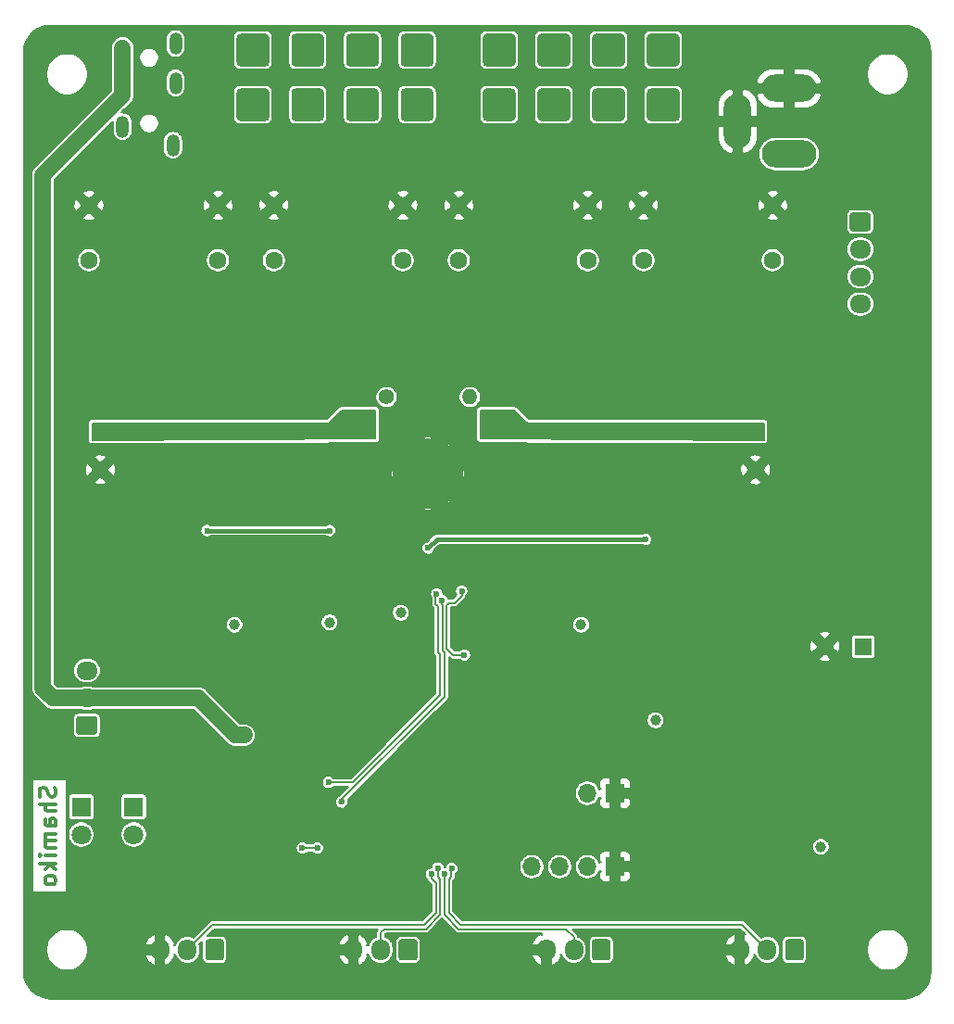
<source format=gbr>
%TF.GenerationSoftware,KiCad,Pcbnew,(5.1.8)-1*%
%TF.CreationDate,2021-12-09T09:07:22-03:00*%
%TF.ProjectId,dsp_amp_2to4,6473705f-616d-4705-9f32-746f342e6b69,1.1*%
%TF.SameCoordinates,Original*%
%TF.FileFunction,Copper,L2,Bot*%
%TF.FilePolarity,Positive*%
%FSLAX46Y46*%
G04 Gerber Fmt 4.6, Leading zero omitted, Abs format (unit mm)*
G04 Created by KiCad (PCBNEW (5.1.8)-1) date 2021-12-09 09:07:22*
%MOMM*%
%LPD*%
G01*
G04 APERTURE LIST*
%TA.AperFunction,NonConductor*%
%ADD10C,0.300000*%
%TD*%
%TA.AperFunction,ComponentPad*%
%ADD11C,1.000000*%
%TD*%
%TA.AperFunction,ComponentPad*%
%ADD12O,1.950000X1.700000*%
%TD*%
%TA.AperFunction,ComponentPad*%
%ADD13O,5.000000X2.500000*%
%TD*%
%TA.AperFunction,ComponentPad*%
%ADD14O,2.500000X5.000000*%
%TD*%
%TA.AperFunction,ComponentPad*%
%ADD15R,1.600000X1.600000*%
%TD*%
%TA.AperFunction,ComponentPad*%
%ADD16C,1.600000*%
%TD*%
%TA.AperFunction,ComponentPad*%
%ADD17O,1.200000X2.000000*%
%TD*%
%TA.AperFunction,ComponentPad*%
%ADD18O,1.700000X1.700000*%
%TD*%
%TA.AperFunction,ComponentPad*%
%ADD19R,1.700000X1.700000*%
%TD*%
%TA.AperFunction,ComponentPad*%
%ADD20O,1.400000X1.400000*%
%TD*%
%TA.AperFunction,ComponentPad*%
%ADD21C,1.400000*%
%TD*%
%TA.AperFunction,ComponentPad*%
%ADD22C,0.800000*%
%TD*%
%TA.AperFunction,ComponentPad*%
%ADD23C,6.400000*%
%TD*%
%TA.AperFunction,ComponentPad*%
%ADD24O,1.700000X1.950000*%
%TD*%
%TA.AperFunction,ComponentPad*%
%ADD25R,1.800000X1.800000*%
%TD*%
%TA.AperFunction,ComponentPad*%
%ADD26C,1.800000*%
%TD*%
%TA.AperFunction,ComponentPad*%
%ADD27C,0.600000*%
%TD*%
%TA.AperFunction,SMDPad,CuDef*%
%ADD28R,11.000000X5.200000*%
%TD*%
%TA.AperFunction,ViaPad*%
%ADD29C,0.600000*%
%TD*%
%TA.AperFunction,Conductor*%
%ADD30C,0.200000*%
%TD*%
%TA.AperFunction,Conductor*%
%ADD31C,0.400000*%
%TD*%
%TA.AperFunction,Conductor*%
%ADD32C,1.500000*%
%TD*%
%TA.AperFunction,Conductor*%
%ADD33C,0.100000*%
%TD*%
G04 APERTURE END LIST*
D10*
X53407142Y-120171428D02*
X53478571Y-120385714D01*
X53478571Y-120742857D01*
X53407142Y-120885714D01*
X53335714Y-120957142D01*
X53192857Y-121028571D01*
X53050000Y-121028571D01*
X52907142Y-120957142D01*
X52835714Y-120885714D01*
X52764285Y-120742857D01*
X52692857Y-120457142D01*
X52621428Y-120314285D01*
X52550000Y-120242857D01*
X52407142Y-120171428D01*
X52264285Y-120171428D01*
X52121428Y-120242857D01*
X52050000Y-120314285D01*
X51978571Y-120457142D01*
X51978571Y-120814285D01*
X52050000Y-121028571D01*
X53478571Y-121671428D02*
X51978571Y-121671428D01*
X53478571Y-122314285D02*
X52692857Y-122314285D01*
X52550000Y-122242857D01*
X52478571Y-122100000D01*
X52478571Y-121885714D01*
X52550000Y-121742857D01*
X52621428Y-121671428D01*
X53478571Y-123671428D02*
X52692857Y-123671428D01*
X52550000Y-123600000D01*
X52478571Y-123457142D01*
X52478571Y-123171428D01*
X52550000Y-123028571D01*
X53407142Y-123671428D02*
X53478571Y-123528571D01*
X53478571Y-123171428D01*
X53407142Y-123028571D01*
X53264285Y-122957142D01*
X53121428Y-122957142D01*
X52978571Y-123028571D01*
X52907142Y-123171428D01*
X52907142Y-123528571D01*
X52835714Y-123671428D01*
X53478571Y-124385714D02*
X52478571Y-124385714D01*
X52621428Y-124385714D02*
X52550000Y-124457142D01*
X52478571Y-124600000D01*
X52478571Y-124814285D01*
X52550000Y-124957142D01*
X52692857Y-125028571D01*
X53478571Y-125028571D01*
X52692857Y-125028571D02*
X52550000Y-125100000D01*
X52478571Y-125242857D01*
X52478571Y-125457142D01*
X52550000Y-125600000D01*
X52692857Y-125671428D01*
X53478571Y-125671428D01*
X53478571Y-126385714D02*
X52478571Y-126385714D01*
X51978571Y-126385714D02*
X52050000Y-126314285D01*
X52121428Y-126385714D01*
X52050000Y-126457142D01*
X51978571Y-126385714D01*
X52121428Y-126385714D01*
X53478571Y-127100000D02*
X51978571Y-127100000D01*
X52907142Y-127242857D02*
X53478571Y-127671428D01*
X52478571Y-127671428D02*
X53050000Y-127100000D01*
X53478571Y-128528571D02*
X53407142Y-128385714D01*
X53335714Y-128314285D01*
X53192857Y-128242857D01*
X52764285Y-128242857D01*
X52621428Y-128314285D01*
X52550000Y-128385714D01*
X52478571Y-128528571D01*
X52478571Y-128742857D01*
X52550000Y-128885714D01*
X52621428Y-128957142D01*
X52764285Y-129028571D01*
X53192857Y-129028571D01*
X53335714Y-128957142D01*
X53407142Y-128885714D01*
X53478571Y-128742857D01*
X53478571Y-128528571D01*
D11*
%TO.P,TP6,1*%
%TO.N,+3V3*%
X108300000Y-114031520D03*
%TD*%
%TO.P,TP5,1*%
%TO.N,+5V*%
X123400000Y-125600000D03*
%TD*%
%TO.P,TP4,1*%
%TO.N,/TPA3116D2_B/LINP*%
X101500000Y-105300000D03*
%TD*%
%TO.P,TP3,1*%
%TO.N,/TPA3116D2_B/RINP*%
X85000000Y-104200000D03*
%TD*%
%TO.P,TP2,1*%
%TO.N,/TPA3116D2_A/LINP*%
X78500000Y-105100000D03*
%TD*%
%TO.P,TP1,1*%
%TO.N,/TPA3116D2_A/RINP*%
X69800000Y-105300000D03*
%TD*%
D12*
%TO.P,JP3,4*%
%TO.N,Net-(F1-Pad2)*%
X127000000Y-76000000D03*
%TO.P,JP3,3*%
X127000000Y-73500000D03*
%TO.P,JP3,2*%
%TO.N,Net-(J1-Pad1)*%
X127000000Y-71000000D03*
%TO.P,JP3,1*%
%TA.AperFunction,ComponentPad*%
G36*
G01*
X126275000Y-67650000D02*
X127725000Y-67650000D01*
G75*
G02*
X127975000Y-67900000I0J-250000D01*
G01*
X127975000Y-69100000D01*
G75*
G02*
X127725000Y-69350000I-250000J0D01*
G01*
X126275000Y-69350000D01*
G75*
G02*
X126025000Y-69100000I0J250000D01*
G01*
X126025000Y-67900000D01*
G75*
G02*
X126275000Y-67650000I250000J0D01*
G01*
G37*
%TD.AperFunction*%
%TD*%
D13*
%TO.P,J1,1*%
%TO.N,Net-(J1-Pad1)*%
X120500000Y-62300000D03*
%TO.P,J1,2*%
%TO.N,GND*%
X120500000Y-56300000D03*
D14*
%TO.P,J1,3*%
X115800000Y-59300000D03*
%TD*%
D15*
%TO.P,C11,1*%
%TO.N,+12VA*%
X57552651Y-87650000D03*
D16*
%TO.P,C11,2*%
%TO.N,GND*%
X57552651Y-91150000D03*
%TD*%
%TO.P,J5,4*%
%TO.N,/TPA3116D2_B/ROUTP*%
%TA.AperFunction,ComponentPad*%
G36*
G01*
X95500000Y-51675000D02*
X95500000Y-53925000D01*
G75*
G02*
X95125000Y-54300000I-375000J0D01*
G01*
X92875000Y-54300000D01*
G75*
G02*
X92500000Y-53925000I0J375000D01*
G01*
X92500000Y-51675000D01*
G75*
G02*
X92875000Y-51300000I375000J0D01*
G01*
X95125000Y-51300000D01*
G75*
G02*
X95500000Y-51675000I0J-375000D01*
G01*
G37*
%TD.AperFunction*%
%TO.P,J5,3*%
%TO.N,/TPA3116D2_B/ROUTN*%
%TA.AperFunction,ComponentPad*%
G36*
G01*
X100500000Y-51675000D02*
X100500000Y-53925000D01*
G75*
G02*
X100125000Y-54300000I-375000J0D01*
G01*
X97875000Y-54300000D01*
G75*
G02*
X97500000Y-53925000I0J375000D01*
G01*
X97500000Y-51675000D01*
G75*
G02*
X97875000Y-51300000I375000J0D01*
G01*
X100125000Y-51300000D01*
G75*
G02*
X100500000Y-51675000I0J-375000D01*
G01*
G37*
%TD.AperFunction*%
%TO.P,J5,2*%
%TO.N,/TPA3116D2_B/LOUTP*%
%TA.AperFunction,ComponentPad*%
G36*
G01*
X105500000Y-51675000D02*
X105500000Y-53925000D01*
G75*
G02*
X105125000Y-54300000I-375000J0D01*
G01*
X102875000Y-54300000D01*
G75*
G02*
X102500000Y-53925000I0J375000D01*
G01*
X102500000Y-51675000D01*
G75*
G02*
X102875000Y-51300000I375000J0D01*
G01*
X105125000Y-51300000D01*
G75*
G02*
X105500000Y-51675000I0J-375000D01*
G01*
G37*
%TD.AperFunction*%
%TO.P,J5,1*%
%TO.N,/TPA3116D2_B/LOUTN*%
%TA.AperFunction,ComponentPad*%
G36*
G01*
X110500000Y-51675000D02*
X110500000Y-53925000D01*
G75*
G02*
X110125000Y-54300000I-375000J0D01*
G01*
X107875000Y-54300000D01*
G75*
G02*
X107500000Y-53925000I0J375000D01*
G01*
X107500000Y-51675000D01*
G75*
G02*
X107875000Y-51300000I375000J0D01*
G01*
X110125000Y-51300000D01*
G75*
G02*
X110500000Y-51675000I0J-375000D01*
G01*
G37*
%TD.AperFunction*%
%TO.P,J5,4*%
%TO.N,/TPA3116D2_B/ROUTP*%
%TA.AperFunction,ComponentPad*%
G36*
G01*
X95500000Y-56675000D02*
X95500000Y-58925000D01*
G75*
G02*
X95125000Y-59300000I-375000J0D01*
G01*
X92875000Y-59300000D01*
G75*
G02*
X92500000Y-58925000I0J375000D01*
G01*
X92500000Y-56675000D01*
G75*
G02*
X92875000Y-56300000I375000J0D01*
G01*
X95125000Y-56300000D01*
G75*
G02*
X95500000Y-56675000I0J-375000D01*
G01*
G37*
%TD.AperFunction*%
%TO.P,J5,3*%
%TO.N,/TPA3116D2_B/ROUTN*%
%TA.AperFunction,ComponentPad*%
G36*
G01*
X100500000Y-56675000D02*
X100500000Y-58925000D01*
G75*
G02*
X100125000Y-59300000I-375000J0D01*
G01*
X97875000Y-59300000D01*
G75*
G02*
X97500000Y-58925000I0J375000D01*
G01*
X97500000Y-56675000D01*
G75*
G02*
X97875000Y-56300000I375000J0D01*
G01*
X100125000Y-56300000D01*
G75*
G02*
X100500000Y-56675000I0J-375000D01*
G01*
G37*
%TD.AperFunction*%
%TO.P,J5,2*%
%TO.N,/TPA3116D2_B/LOUTP*%
%TA.AperFunction,ComponentPad*%
G36*
G01*
X105500000Y-56675000D02*
X105500000Y-58925000D01*
G75*
G02*
X105125000Y-59300000I-375000J0D01*
G01*
X102875000Y-59300000D01*
G75*
G02*
X102500000Y-58925000I0J375000D01*
G01*
X102500000Y-56675000D01*
G75*
G02*
X102875000Y-56300000I375000J0D01*
G01*
X105125000Y-56300000D01*
G75*
G02*
X105500000Y-56675000I0J-375000D01*
G01*
G37*
%TD.AperFunction*%
%TO.P,J5,1*%
%TO.N,/TPA3116D2_B/LOUTN*%
%TA.AperFunction,ComponentPad*%
G36*
G01*
X110500000Y-56675000D02*
X110500000Y-58925000D01*
G75*
G02*
X110125000Y-59300000I-375000J0D01*
G01*
X107875000Y-59300000D01*
G75*
G02*
X107500000Y-58925000I0J375000D01*
G01*
X107500000Y-56675000D01*
G75*
G02*
X107875000Y-56300000I375000J0D01*
G01*
X110125000Y-56300000D01*
G75*
G02*
X110500000Y-56675000I0J-375000D01*
G01*
G37*
%TD.AperFunction*%
%TD*%
%TO.P,J4,4*%
%TO.N,/TPA3116D2_A/ROUTP*%
%TA.AperFunction,ComponentPad*%
G36*
G01*
X73000000Y-51675000D02*
X73000000Y-53925000D01*
G75*
G02*
X72625000Y-54300000I-375000J0D01*
G01*
X70375000Y-54300000D01*
G75*
G02*
X70000000Y-53925000I0J375000D01*
G01*
X70000000Y-51675000D01*
G75*
G02*
X70375000Y-51300000I375000J0D01*
G01*
X72625000Y-51300000D01*
G75*
G02*
X73000000Y-51675000I0J-375000D01*
G01*
G37*
%TD.AperFunction*%
%TO.P,J4,3*%
%TO.N,/TPA3116D2_A/ROUTN*%
%TA.AperFunction,ComponentPad*%
G36*
G01*
X78000000Y-51675000D02*
X78000000Y-53925000D01*
G75*
G02*
X77625000Y-54300000I-375000J0D01*
G01*
X75375000Y-54300000D01*
G75*
G02*
X75000000Y-53925000I0J375000D01*
G01*
X75000000Y-51675000D01*
G75*
G02*
X75375000Y-51300000I375000J0D01*
G01*
X77625000Y-51300000D01*
G75*
G02*
X78000000Y-51675000I0J-375000D01*
G01*
G37*
%TD.AperFunction*%
%TO.P,J4,2*%
%TO.N,/TPA3116D2_A/LOUTP*%
%TA.AperFunction,ComponentPad*%
G36*
G01*
X83000000Y-51675000D02*
X83000000Y-53925000D01*
G75*
G02*
X82625000Y-54300000I-375000J0D01*
G01*
X80375000Y-54300000D01*
G75*
G02*
X80000000Y-53925000I0J375000D01*
G01*
X80000000Y-51675000D01*
G75*
G02*
X80375000Y-51300000I375000J0D01*
G01*
X82625000Y-51300000D01*
G75*
G02*
X83000000Y-51675000I0J-375000D01*
G01*
G37*
%TD.AperFunction*%
%TO.P,J4,1*%
%TO.N,/TPA3116D2_A/LOUTN*%
%TA.AperFunction,ComponentPad*%
G36*
G01*
X88000000Y-51675000D02*
X88000000Y-53925000D01*
G75*
G02*
X87625000Y-54300000I-375000J0D01*
G01*
X85375000Y-54300000D01*
G75*
G02*
X85000000Y-53925000I0J375000D01*
G01*
X85000000Y-51675000D01*
G75*
G02*
X85375000Y-51300000I375000J0D01*
G01*
X87625000Y-51300000D01*
G75*
G02*
X88000000Y-51675000I0J-375000D01*
G01*
G37*
%TD.AperFunction*%
%TO.P,J4,4*%
%TO.N,/TPA3116D2_A/ROUTP*%
%TA.AperFunction,ComponentPad*%
G36*
G01*
X73000000Y-56675000D02*
X73000000Y-58925000D01*
G75*
G02*
X72625000Y-59300000I-375000J0D01*
G01*
X70375000Y-59300000D01*
G75*
G02*
X70000000Y-58925000I0J375000D01*
G01*
X70000000Y-56675000D01*
G75*
G02*
X70375000Y-56300000I375000J0D01*
G01*
X72625000Y-56300000D01*
G75*
G02*
X73000000Y-56675000I0J-375000D01*
G01*
G37*
%TD.AperFunction*%
%TO.P,J4,3*%
%TO.N,/TPA3116D2_A/ROUTN*%
%TA.AperFunction,ComponentPad*%
G36*
G01*
X78000000Y-56675000D02*
X78000000Y-58925000D01*
G75*
G02*
X77625000Y-59300000I-375000J0D01*
G01*
X75375000Y-59300000D01*
G75*
G02*
X75000000Y-58925000I0J375000D01*
G01*
X75000000Y-56675000D01*
G75*
G02*
X75375000Y-56300000I375000J0D01*
G01*
X77625000Y-56300000D01*
G75*
G02*
X78000000Y-56675000I0J-375000D01*
G01*
G37*
%TD.AperFunction*%
%TO.P,J4,2*%
%TO.N,/TPA3116D2_A/LOUTP*%
%TA.AperFunction,ComponentPad*%
G36*
G01*
X83000000Y-56675000D02*
X83000000Y-58925000D01*
G75*
G02*
X82625000Y-59300000I-375000J0D01*
G01*
X80375000Y-59300000D01*
G75*
G02*
X80000000Y-58925000I0J375000D01*
G01*
X80000000Y-56675000D01*
G75*
G02*
X80375000Y-56300000I375000J0D01*
G01*
X82625000Y-56300000D01*
G75*
G02*
X83000000Y-56675000I0J-375000D01*
G01*
G37*
%TD.AperFunction*%
%TO.P,J4,1*%
%TO.N,/TPA3116D2_A/LOUTN*%
%TA.AperFunction,ComponentPad*%
G36*
G01*
X88000000Y-56675000D02*
X88000000Y-58925000D01*
G75*
G02*
X87625000Y-59300000I-375000J0D01*
G01*
X85375000Y-59300000D01*
G75*
G02*
X85000000Y-58925000I0J375000D01*
G01*
X85000000Y-56675000D01*
G75*
G02*
X85375000Y-56300000I375000J0D01*
G01*
X87625000Y-56300000D01*
G75*
G02*
X88000000Y-56675000I0J-375000D01*
G01*
G37*
%TD.AperFunction*%
%TD*%
D12*
%TO.P,J3,3*%
%TO.N,/ADAU1701/ADC0*%
X56300000Y-109500000D03*
%TO.P,J3,2*%
%TO.N,/ADAU1701/GNDS*%
X56300000Y-112000000D03*
%TO.P,J3,1*%
%TO.N,/ADAU1701/ADC1*%
%TA.AperFunction,ComponentPad*%
G36*
G01*
X57025000Y-115350000D02*
X55575000Y-115350000D01*
G75*
G02*
X55325000Y-115100000I0J250000D01*
G01*
X55325000Y-113900000D01*
G75*
G02*
X55575000Y-113650000I250000J0D01*
G01*
X57025000Y-113650000D01*
G75*
G02*
X57275000Y-113900000I0J-250000D01*
G01*
X57275000Y-115100000D01*
G75*
G02*
X57025000Y-115350000I-250000J0D01*
G01*
G37*
%TD.AperFunction*%
%TD*%
D17*
%TO.P,J2,3*%
%TO.N,/ADAU1701/GNDS*%
X59580000Y-53100000D03*
%TO.P,J2,2*%
%TO.N,/ADAU1701/ADC0*%
X59580000Y-59800000D03*
%TO.P,J2,6*%
%TO.N,Net-(J2-Pad6)*%
X64200000Y-61500000D03*
%TO.P,J2,5*%
%TO.N,/ADAU1701/ADC1*%
X64420000Y-55800000D03*
%TO.P,J2,4*%
%TO.N,Net-(J2-Pad4)*%
X64420000Y-52200000D03*
%TD*%
D18*
%TO.P,J7,4*%
%TO.N,/ADAU1701/~RST*%
X96980000Y-127400000D03*
%TO.P,J7,3*%
%TO.N,/ADAU1701/SCL*%
X99520000Y-127400000D03*
%TO.P,J7,2*%
%TO.N,/ADAU1701/SDA*%
X102060000Y-127400000D03*
D19*
%TO.P,J7,1*%
%TO.N,GND*%
X104600000Y-127400000D03*
%TD*%
D20*
%TO.P,JP2,2*%
%TO.N,+12V*%
X91310000Y-84500000D03*
D21*
%TO.P,JP2,1*%
%TO.N,+12VA*%
X83690000Y-84500000D03*
%TD*%
D16*
%TO.P,C87,2*%
%TO.N,GND*%
X119000000Y-67000000D03*
%TO.P,C87,1*%
%TO.N,/TPA3116D2_B/LOUTN*%
X119000000Y-72000000D03*
%TD*%
%TO.P,C85,2*%
%TO.N,GND*%
X102100000Y-67000000D03*
%TO.P,C85,1*%
%TO.N,/TPA3116D2_B/ROUTN*%
X102100000Y-72000000D03*
%TD*%
%TO.P,C84,2*%
%TO.N,GND*%
X90300000Y-67000000D03*
%TO.P,C84,1*%
%TO.N,/TPA3116D2_B/ROUTP*%
X90300000Y-72000000D03*
%TD*%
%TO.P,C58,2*%
%TO.N,GND*%
X85200000Y-67000000D03*
%TO.P,C58,1*%
%TO.N,/TPA3116D2_A/LOUTN*%
X85200000Y-72000000D03*
%TD*%
%TO.P,C56,2*%
%TO.N,GND*%
X68300000Y-67000000D03*
%TO.P,C56,1*%
%TO.N,/TPA3116D2_A/ROUTN*%
X68300000Y-72000000D03*
%TD*%
%TO.P,C55,2*%
%TO.N,GND*%
X56500000Y-67000000D03*
%TO.P,C55,1*%
%TO.N,/TPA3116D2_A/ROUTP*%
X56500000Y-72000000D03*
%TD*%
%TO.P,C12,2*%
%TO.N,GND*%
X117447349Y-91150000D03*
D15*
%TO.P,C12,1*%
%TO.N,+12V*%
X117447349Y-87650000D03*
%TD*%
D16*
%TO.P,C2,2*%
%TO.N,GND*%
X123775000Y-107300000D03*
D15*
%TO.P,C2,1*%
%TO.N,+12V*%
X127275000Y-107300000D03*
%TD*%
D22*
%TO.P,H5,1*%
%TO.N,GND*%
X89197056Y-89802944D03*
X87500000Y-89100000D03*
X85802944Y-89802944D03*
X85100000Y-91500000D03*
X85802944Y-93197056D03*
X87500000Y-93900000D03*
X89197056Y-93197056D03*
X89900000Y-91500000D03*
D23*
X87500000Y-91500000D03*
%TD*%
D18*
%TO.P,J6,2*%
%TO.N,/ADAU1701/WP*%
X102060000Y-120700000D03*
D19*
%TO.P,J6,1*%
%TO.N,GND*%
X104600000Y-120700000D03*
%TD*%
D24*
%TO.P,POT4,3*%
%TO.N,GND*%
X80666666Y-135000000D03*
%TO.P,POT4,2*%
%TO.N,/ADAU1701/MP8(ADC3)*%
X83166666Y-135000000D03*
%TO.P,POT4,1*%
%TO.N,+3V3*%
%TA.AperFunction,ComponentPad*%
G36*
G01*
X86516666Y-134275000D02*
X86516666Y-135725000D01*
G75*
G02*
X86266666Y-135975000I-250000J0D01*
G01*
X85066666Y-135975000D01*
G75*
G02*
X84816666Y-135725000I0J250000D01*
G01*
X84816666Y-134275000D01*
G75*
G02*
X85066666Y-134025000I250000J0D01*
G01*
X86266666Y-134025000D01*
G75*
G02*
X86516666Y-134275000I0J-250000D01*
G01*
G37*
%TD.AperFunction*%
%TD*%
%TO.P,POT3,3*%
%TO.N,GND*%
X98333332Y-135000000D03*
%TO.P,POT3,2*%
%TO.N,/ADAU1701/MP2(ADC2)*%
X100833332Y-135000000D03*
%TO.P,POT3,1*%
%TO.N,+3V3*%
%TA.AperFunction,ComponentPad*%
G36*
G01*
X104183332Y-134275000D02*
X104183332Y-135725000D01*
G75*
G02*
X103933332Y-135975000I-250000J0D01*
G01*
X102733332Y-135975000D01*
G75*
G02*
X102483332Y-135725000I0J250000D01*
G01*
X102483332Y-134275000D01*
G75*
G02*
X102733332Y-134025000I250000J0D01*
G01*
X103933332Y-134025000D01*
G75*
G02*
X104183332Y-134275000I0J-250000D01*
G01*
G37*
%TD.AperFunction*%
%TD*%
%TO.P,POT2,3*%
%TO.N,GND*%
X116000000Y-135000000D03*
%TO.P,POT2,2*%
%TO.N,/ADAU1701/MP2(ADC1)*%
X118500000Y-135000000D03*
%TO.P,POT2,1*%
%TO.N,+3V3*%
%TA.AperFunction,ComponentPad*%
G36*
G01*
X121850000Y-134275000D02*
X121850000Y-135725000D01*
G75*
G02*
X121600000Y-135975000I-250000J0D01*
G01*
X120400000Y-135975000D01*
G75*
G02*
X120150000Y-135725000I0J250000D01*
G01*
X120150000Y-134275000D01*
G75*
G02*
X120400000Y-134025000I250000J0D01*
G01*
X121600000Y-134025000D01*
G75*
G02*
X121850000Y-134275000I0J-250000D01*
G01*
G37*
%TD.AperFunction*%
%TD*%
%TO.P,POT1,3*%
%TO.N,GND*%
X63000000Y-135000000D03*
%TO.P,POT1,2*%
%TO.N,/ADAU1701/MP9(ADC0)*%
X65500000Y-135000000D03*
%TO.P,POT1,1*%
%TO.N,+3V3*%
%TA.AperFunction,ComponentPad*%
G36*
G01*
X68850000Y-134275000D02*
X68850000Y-135725000D01*
G75*
G02*
X68600000Y-135975000I-250000J0D01*
G01*
X67400000Y-135975000D01*
G75*
G02*
X67150000Y-135725000I0J250000D01*
G01*
X67150000Y-134275000D01*
G75*
G02*
X67400000Y-134025000I250000J0D01*
G01*
X68600000Y-134025000D01*
G75*
G02*
X68850000Y-134275000I0J-250000D01*
G01*
G37*
%TD.AperFunction*%
%TD*%
D16*
%TO.P,C86,2*%
%TO.N,GND*%
X107200000Y-67000000D03*
%TO.P,C86,1*%
%TO.N,/TPA3116D2_B/LOUTP*%
X107200000Y-72000000D03*
%TD*%
%TO.P,C57,2*%
%TO.N,GND*%
X73400000Y-67000000D03*
%TO.P,C57,1*%
%TO.N,/TPA3116D2_A/LOUTP*%
X73400000Y-72000000D03*
%TD*%
D25*
%TO.P,D3,1*%
%TO.N,Net-(D3-Pad1)*%
X60600000Y-121925000D03*
D26*
%TO.P,D3,2*%
%TO.N,+3V3*%
X60600000Y-124465000D03*
%TD*%
D25*
%TO.P,D4,1*%
%TO.N,Net-(D4-Pad1)*%
X55800000Y-121925000D03*
D26*
%TO.P,D4,2*%
%TO.N,/MP7*%
X55800000Y-124465000D03*
%TD*%
D27*
%TO.P,U5,33*%
%TO.N,GND*%
X67300000Y-93750000D03*
X67300000Y-92250000D03*
X67300000Y-90750000D03*
X67300000Y-89250000D03*
X68600000Y-93750000D03*
X68600000Y-92250000D03*
X68600000Y-90750000D03*
X68600000Y-89250000D03*
X69900000Y-89250000D03*
X71200000Y-93750000D03*
X71200000Y-89250000D03*
X71200000Y-92250000D03*
X69900000Y-93750000D03*
X69900000Y-92250000D03*
X69900000Y-90750000D03*
X71200000Y-90750000D03*
X72500000Y-89250000D03*
X73800000Y-93750000D03*
X73800000Y-89250000D03*
X73800000Y-92250000D03*
X72500000Y-93750000D03*
X72500000Y-92250000D03*
X72500000Y-90750000D03*
X73800000Y-90750000D03*
X75100000Y-89250000D03*
X76400000Y-93750000D03*
X76400000Y-89250000D03*
X76400000Y-92250000D03*
X75100000Y-93750000D03*
X75100000Y-92250000D03*
X75100000Y-90750000D03*
X76400000Y-90750000D03*
X77700000Y-92250000D03*
X77700000Y-93750000D03*
X77700000Y-89250000D03*
X77700000Y-90750000D03*
D28*
X72500000Y-91500000D03*
%TD*%
%TO.P,U6,33*%
%TO.N,GND*%
X102500000Y-91500000D03*
D27*
X107700000Y-90750000D03*
X107700000Y-89250000D03*
X107700000Y-93750000D03*
X107700000Y-92250000D03*
X106400000Y-90750000D03*
X105100000Y-90750000D03*
X105100000Y-92250000D03*
X105100000Y-93750000D03*
X106400000Y-92250000D03*
X106400000Y-89250000D03*
X106400000Y-93750000D03*
X105100000Y-89250000D03*
X103800000Y-90750000D03*
X102500000Y-90750000D03*
X102500000Y-92250000D03*
X102500000Y-93750000D03*
X103800000Y-92250000D03*
X103800000Y-89250000D03*
X103800000Y-93750000D03*
X102500000Y-89250000D03*
X101200000Y-90750000D03*
X99900000Y-90750000D03*
X99900000Y-92250000D03*
X99900000Y-93750000D03*
X101200000Y-92250000D03*
X101200000Y-89250000D03*
X101200000Y-93750000D03*
X99900000Y-89250000D03*
X98600000Y-89250000D03*
X98600000Y-90750000D03*
X98600000Y-92250000D03*
X98600000Y-93750000D03*
X97300000Y-89250000D03*
X97300000Y-90750000D03*
X97300000Y-92250000D03*
X97300000Y-93750000D03*
%TD*%
D29*
%TO.N,GND*%
X89750000Y-108850000D03*
X75100000Y-129000000D03*
X76600000Y-129000000D03*
X79600000Y-129000000D03*
X81100000Y-129000000D03*
X85000000Y-129000000D03*
X90000000Y-122400000D03*
X93200000Y-116600000D03*
X93200000Y-113600000D03*
X93200000Y-109100000D03*
X75700000Y-119000000D03*
X75800000Y-115600000D03*
X73600000Y-116900000D03*
X81300000Y-115700000D03*
X83500000Y-113100000D03*
X84200000Y-113100000D03*
X85300000Y-121900000D03*
X86900000Y-119000000D03*
X86500000Y-117200000D03*
X74000000Y-120200000D03*
X75700000Y-121400000D03*
X88000000Y-108300000D03*
X85300000Y-102400000D03*
X60000000Y-72100000D03*
X61600000Y-72100000D03*
X63200000Y-72100000D03*
X64800000Y-72100000D03*
X76900000Y-72100000D03*
X78500000Y-72100000D03*
X80100000Y-72100000D03*
X81700000Y-72100000D03*
X93800000Y-72100000D03*
X95400000Y-72100000D03*
X97000000Y-72100000D03*
X98600000Y-72100000D03*
X110700000Y-72100000D03*
X112300000Y-72100000D03*
X113900000Y-72100000D03*
X115500000Y-72100000D03*
X63500000Y-102100000D03*
X65500000Y-102100000D03*
X65100000Y-103300000D03*
X69500000Y-102100000D03*
X73500000Y-102100000D03*
X77500000Y-102100000D03*
X79100000Y-103300000D03*
X79500000Y-102100000D03*
X83500000Y-102100000D03*
X87500000Y-102100000D03*
X93500000Y-102100000D03*
X95500000Y-102100000D03*
X95100000Y-103300000D03*
X99500000Y-102100000D03*
X103500000Y-102100000D03*
X107500000Y-102100000D03*
X109500000Y-102100000D03*
X109100000Y-103300000D03*
X113500000Y-102100000D03*
X97495000Y-108505000D03*
X98765000Y-108535000D03*
X100035000Y-108535000D03*
X101305000Y-108505000D03*
X86500000Y-108300000D03*
X85000000Y-108300000D03*
X83500000Y-108300000D03*
X82000000Y-108300000D03*
X78200000Y-108300000D03*
X76700000Y-108300000D03*
X75200000Y-108300000D03*
X81000000Y-125100000D03*
X111000000Y-126200000D03*
X111000000Y-125500000D03*
X109600000Y-126200000D03*
X109600000Y-125500000D03*
X108200000Y-123400000D03*
X108900000Y-123400000D03*
X108200000Y-124800000D03*
X108900000Y-124800000D03*
X121200000Y-113400000D03*
X123200000Y-113400000D03*
X122200000Y-113400000D03*
X121200000Y-112700000D03*
X122200000Y-112700000D03*
X123200000Y-112700000D03*
X110300000Y-125500000D03*
X110300000Y-126200000D03*
X108900000Y-124100000D03*
X108200000Y-124100000D03*
X127300000Y-121600000D03*
X126600000Y-121600000D03*
X125900000Y-121600000D03*
X125200000Y-121600000D03*
X124800000Y-116300000D03*
X124800000Y-115600000D03*
X129200000Y-117000000D03*
X111800000Y-127000000D03*
X113300000Y-127000000D03*
X111800000Y-132000000D03*
X113300000Y-132000000D03*
X111800000Y-129500000D03*
X113300000Y-129500000D03*
X90800000Y-132000000D03*
X95000000Y-132000000D03*
X99200000Y-132000000D03*
X103400000Y-132000000D03*
X107600000Y-132000000D03*
X90800000Y-133800000D03*
X95000000Y-133800000D03*
X103400000Y-133400000D03*
X107600000Y-133400000D03*
X111800000Y-133500000D03*
X113300000Y-133500000D03*
X111800000Y-136500000D03*
X113300000Y-136500000D03*
X119700000Y-136500000D03*
X116500000Y-132000000D03*
X86800000Y-132000000D03*
X82300000Y-132000000D03*
X77800000Y-132000000D03*
X73300000Y-132000000D03*
X68800000Y-132000000D03*
X73300000Y-133400000D03*
X68800000Y-133400000D03*
X67000000Y-132000000D03*
X64100000Y-129100000D03*
X61200000Y-126200000D03*
X62700000Y-124800000D03*
X65000000Y-124900000D03*
X66500000Y-124900000D03*
X73500000Y-126300000D03*
X70100000Y-124900000D03*
X74700000Y-124900000D03*
X77300000Y-123300000D03*
X72900000Y-123300000D03*
X70400000Y-120000000D03*
X70400000Y-117400000D03*
X67200000Y-114700000D03*
X69000000Y-112600000D03*
X66700000Y-110600000D03*
X73500000Y-112600000D03*
X59500000Y-113600000D03*
X59500000Y-110500000D03*
X53700000Y-65000000D03*
X53700000Y-70662500D03*
X53700000Y-76325000D03*
X53700000Y-81987500D03*
X53700000Y-87650000D03*
X53700000Y-93312500D03*
X53700000Y-98975000D03*
X53700000Y-104637500D03*
X53700000Y-110300000D03*
X71600000Y-104500000D03*
X71600000Y-106100000D03*
X65100000Y-106100000D03*
X60500000Y-100500000D03*
X70400000Y-98000000D03*
X86200000Y-98000000D03*
X100100000Y-98300000D03*
X99500000Y-104500000D03*
X104200000Y-104500000D03*
X104200000Y-106100000D03*
X99500000Y-106100000D03*
X95100000Y-106100000D03*
X89800000Y-102400000D03*
X90000000Y-103900000D03*
X90000000Y-106100000D03*
X87700000Y-106100000D03*
X83500000Y-106100000D03*
X87700000Y-103900000D03*
X84900000Y-136500000D03*
X70700000Y-136500000D03*
X75433333Y-136500000D03*
X80166666Y-136500000D03*
X86500000Y-136500000D03*
X91833333Y-136500000D03*
X97166666Y-136500000D03*
X102500000Y-136500000D03*
X104200000Y-136500000D03*
X108000000Y-136500000D03*
X85300000Y-131100000D03*
X86500000Y-128500000D03*
X90800000Y-128500000D03*
X95000000Y-128500000D03*
X98100000Y-120000000D03*
X100300000Y-120000000D03*
X100300000Y-123800000D03*
X98100000Y-123800000D03*
X111000000Y-111400000D03*
X112500000Y-111400000D03*
X114000000Y-111400000D03*
X109600000Y-113200000D03*
X109600000Y-114800000D03*
X103200000Y-112900000D03*
X104500000Y-114600000D03*
X104500000Y-116200000D03*
X107000000Y-113200000D03*
X107000000Y-114900000D03*
X123400000Y-124200000D03*
X123400000Y-127000000D03*
X129000000Y-126400000D03*
X129000000Y-122000000D03*
X127300000Y-119200000D03*
X128000000Y-119200000D03*
X126100000Y-99000000D03*
X126100000Y-94833330D03*
X126100000Y-90666664D03*
X126100000Y-87000000D03*
X122900000Y-86200000D03*
X122900000Y-74000000D03*
X122900000Y-78066666D03*
X122900000Y-82133332D03*
X125700000Y-103300000D03*
X128900000Y-103300000D03*
X125700000Y-111300000D03*
X128900000Y-111300000D03*
X129200000Y-115000000D03*
X57400000Y-77400000D03*
X66100000Y-77500000D03*
X74700000Y-77500000D03*
X83400000Y-77500000D03*
X92100000Y-77500000D03*
X100800000Y-77500000D03*
X109400000Y-77500000D03*
X118100000Y-77500000D03*
X83600000Y-115800000D03*
X83600000Y-118300000D03*
X83500000Y-120500000D03*
X81600000Y-120300000D03*
X80300000Y-119000000D03*
X79100000Y-115700000D03*
X79100000Y-117000000D03*
X77500000Y-114400000D03*
X58200000Y-124000000D03*
X58200000Y-121100000D03*
X63500000Y-120800000D03*
X113700000Y-83100000D03*
X113700000Y-80900000D03*
X95000000Y-81400000D03*
X95000000Y-79100000D03*
X102200000Y-83400000D03*
X72200000Y-83500000D03*
X62000000Y-83100000D03*
X62000000Y-80900000D03*
X80100000Y-81400000D03*
X80100000Y-79100000D03*
X56000000Y-88600000D03*
X72800000Y-62200000D03*
X79000000Y-59900000D03*
X79300000Y-66000000D03*
X84000000Y-59900000D03*
X90700000Y-59900000D03*
X96500000Y-59800000D03*
X101500000Y-59800000D03*
X106500000Y-58000000D03*
X112500000Y-66400000D03*
X96200000Y-66500000D03*
X62500000Y-66700000D03*
X62000000Y-57000000D03*
X62000000Y-62000000D03*
X98700000Y-80800000D03*
X76600000Y-80500000D03*
X68400000Y-81500000D03*
X66400000Y-83200000D03*
X77900000Y-83400000D03*
X77200000Y-86300000D03*
X67000000Y-86200000D03*
X95200000Y-84200000D03*
X106200000Y-81700000D03*
X108000000Y-83300000D03*
X107400000Y-86300000D03*
X97100000Y-86200000D03*
X80500000Y-98900000D03*
X74400000Y-98800000D03*
X62500000Y-99000000D03*
X83400000Y-98300000D03*
X84700000Y-100400000D03*
X104500000Y-98700000D03*
X110500000Y-99000000D03*
X112500000Y-99700000D03*
X72400000Y-98800000D03*
X61900000Y-104500000D03*
X71500000Y-127400000D03*
X63900000Y-126400000D03*
X70100000Y-126400000D03*
X66200000Y-128800000D03*
X67200000Y-126400000D03*
X71500000Y-129400000D03*
X98200000Y-128700000D03*
X100800000Y-128700000D03*
X115900000Y-114000000D03*
X115900000Y-116200000D03*
X115900000Y-118700000D03*
X115900000Y-121800000D03*
X120000000Y-121800000D03*
X120000000Y-119600000D03*
X122900000Y-119600000D03*
X122900000Y-121900000D03*
X120700000Y-115800000D03*
X118300000Y-113100000D03*
X123000000Y-116000000D03*
X126100000Y-116800000D03*
X109400000Y-118600000D03*
X109400000Y-121700000D03*
X96600000Y-113700000D03*
X96600000Y-112000000D03*
X95300000Y-109100000D03*
X89800000Y-111400000D03*
X89700000Y-113600000D03*
X88200000Y-115000000D03*
X86000000Y-113200000D03*
X59700000Y-90700000D03*
X61700000Y-90700000D03*
X63700000Y-90700000D03*
X65700000Y-90700000D03*
X59700000Y-92700000D03*
X61700000Y-92700000D03*
X63700000Y-92700000D03*
X65700000Y-92700000D03*
X61700000Y-94700000D03*
X63700000Y-94700000D03*
X65700000Y-94700000D03*
X59700000Y-96700000D03*
X61700000Y-96700000D03*
X63700000Y-96700000D03*
X65700000Y-96700000D03*
X79000000Y-90700000D03*
X81000000Y-90700000D03*
X83000000Y-90700000D03*
X79000000Y-92700000D03*
X81000000Y-92700000D03*
X83000000Y-92700000D03*
X79000000Y-94700000D03*
X81000000Y-94700000D03*
X83000000Y-94700000D03*
X93000000Y-90700000D03*
X95000000Y-90700000D03*
X93000000Y-92700000D03*
X95000000Y-92700000D03*
X93000000Y-94700000D03*
X95000000Y-94700000D03*
X93000000Y-96700000D03*
X95000000Y-96700000D03*
X109500000Y-90700000D03*
X111500000Y-90700000D03*
X113500000Y-90700000D03*
X115500000Y-90700000D03*
X109500000Y-92700000D03*
X111500000Y-92700000D03*
X113500000Y-92700000D03*
X109500000Y-94700000D03*
X111500000Y-94700000D03*
X113500000Y-94700000D03*
X109500000Y-96700000D03*
X111500000Y-96700000D03*
X113500000Y-96700000D03*
X85100000Y-94700000D03*
X89700000Y-94800000D03*
X91000000Y-94800000D03*
X91000000Y-90700000D03*
X88900000Y-96600000D03*
X86800000Y-95700000D03*
X83500000Y-87100000D03*
X91500000Y-87100000D03*
X86000000Y-87100000D03*
X89000000Y-87100000D03*
X86000000Y-84600000D03*
X89000000Y-84700000D03*
X86000000Y-82200000D03*
X89000000Y-82300000D03*
X86000000Y-79900000D03*
X89000000Y-79900000D03*
X87700000Y-71900000D03*
X117500000Y-94700000D03*
X119500000Y-94700000D03*
X121500000Y-94700000D03*
X115500000Y-96700000D03*
X117500000Y-96700000D03*
X119500000Y-96700000D03*
X121500000Y-96700000D03*
X115500000Y-98700000D03*
X117500000Y-98700000D03*
X119500000Y-98700000D03*
X121500000Y-98700000D03*
X115500000Y-100700000D03*
X117500000Y-100700000D03*
X119500000Y-100700000D03*
X121500000Y-100700000D03*
X115500000Y-94700000D03*
X119500000Y-90700000D03*
X121500000Y-90700000D03*
X115500000Y-92700000D03*
X119500000Y-92700000D03*
X121500000Y-92700000D03*
X57700000Y-92700000D03*
X55700000Y-92700000D03*
X59700000Y-94700000D03*
X57700000Y-94700000D03*
X55700000Y-94700000D03*
X111400000Y-86200000D03*
X117400000Y-86200000D03*
X118400000Y-81600000D03*
X57700000Y-96700000D03*
X55700000Y-96700000D03*
X51000000Y-53000000D03*
X51000000Y-57941176D03*
X51000000Y-62882352D03*
X51000000Y-67823528D03*
X51000000Y-72764704D03*
X51000000Y-77705880D03*
X51000000Y-82647056D03*
X51000000Y-87588232D03*
X51000000Y-92529408D03*
X51000000Y-97470584D03*
X51000000Y-102411760D03*
X51000000Y-107352936D03*
X51000000Y-112294112D03*
X51000000Y-117235288D03*
X51000000Y-122176464D03*
X51000000Y-127117640D03*
X51000000Y-132058816D03*
X51000000Y-137000000D03*
X53000000Y-139000000D03*
X58200000Y-139000000D03*
X63400000Y-139000000D03*
X68600000Y-139000000D03*
X73800000Y-139000000D03*
X79000000Y-139000000D03*
X89400000Y-139000000D03*
X84200000Y-139000000D03*
X94600000Y-139000000D03*
X99800000Y-139000000D03*
X105000000Y-139000000D03*
X110200000Y-139000000D03*
X115400000Y-139000000D03*
X120600000Y-139000000D03*
X125800000Y-139000000D03*
X131000000Y-139000000D03*
X133000000Y-137000000D03*
X133000000Y-132058816D03*
X133000000Y-127117640D03*
X133000000Y-122176464D03*
X133000000Y-117235288D03*
X133000000Y-112294112D03*
X133000000Y-107352936D03*
X133000000Y-102411760D03*
X133000000Y-97470584D03*
X133000000Y-92529408D03*
X133000000Y-87588232D03*
X133000000Y-82647056D03*
X133000000Y-77705880D03*
X133000000Y-72764704D03*
X133000000Y-67823528D03*
X133000000Y-62882352D03*
X133000000Y-57941176D03*
X133000000Y-53000000D03*
X57000000Y-57000000D03*
X53000000Y-51000000D03*
X58000000Y-51000000D03*
X63000000Y-51000000D03*
X68000000Y-51000000D03*
X74000000Y-51000000D03*
X79000000Y-51000000D03*
X84000000Y-51000000D03*
X90000000Y-51000000D03*
X96500000Y-51000000D03*
X101500000Y-51000000D03*
X106500000Y-51000000D03*
X111500000Y-51000000D03*
X131000000Y-51000000D03*
X126000000Y-51000000D03*
X121000000Y-51000000D03*
X116000000Y-51000000D03*
X111000000Y-60000000D03*
X69000000Y-61000000D03*
X94000000Y-119000000D03*
X58000000Y-61000000D03*
X125030000Y-68400000D03*
X124010000Y-64340000D03*
X126610000Y-78320000D03*
X126430000Y-81520000D03*
%TO.N,+12V*%
X92600000Y-86000000D03*
X93300000Y-86000000D03*
X94000000Y-86000000D03*
X92600000Y-86700000D03*
X93300000Y-86700000D03*
X94000000Y-86700000D03*
X94700000Y-86000000D03*
X94700000Y-86700000D03*
%TO.N,+3V3*%
X90582243Y-102232377D03*
X90825000Y-108075000D03*
%TO.N,/TPA3116D2_B/SYNC*%
X107400000Y-97500000D03*
X87500000Y-98300000D03*
%TO.N,/ADAU1701/GNDS*%
X70700000Y-115400000D03*
X62400000Y-112000000D03*
X63900000Y-112000000D03*
X63150000Y-112000000D03*
%TO.N,/MP7*%
X76000000Y-125700000D03*
X77400000Y-125700000D03*
%TO.N,/ADAU1701/MP1*%
X78500000Y-96700000D03*
X67300000Y-96700000D03*
X88287851Y-102485421D03*
X78400000Y-119700000D03*
%TO.N,/ADAU1701/MP6*%
X88800000Y-103100000D03*
X79600000Y-121500000D03*
%TO.N,/ADAU1701/MP9(ADC0)*%
X87800000Y-128100000D03*
%TO.N,/ADAU1701/MP2(ADC1)*%
X89667713Y-127580563D03*
%TO.N,/ADAU1701/MP2(ADC2)*%
X89016068Y-128044633D03*
%TO.N,/ADAU1701/MP8(ADC3)*%
X88399970Y-127534313D03*
%TO.N,+12VA*%
X82400000Y-86000000D03*
X82400000Y-86700000D03*
X81700000Y-86000000D03*
X81700000Y-86700000D03*
X81000000Y-86000000D03*
X81000000Y-86700000D03*
X80300000Y-86000000D03*
X80300000Y-86700000D03*
%TD*%
D30*
%TO.N,+3V3*%
X89794400Y-108075000D02*
X90825000Y-108075000D01*
X89206019Y-103543981D02*
X89206019Y-107486619D01*
X89450001Y-103299999D02*
X89206019Y-103543981D01*
X89938885Y-103299999D02*
X89450001Y-103299999D01*
X89206019Y-107486619D02*
X89794400Y-108075000D01*
X90582243Y-102656641D02*
X89938885Y-103299999D01*
X90582243Y-102232377D02*
X90582243Y-102656641D01*
D31*
%TO.N,/TPA3116D2_B/SYNC*%
X88300000Y-97500000D02*
X87500000Y-98300000D01*
X107400000Y-97500000D02*
X88300000Y-97500000D01*
D32*
%TO.N,/ADAU1701/GNDS*%
X53200000Y-112000000D02*
X56300000Y-112000000D01*
X52300000Y-111100000D02*
X53200000Y-112000000D01*
X52300000Y-64200000D02*
X52300000Y-111100000D01*
X59580000Y-56920000D02*
X52300000Y-64200000D01*
X59580000Y-53600000D02*
X59580000Y-56920000D01*
X66500000Y-112000000D02*
X69900000Y-115400000D01*
X69900000Y-115400000D02*
X70700000Y-115400000D01*
X70700000Y-115400000D02*
X70700000Y-115400000D01*
X56300000Y-112000000D02*
X62400000Y-112000000D01*
X63900000Y-112000000D02*
X66500000Y-112000000D01*
X62400000Y-112000000D02*
X63200000Y-112000000D01*
X63200000Y-112000000D02*
X63900000Y-112000000D01*
X59580000Y-53600000D02*
X59580000Y-52600000D01*
D30*
%TO.N,/MP7*%
X77400000Y-125700000D02*
X76000000Y-125700000D01*
D31*
%TO.N,/ADAU1701/MP1*%
X78500000Y-96700000D02*
X67300000Y-96700000D01*
D30*
X88287851Y-102485421D02*
X88200000Y-102573272D01*
X88199999Y-103388001D02*
X88199999Y-102573273D01*
X88405999Y-103594001D02*
X88199999Y-103388001D01*
X88600000Y-108011998D02*
X88405999Y-107817997D01*
X88405999Y-107817997D02*
X88405999Y-103594001D01*
X88600000Y-111734302D02*
X88600000Y-108011998D01*
X80634302Y-119700000D02*
X88600000Y-111734302D01*
X88199999Y-102573273D02*
X88287851Y-102485421D01*
X78400000Y-119700000D02*
X80634302Y-119700000D01*
%TO.N,/ADAU1701/MP6*%
X89000000Y-111900000D02*
X79400000Y-121500000D01*
X89000000Y-107846299D02*
X89000000Y-111900000D01*
X88806009Y-107652308D02*
X89000000Y-107846299D01*
X88806009Y-103428312D02*
X88806009Y-107652308D01*
X88800000Y-103422303D02*
X88806009Y-103428312D01*
X88800000Y-103100000D02*
X88800000Y-103422303D01*
%TO.N,/ADAU1701/MP9(ADC0)*%
X67800000Y-132700000D02*
X65500000Y-135000000D01*
X87134302Y-132700000D02*
X67800000Y-132700000D01*
X88216048Y-131618254D02*
X87134302Y-132700000D01*
X88216048Y-128940312D02*
X88216048Y-131618254D01*
X87800000Y-128524264D02*
X88216048Y-128940312D01*
X87800000Y-128100000D02*
X87800000Y-128524264D01*
%TO.N,/ADAU1701/MP2(ADC1)*%
X89616069Y-127632207D02*
X89616069Y-128332634D01*
X89667713Y-127580563D02*
X89616069Y-127632207D01*
X89616069Y-128332634D02*
X89416078Y-128532625D01*
X89416078Y-128532625D02*
X89416078Y-131650380D01*
X116199990Y-132699990D02*
X118500000Y-135000000D01*
X90465688Y-132699990D02*
X116199990Y-132699990D01*
X89416078Y-131650380D02*
X90465688Y-132699990D01*
%TO.N,/ADAU1701/MP2(ADC2)*%
X89016068Y-128044633D02*
X89016068Y-131816068D01*
X89016068Y-131816068D02*
X90300000Y-133100000D01*
X90300000Y-133100000D02*
X100100000Y-133100000D01*
X100833332Y-133833332D02*
X100833332Y-135000000D01*
X100100000Y-133100000D02*
X100833332Y-133833332D01*
%TO.N,/ADAU1701/MP8(ADC3)*%
X83166666Y-133433334D02*
X83166666Y-135000000D01*
X83499990Y-133100010D02*
X83166666Y-133433334D01*
X87299990Y-133100010D02*
X83499990Y-133100010D01*
X88616058Y-131783942D02*
X87299990Y-133100010D01*
X88616058Y-128532625D02*
X88616058Y-131783942D01*
X88416067Y-127974674D02*
X88416067Y-128332634D01*
X88399970Y-127958577D02*
X88416067Y-127974674D01*
X88416067Y-128332634D02*
X88616058Y-128532625D01*
X88399970Y-127534313D02*
X88399970Y-127958577D01*
%TD*%
%TO.N,GND*%
X131475361Y-50599247D02*
X131932619Y-50737302D01*
X132354354Y-50961542D01*
X132724496Y-51263423D01*
X133028954Y-51631450D01*
X133256133Y-52051609D01*
X133397376Y-52507890D01*
X133450001Y-53008583D01*
X133450000Y-136973101D01*
X133400753Y-137475361D01*
X133262698Y-137932620D01*
X133038462Y-138354348D01*
X132736577Y-138724496D01*
X132368550Y-139028954D01*
X131948391Y-139256133D01*
X131492110Y-139397376D01*
X130991425Y-139450000D01*
X53026899Y-139450000D01*
X52524639Y-139400753D01*
X52067380Y-139262698D01*
X51645652Y-139038462D01*
X51275504Y-138736577D01*
X50971046Y-138368550D01*
X50743867Y-137948391D01*
X50602624Y-137492110D01*
X50550000Y-136991425D01*
X50550000Y-134812866D01*
X52600000Y-134812866D01*
X52600000Y-135187134D01*
X52673016Y-135554209D01*
X52816242Y-135899987D01*
X53024174Y-136211179D01*
X53288821Y-136475826D01*
X53600013Y-136683758D01*
X53945791Y-136826984D01*
X54312866Y-136900000D01*
X54687134Y-136900000D01*
X55054209Y-136826984D01*
X55399987Y-136683758D01*
X55711179Y-136475826D01*
X55975826Y-136211179D01*
X56183758Y-135899987D01*
X56300796Y-135617432D01*
X61648828Y-135617432D01*
X61770859Y-135871571D01*
X61940125Y-136097019D01*
X62150122Y-136285113D01*
X62386896Y-136439003D01*
X62600000Y-136361932D01*
X62600000Y-135400000D01*
X61738430Y-135400000D01*
X61648828Y-135617432D01*
X56300796Y-135617432D01*
X56326984Y-135554209D01*
X56400000Y-135187134D01*
X56400000Y-134812866D01*
X56326984Y-134445791D01*
X56300797Y-134382568D01*
X61648828Y-134382568D01*
X61738430Y-134600000D01*
X62600000Y-134600000D01*
X62600000Y-133638068D01*
X63400000Y-133638068D01*
X63400000Y-134600000D01*
X63420000Y-134600000D01*
X63420000Y-135400000D01*
X63400000Y-135400000D01*
X63400000Y-136361932D01*
X63613104Y-136439003D01*
X63849878Y-136285113D01*
X64059875Y-136097019D01*
X64229141Y-135871571D01*
X64351172Y-135617432D01*
X64261571Y-135400002D01*
X64381675Y-135400002D01*
X64432398Y-135567214D01*
X64539184Y-135766996D01*
X64682893Y-135942107D01*
X64858003Y-136085816D01*
X65057785Y-136192602D01*
X65274561Y-136258360D01*
X65500000Y-136280564D01*
X65725438Y-136258360D01*
X65942214Y-136192602D01*
X66141996Y-136085816D01*
X66317107Y-135942107D01*
X66460816Y-135766997D01*
X66567602Y-135567215D01*
X66633360Y-135350439D01*
X66650000Y-135181492D01*
X66650000Y-134818509D01*
X66633360Y-134649562D01*
X66582800Y-134482886D01*
X66854871Y-134210815D01*
X66848549Y-134275000D01*
X66848549Y-135725000D01*
X66859145Y-135832583D01*
X66890526Y-135936031D01*
X66941485Y-136031370D01*
X67010065Y-136114935D01*
X67093630Y-136183515D01*
X67188969Y-136234474D01*
X67292417Y-136265855D01*
X67400000Y-136276451D01*
X68600000Y-136276451D01*
X68707583Y-136265855D01*
X68811031Y-136234474D01*
X68906370Y-136183515D01*
X68989935Y-136114935D01*
X69058515Y-136031370D01*
X69109474Y-135936031D01*
X69140855Y-135832583D01*
X69151451Y-135725000D01*
X69151451Y-135617432D01*
X79315494Y-135617432D01*
X79437525Y-135871571D01*
X79606791Y-136097019D01*
X79816788Y-136285113D01*
X80053562Y-136439003D01*
X80266666Y-136361932D01*
X80266666Y-135400000D01*
X79405096Y-135400000D01*
X79315494Y-135617432D01*
X69151451Y-135617432D01*
X69151451Y-134382568D01*
X79315494Y-134382568D01*
X79405096Y-134600000D01*
X80266666Y-134600000D01*
X80266666Y-133638068D01*
X80053562Y-133560997D01*
X79816788Y-133714887D01*
X79606791Y-133902981D01*
X79437525Y-134128429D01*
X79315494Y-134382568D01*
X69151451Y-134382568D01*
X69151451Y-134275000D01*
X69140855Y-134167417D01*
X69109474Y-134063969D01*
X69058515Y-133968630D01*
X68989935Y-133885065D01*
X68906370Y-133816485D01*
X68811031Y-133765526D01*
X68707583Y-133734145D01*
X68600000Y-133723549D01*
X67400000Y-133723549D01*
X67335815Y-133729871D01*
X67965686Y-133100000D01*
X82934315Y-133100000D01*
X82897718Y-133136597D01*
X82882455Y-133149123D01*
X82832469Y-133210032D01*
X82795326Y-133279521D01*
X82782042Y-133323313D01*
X82772454Y-133354921D01*
X82764731Y-133433334D01*
X82766666Y-133452981D01*
X82766666Y-133794593D01*
X82724452Y-133807398D01*
X82524670Y-133914184D01*
X82349560Y-134057893D01*
X82205850Y-134233003D01*
X82099064Y-134432785D01*
X82048341Y-134599998D01*
X81928237Y-134599998D01*
X82017838Y-134382568D01*
X81895807Y-134128429D01*
X81726541Y-133902981D01*
X81516544Y-133714887D01*
X81279770Y-133560997D01*
X81066666Y-133638068D01*
X81066666Y-134600000D01*
X81086666Y-134600000D01*
X81086666Y-135400000D01*
X81066666Y-135400000D01*
X81066666Y-136361932D01*
X81279770Y-136439003D01*
X81516544Y-136285113D01*
X81726541Y-136097019D01*
X81895807Y-135871571D01*
X82017838Y-135617432D01*
X81928237Y-135400002D01*
X82048341Y-135400002D01*
X82099064Y-135567214D01*
X82205850Y-135766996D01*
X82349559Y-135942107D01*
X82524669Y-136085816D01*
X82724451Y-136192602D01*
X82941227Y-136258360D01*
X83166666Y-136280564D01*
X83392104Y-136258360D01*
X83608880Y-136192602D01*
X83808662Y-136085816D01*
X83983773Y-135942107D01*
X84127482Y-135766997D01*
X84234268Y-135567215D01*
X84300026Y-135350439D01*
X84316666Y-135181492D01*
X84316666Y-134818509D01*
X84300026Y-134649562D01*
X84234268Y-134432786D01*
X84149930Y-134275000D01*
X84515215Y-134275000D01*
X84515215Y-135725000D01*
X84525811Y-135832583D01*
X84557192Y-135936031D01*
X84608151Y-136031370D01*
X84676731Y-136114935D01*
X84760296Y-136183515D01*
X84855635Y-136234474D01*
X84959083Y-136265855D01*
X85066666Y-136276451D01*
X86266666Y-136276451D01*
X86374249Y-136265855D01*
X86477697Y-136234474D01*
X86573036Y-136183515D01*
X86656601Y-136114935D01*
X86725181Y-136031370D01*
X86776140Y-135936031D01*
X86807521Y-135832583D01*
X86818117Y-135725000D01*
X86818117Y-135617432D01*
X96982160Y-135617432D01*
X97104191Y-135871571D01*
X97273457Y-136097019D01*
X97483454Y-136285113D01*
X97720228Y-136439003D01*
X97933332Y-136361932D01*
X97933332Y-135400000D01*
X97071762Y-135400000D01*
X96982160Y-135617432D01*
X86818117Y-135617432D01*
X86818117Y-134275000D01*
X86807521Y-134167417D01*
X86776140Y-134063969D01*
X86725181Y-133968630D01*
X86656601Y-133885065D01*
X86573036Y-133816485D01*
X86477697Y-133765526D01*
X86374249Y-133734145D01*
X86266666Y-133723549D01*
X85066666Y-133723549D01*
X84959083Y-133734145D01*
X84855635Y-133765526D01*
X84760296Y-133816485D01*
X84676731Y-133885065D01*
X84608151Y-133968630D01*
X84557192Y-134063969D01*
X84525811Y-134167417D01*
X84515215Y-134275000D01*
X84149930Y-134275000D01*
X84127482Y-134233004D01*
X83983773Y-134057893D01*
X83808663Y-133914184D01*
X83608881Y-133807398D01*
X83566666Y-133794592D01*
X83566666Y-133599019D01*
X83665676Y-133500010D01*
X87280344Y-133500010D01*
X87299990Y-133501945D01*
X87319636Y-133500010D01*
X87319637Y-133500010D01*
X87378404Y-133494222D01*
X87453804Y-133471350D01*
X87523293Y-133434207D01*
X87584201Y-133384221D01*
X87596727Y-133368958D01*
X88800000Y-132165685D01*
X90003267Y-133368953D01*
X90015789Y-133384211D01*
X90031047Y-133396733D01*
X90031049Y-133396735D01*
X90073285Y-133431397D01*
X90076697Y-133434197D01*
X90146186Y-133471340D01*
X90221586Y-133494212D01*
X90280353Y-133500000D01*
X90280355Y-133500000D01*
X90299999Y-133501935D01*
X90319643Y-133500000D01*
X97933330Y-133500000D01*
X97933330Y-133638067D01*
X97720228Y-133560997D01*
X97483454Y-133714887D01*
X97273457Y-133902981D01*
X97104191Y-134128429D01*
X96982160Y-134382568D01*
X97071762Y-134600000D01*
X97933332Y-134600000D01*
X97933332Y-134580000D01*
X98733332Y-134580000D01*
X98733332Y-134600000D01*
X98753332Y-134600000D01*
X98753332Y-135400000D01*
X98733332Y-135400000D01*
X98733332Y-136361932D01*
X98946436Y-136439003D01*
X99183210Y-136285113D01*
X99393207Y-136097019D01*
X99562473Y-135871571D01*
X99684504Y-135617432D01*
X99594903Y-135400002D01*
X99715007Y-135400002D01*
X99765730Y-135567214D01*
X99872516Y-135766996D01*
X100016225Y-135942107D01*
X100191335Y-136085816D01*
X100391117Y-136192602D01*
X100607893Y-136258360D01*
X100833332Y-136280564D01*
X101058770Y-136258360D01*
X101275546Y-136192602D01*
X101475328Y-136085816D01*
X101650439Y-135942107D01*
X101794148Y-135766997D01*
X101900934Y-135567215D01*
X101966692Y-135350439D01*
X101983332Y-135181492D01*
X101983332Y-134818509D01*
X101966692Y-134649562D01*
X101900934Y-134432786D01*
X101816596Y-134275000D01*
X102181881Y-134275000D01*
X102181881Y-135725000D01*
X102192477Y-135832583D01*
X102223858Y-135936031D01*
X102274817Y-136031370D01*
X102343397Y-136114935D01*
X102426962Y-136183515D01*
X102522301Y-136234474D01*
X102625749Y-136265855D01*
X102733332Y-136276451D01*
X103933332Y-136276451D01*
X104040915Y-136265855D01*
X104144363Y-136234474D01*
X104239702Y-136183515D01*
X104323267Y-136114935D01*
X104391847Y-136031370D01*
X104442806Y-135936031D01*
X104474187Y-135832583D01*
X104484783Y-135725000D01*
X104484783Y-135617432D01*
X114648828Y-135617432D01*
X114770859Y-135871571D01*
X114940125Y-136097019D01*
X115150122Y-136285113D01*
X115386896Y-136439003D01*
X115600000Y-136361932D01*
X115600000Y-135400000D01*
X114738430Y-135400000D01*
X114648828Y-135617432D01*
X104484783Y-135617432D01*
X104484783Y-134382568D01*
X114648828Y-134382568D01*
X114738430Y-134600000D01*
X115600000Y-134600000D01*
X115600000Y-133638068D01*
X115386896Y-133560997D01*
X115150122Y-133714887D01*
X114940125Y-133902981D01*
X114770859Y-134128429D01*
X114648828Y-134382568D01*
X104484783Y-134382568D01*
X104484783Y-134275000D01*
X104474187Y-134167417D01*
X104442806Y-134063969D01*
X104391847Y-133968630D01*
X104323267Y-133885065D01*
X104239702Y-133816485D01*
X104144363Y-133765526D01*
X104040915Y-133734145D01*
X103933332Y-133723549D01*
X102733332Y-133723549D01*
X102625749Y-133734145D01*
X102522301Y-133765526D01*
X102426962Y-133816485D01*
X102343397Y-133885065D01*
X102274817Y-133968630D01*
X102223858Y-134063969D01*
X102192477Y-134167417D01*
X102181881Y-134275000D01*
X101816596Y-134275000D01*
X101794148Y-134233004D01*
X101650439Y-134057893D01*
X101475329Y-133914184D01*
X101275547Y-133807398D01*
X101231394Y-133794004D01*
X101227544Y-133754918D01*
X101204672Y-133679518D01*
X101167529Y-133610029D01*
X101117543Y-133549121D01*
X101102286Y-133536600D01*
X100665675Y-133099990D01*
X116034305Y-133099990D01*
X116526598Y-133592283D01*
X116400000Y-133638068D01*
X116400000Y-134600000D01*
X116420000Y-134600000D01*
X116420000Y-135400000D01*
X116400000Y-135400000D01*
X116400000Y-136361932D01*
X116613104Y-136439003D01*
X116849878Y-136285113D01*
X117059875Y-136097019D01*
X117229141Y-135871571D01*
X117351172Y-135617432D01*
X117261571Y-135400002D01*
X117381675Y-135400002D01*
X117432398Y-135567214D01*
X117539184Y-135766996D01*
X117682893Y-135942107D01*
X117858003Y-136085816D01*
X118057785Y-136192602D01*
X118274561Y-136258360D01*
X118500000Y-136280564D01*
X118725438Y-136258360D01*
X118942214Y-136192602D01*
X119141996Y-136085816D01*
X119317107Y-135942107D01*
X119460816Y-135766997D01*
X119567602Y-135567215D01*
X119633360Y-135350439D01*
X119650000Y-135181492D01*
X119650000Y-134818509D01*
X119633360Y-134649562D01*
X119567602Y-134432786D01*
X119483264Y-134275000D01*
X119848549Y-134275000D01*
X119848549Y-135725000D01*
X119859145Y-135832583D01*
X119890526Y-135936031D01*
X119941485Y-136031370D01*
X120010065Y-136114935D01*
X120093630Y-136183515D01*
X120188969Y-136234474D01*
X120292417Y-136265855D01*
X120400000Y-136276451D01*
X121600000Y-136276451D01*
X121707583Y-136265855D01*
X121811031Y-136234474D01*
X121906370Y-136183515D01*
X121989935Y-136114935D01*
X122058515Y-136031370D01*
X122109474Y-135936031D01*
X122140855Y-135832583D01*
X122151451Y-135725000D01*
X122151451Y-134812866D01*
X127600000Y-134812866D01*
X127600000Y-135187134D01*
X127673016Y-135554209D01*
X127816242Y-135899987D01*
X128024174Y-136211179D01*
X128288821Y-136475826D01*
X128600013Y-136683758D01*
X128945791Y-136826984D01*
X129312866Y-136900000D01*
X129687134Y-136900000D01*
X130054209Y-136826984D01*
X130399987Y-136683758D01*
X130711179Y-136475826D01*
X130975826Y-136211179D01*
X131183758Y-135899987D01*
X131326984Y-135554209D01*
X131400000Y-135187134D01*
X131400000Y-134812866D01*
X131326984Y-134445791D01*
X131183758Y-134100013D01*
X130975826Y-133788821D01*
X130711179Y-133524174D01*
X130399987Y-133316242D01*
X130054209Y-133173016D01*
X129687134Y-133100000D01*
X129312866Y-133100000D01*
X128945791Y-133173016D01*
X128600013Y-133316242D01*
X128288821Y-133524174D01*
X128024174Y-133788821D01*
X127816242Y-134100013D01*
X127673016Y-134445791D01*
X127600000Y-134812866D01*
X122151451Y-134812866D01*
X122151451Y-134275000D01*
X122140855Y-134167417D01*
X122109474Y-134063969D01*
X122058515Y-133968630D01*
X121989935Y-133885065D01*
X121906370Y-133816485D01*
X121811031Y-133765526D01*
X121707583Y-133734145D01*
X121600000Y-133723549D01*
X120400000Y-133723549D01*
X120292417Y-133734145D01*
X120188969Y-133765526D01*
X120093630Y-133816485D01*
X120010065Y-133885065D01*
X119941485Y-133968630D01*
X119890526Y-134063969D01*
X119859145Y-134167417D01*
X119848549Y-134275000D01*
X119483264Y-134275000D01*
X119460816Y-134233004D01*
X119317107Y-134057893D01*
X119141997Y-133914184D01*
X118942215Y-133807398D01*
X118725439Y-133741640D01*
X118500000Y-133719436D01*
X118274562Y-133741640D01*
X118057786Y-133807398D01*
X117937421Y-133871735D01*
X116496725Y-132431040D01*
X116484201Y-132415779D01*
X116423293Y-132365793D01*
X116353804Y-132328650D01*
X116278404Y-132305778D01*
X116219637Y-132299990D01*
X116219636Y-132299990D01*
X116199990Y-132298055D01*
X116180344Y-132299990D01*
X90631373Y-132299990D01*
X89816078Y-131484695D01*
X89816078Y-128698310D01*
X89885017Y-128629371D01*
X89900280Y-128616845D01*
X89950266Y-128555937D01*
X89987409Y-128486448D01*
X90010281Y-128411048D01*
X90016069Y-128352281D01*
X90018004Y-128332634D01*
X90016069Y-128312988D01*
X90016069Y-128069413D01*
X90050191Y-128046613D01*
X90133763Y-127963041D01*
X90199426Y-127864770D01*
X90244655Y-127755577D01*
X90267713Y-127639658D01*
X90267713Y-127521468D01*
X90244655Y-127405549D01*
X90199426Y-127296356D01*
X90192998Y-127286735D01*
X95830000Y-127286735D01*
X95830000Y-127513265D01*
X95874194Y-127735443D01*
X95960884Y-127944729D01*
X96086737Y-128133082D01*
X96246918Y-128293263D01*
X96435271Y-128419116D01*
X96644557Y-128505806D01*
X96866735Y-128550000D01*
X97093265Y-128550000D01*
X97315443Y-128505806D01*
X97524729Y-128419116D01*
X97713082Y-128293263D01*
X97873263Y-128133082D01*
X97999116Y-127944729D01*
X98085806Y-127735443D01*
X98130000Y-127513265D01*
X98130000Y-127286735D01*
X98370000Y-127286735D01*
X98370000Y-127513265D01*
X98414194Y-127735443D01*
X98500884Y-127944729D01*
X98626737Y-128133082D01*
X98786918Y-128293263D01*
X98975271Y-128419116D01*
X99184557Y-128505806D01*
X99406735Y-128550000D01*
X99633265Y-128550000D01*
X99855443Y-128505806D01*
X100064729Y-128419116D01*
X100253082Y-128293263D01*
X100413263Y-128133082D01*
X100539116Y-127944729D01*
X100625806Y-127735443D01*
X100670000Y-127513265D01*
X100670000Y-127286735D01*
X100910000Y-127286735D01*
X100910000Y-127513265D01*
X100954194Y-127735443D01*
X101040884Y-127944729D01*
X101166737Y-128133082D01*
X101326918Y-128293263D01*
X101515271Y-128419116D01*
X101724557Y-128505806D01*
X101946735Y-128550000D01*
X102173265Y-128550000D01*
X102395443Y-128505806D01*
X102604729Y-128419116D01*
X102793082Y-128293263D01*
X102953263Y-128133082D01*
X103079116Y-127944729D01*
X103150000Y-127773602D01*
X103150000Y-127800002D01*
X103299998Y-127800002D01*
X103150000Y-127950000D01*
X103147097Y-128250000D01*
X103158682Y-128367621D01*
X103192990Y-128480721D01*
X103248704Y-128584955D01*
X103323683Y-128676317D01*
X103415045Y-128751296D01*
X103519279Y-128807010D01*
X103632379Y-128841318D01*
X103750000Y-128852903D01*
X104050000Y-128850000D01*
X104200000Y-128700000D01*
X104200000Y-127800000D01*
X105000000Y-127800000D01*
X105000000Y-128700000D01*
X105150000Y-128850000D01*
X105450000Y-128852903D01*
X105567621Y-128841318D01*
X105680721Y-128807010D01*
X105784955Y-128751296D01*
X105876317Y-128676317D01*
X105951296Y-128584955D01*
X106007010Y-128480721D01*
X106041318Y-128367621D01*
X106052903Y-128250000D01*
X106050000Y-127950000D01*
X105900000Y-127800000D01*
X105000000Y-127800000D01*
X104200000Y-127800000D01*
X104180000Y-127800000D01*
X104180000Y-127000000D01*
X104200000Y-127000000D01*
X104200000Y-126100000D01*
X105000000Y-126100000D01*
X105000000Y-127000000D01*
X105900000Y-127000000D01*
X106050000Y-126850000D01*
X106052903Y-126550000D01*
X106041318Y-126432379D01*
X106007010Y-126319279D01*
X105951296Y-126215045D01*
X105876317Y-126123683D01*
X105784955Y-126048704D01*
X105680721Y-125992990D01*
X105567621Y-125958682D01*
X105450000Y-125947097D01*
X105150000Y-125950000D01*
X105000000Y-126100000D01*
X104200000Y-126100000D01*
X104050000Y-125950000D01*
X103750000Y-125947097D01*
X103632379Y-125958682D01*
X103519279Y-125992990D01*
X103415045Y-126048704D01*
X103323683Y-126123683D01*
X103248704Y-126215045D01*
X103192990Y-126319279D01*
X103158682Y-126432379D01*
X103147097Y-126550000D01*
X103150000Y-126850000D01*
X103299998Y-126999998D01*
X103150000Y-126999998D01*
X103150000Y-127026398D01*
X103079116Y-126855271D01*
X102953263Y-126666918D01*
X102793082Y-126506737D01*
X102604729Y-126380884D01*
X102395443Y-126294194D01*
X102173265Y-126250000D01*
X101946735Y-126250000D01*
X101724557Y-126294194D01*
X101515271Y-126380884D01*
X101326918Y-126506737D01*
X101166737Y-126666918D01*
X101040884Y-126855271D01*
X100954194Y-127064557D01*
X100910000Y-127286735D01*
X100670000Y-127286735D01*
X100625806Y-127064557D01*
X100539116Y-126855271D01*
X100413263Y-126666918D01*
X100253082Y-126506737D01*
X100064729Y-126380884D01*
X99855443Y-126294194D01*
X99633265Y-126250000D01*
X99406735Y-126250000D01*
X99184557Y-126294194D01*
X98975271Y-126380884D01*
X98786918Y-126506737D01*
X98626737Y-126666918D01*
X98500884Y-126855271D01*
X98414194Y-127064557D01*
X98370000Y-127286735D01*
X98130000Y-127286735D01*
X98085806Y-127064557D01*
X97999116Y-126855271D01*
X97873263Y-126666918D01*
X97713082Y-126506737D01*
X97524729Y-126380884D01*
X97315443Y-126294194D01*
X97093265Y-126250000D01*
X96866735Y-126250000D01*
X96644557Y-126294194D01*
X96435271Y-126380884D01*
X96246918Y-126506737D01*
X96086737Y-126666918D01*
X95960884Y-126855271D01*
X95874194Y-127064557D01*
X95830000Y-127286735D01*
X90192998Y-127286735D01*
X90133763Y-127198085D01*
X90050191Y-127114513D01*
X89951920Y-127048850D01*
X89842727Y-127003621D01*
X89726808Y-126980563D01*
X89608618Y-126980563D01*
X89492699Y-127003621D01*
X89383506Y-127048850D01*
X89285235Y-127114513D01*
X89201663Y-127198085D01*
X89136000Y-127296356D01*
X89090771Y-127405549D01*
X89082698Y-127446132D01*
X89075163Y-127444633D01*
X88993886Y-127444633D01*
X88976912Y-127359299D01*
X88931683Y-127250106D01*
X88866020Y-127151835D01*
X88782448Y-127068263D01*
X88684177Y-127002600D01*
X88574984Y-126957371D01*
X88459065Y-126934313D01*
X88340875Y-126934313D01*
X88224956Y-126957371D01*
X88115763Y-127002600D01*
X88017492Y-127068263D01*
X87933920Y-127151835D01*
X87868257Y-127250106D01*
X87823028Y-127359299D01*
X87799970Y-127475218D01*
X87799970Y-127500000D01*
X87740905Y-127500000D01*
X87624986Y-127523058D01*
X87515793Y-127568287D01*
X87417522Y-127633950D01*
X87333950Y-127717522D01*
X87268287Y-127815793D01*
X87223058Y-127924986D01*
X87200000Y-128040905D01*
X87200000Y-128159095D01*
X87223058Y-128275014D01*
X87268287Y-128384207D01*
X87333950Y-128482478D01*
X87400504Y-128549032D01*
X87405788Y-128602677D01*
X87428661Y-128678078D01*
X87465803Y-128747566D01*
X87503265Y-128793214D01*
X87503268Y-128793217D01*
X87515790Y-128808475D01*
X87531048Y-128820997D01*
X87816048Y-129105997D01*
X87816049Y-131452567D01*
X86968617Y-132300000D01*
X67819635Y-132300000D01*
X67799999Y-132298066D01*
X67780363Y-132300000D01*
X67780353Y-132300000D01*
X67721586Y-132305788D01*
X67646186Y-132328660D01*
X67576697Y-132365803D01*
X67576695Y-132365804D01*
X67576696Y-132365804D01*
X67531049Y-132403265D01*
X67531047Y-132403267D01*
X67515789Y-132415789D01*
X67503267Y-132431047D01*
X66062580Y-133871735D01*
X65942215Y-133807398D01*
X65725439Y-133741640D01*
X65500000Y-133719436D01*
X65274562Y-133741640D01*
X65057786Y-133807398D01*
X64858004Y-133914184D01*
X64682894Y-134057893D01*
X64539184Y-134233003D01*
X64432398Y-134432785D01*
X64381675Y-134599998D01*
X64261571Y-134599998D01*
X64351172Y-134382568D01*
X64229141Y-134128429D01*
X64059875Y-133902981D01*
X63849878Y-133714887D01*
X63613104Y-133560997D01*
X63400000Y-133638068D01*
X62600000Y-133638068D01*
X62386896Y-133560997D01*
X62150122Y-133714887D01*
X61940125Y-133902981D01*
X61770859Y-134128429D01*
X61648828Y-134382568D01*
X56300797Y-134382568D01*
X56183758Y-134100013D01*
X55975826Y-133788821D01*
X55711179Y-133524174D01*
X55399987Y-133316242D01*
X55054209Y-133173016D01*
X54687134Y-133100000D01*
X54312866Y-133100000D01*
X53945791Y-133173016D01*
X53600013Y-133316242D01*
X53288821Y-133524174D01*
X53024174Y-133788821D01*
X52816242Y-134100013D01*
X52673016Y-134445791D01*
X52600000Y-134812866D01*
X50550000Y-134812866D01*
X50550000Y-119435714D01*
X51345000Y-119435714D01*
X51345000Y-129764285D01*
X54495000Y-129764285D01*
X54495000Y-124346810D01*
X54600000Y-124346810D01*
X54600000Y-124583190D01*
X54646116Y-124815027D01*
X54736574Y-125033413D01*
X54867899Y-125229955D01*
X55035045Y-125397101D01*
X55231587Y-125528426D01*
X55449973Y-125618884D01*
X55681810Y-125665000D01*
X55918190Y-125665000D01*
X56150027Y-125618884D01*
X56368413Y-125528426D01*
X56564955Y-125397101D01*
X56732101Y-125229955D01*
X56863426Y-125033413D01*
X56953884Y-124815027D01*
X57000000Y-124583190D01*
X57000000Y-124346810D01*
X59400000Y-124346810D01*
X59400000Y-124583190D01*
X59446116Y-124815027D01*
X59536574Y-125033413D01*
X59667899Y-125229955D01*
X59835045Y-125397101D01*
X60031587Y-125528426D01*
X60249973Y-125618884D01*
X60481810Y-125665000D01*
X60718190Y-125665000D01*
X60839321Y-125640905D01*
X75400000Y-125640905D01*
X75400000Y-125759095D01*
X75423058Y-125875014D01*
X75468287Y-125984207D01*
X75533950Y-126082478D01*
X75617522Y-126166050D01*
X75715793Y-126231713D01*
X75824986Y-126276942D01*
X75940905Y-126300000D01*
X76059095Y-126300000D01*
X76175014Y-126276942D01*
X76284207Y-126231713D01*
X76382478Y-126166050D01*
X76448528Y-126100000D01*
X76951472Y-126100000D01*
X77017522Y-126166050D01*
X77115793Y-126231713D01*
X77224986Y-126276942D01*
X77340905Y-126300000D01*
X77459095Y-126300000D01*
X77575014Y-126276942D01*
X77684207Y-126231713D01*
X77782478Y-126166050D01*
X77866050Y-126082478D01*
X77931713Y-125984207D01*
X77976942Y-125875014D01*
X78000000Y-125759095D01*
X78000000Y-125640905D01*
X77976942Y-125524986D01*
X77975377Y-125521207D01*
X122600000Y-125521207D01*
X122600000Y-125678793D01*
X122630743Y-125833351D01*
X122691049Y-125978942D01*
X122778599Y-126109970D01*
X122890030Y-126221401D01*
X123021058Y-126308951D01*
X123166649Y-126369257D01*
X123321207Y-126400000D01*
X123478793Y-126400000D01*
X123633351Y-126369257D01*
X123778942Y-126308951D01*
X123909970Y-126221401D01*
X124021401Y-126109970D01*
X124108951Y-125978942D01*
X124169257Y-125833351D01*
X124200000Y-125678793D01*
X124200000Y-125521207D01*
X124169257Y-125366649D01*
X124108951Y-125221058D01*
X124021401Y-125090030D01*
X123909970Y-124978599D01*
X123778942Y-124891049D01*
X123633351Y-124830743D01*
X123478793Y-124800000D01*
X123321207Y-124800000D01*
X123166649Y-124830743D01*
X123021058Y-124891049D01*
X122890030Y-124978599D01*
X122778599Y-125090030D01*
X122691049Y-125221058D01*
X122630743Y-125366649D01*
X122600000Y-125521207D01*
X77975377Y-125521207D01*
X77931713Y-125415793D01*
X77866050Y-125317522D01*
X77782478Y-125233950D01*
X77684207Y-125168287D01*
X77575014Y-125123058D01*
X77459095Y-125100000D01*
X77340905Y-125100000D01*
X77224986Y-125123058D01*
X77115793Y-125168287D01*
X77017522Y-125233950D01*
X76951472Y-125300000D01*
X76448528Y-125300000D01*
X76382478Y-125233950D01*
X76284207Y-125168287D01*
X76175014Y-125123058D01*
X76059095Y-125100000D01*
X75940905Y-125100000D01*
X75824986Y-125123058D01*
X75715793Y-125168287D01*
X75617522Y-125233950D01*
X75533950Y-125317522D01*
X75468287Y-125415793D01*
X75423058Y-125524986D01*
X75400000Y-125640905D01*
X60839321Y-125640905D01*
X60950027Y-125618884D01*
X61168413Y-125528426D01*
X61364955Y-125397101D01*
X61532101Y-125229955D01*
X61663426Y-125033413D01*
X61753884Y-124815027D01*
X61800000Y-124583190D01*
X61800000Y-124346810D01*
X61753884Y-124114973D01*
X61663426Y-123896587D01*
X61532101Y-123700045D01*
X61364955Y-123532899D01*
X61168413Y-123401574D01*
X60950027Y-123311116D01*
X60718190Y-123265000D01*
X60481810Y-123265000D01*
X60249973Y-123311116D01*
X60031587Y-123401574D01*
X59835045Y-123532899D01*
X59667899Y-123700045D01*
X59536574Y-123896587D01*
X59446116Y-124114973D01*
X59400000Y-124346810D01*
X57000000Y-124346810D01*
X56953884Y-124114973D01*
X56863426Y-123896587D01*
X56732101Y-123700045D01*
X56564955Y-123532899D01*
X56368413Y-123401574D01*
X56150027Y-123311116D01*
X55918190Y-123265000D01*
X55681810Y-123265000D01*
X55449973Y-123311116D01*
X55231587Y-123401574D01*
X55035045Y-123532899D01*
X54867899Y-123700045D01*
X54736574Y-123896587D01*
X54646116Y-124114973D01*
X54600000Y-124346810D01*
X54495000Y-124346810D01*
X54495000Y-121025000D01*
X54598549Y-121025000D01*
X54598549Y-122825000D01*
X54604341Y-122883810D01*
X54621496Y-122940360D01*
X54649353Y-122992477D01*
X54686842Y-123038158D01*
X54732523Y-123075647D01*
X54784640Y-123103504D01*
X54841190Y-123120659D01*
X54900000Y-123126451D01*
X56700000Y-123126451D01*
X56758810Y-123120659D01*
X56815360Y-123103504D01*
X56867477Y-123075647D01*
X56913158Y-123038158D01*
X56950647Y-122992477D01*
X56978504Y-122940360D01*
X56995659Y-122883810D01*
X57001451Y-122825000D01*
X57001451Y-121025000D01*
X59398549Y-121025000D01*
X59398549Y-122825000D01*
X59404341Y-122883810D01*
X59421496Y-122940360D01*
X59449353Y-122992477D01*
X59486842Y-123038158D01*
X59532523Y-123075647D01*
X59584640Y-123103504D01*
X59641190Y-123120659D01*
X59700000Y-123126451D01*
X61500000Y-123126451D01*
X61558810Y-123120659D01*
X61615360Y-123103504D01*
X61667477Y-123075647D01*
X61713158Y-123038158D01*
X61750647Y-122992477D01*
X61778504Y-122940360D01*
X61795659Y-122883810D01*
X61801451Y-122825000D01*
X61801451Y-121025000D01*
X61795659Y-120966190D01*
X61778504Y-120909640D01*
X61750647Y-120857523D01*
X61713158Y-120811842D01*
X61667477Y-120774353D01*
X61615360Y-120746496D01*
X61558810Y-120729341D01*
X61500000Y-120723549D01*
X59700000Y-120723549D01*
X59641190Y-120729341D01*
X59584640Y-120746496D01*
X59532523Y-120774353D01*
X59486842Y-120811842D01*
X59449353Y-120857523D01*
X59421496Y-120909640D01*
X59404341Y-120966190D01*
X59398549Y-121025000D01*
X57001451Y-121025000D01*
X56995659Y-120966190D01*
X56978504Y-120909640D01*
X56950647Y-120857523D01*
X56913158Y-120811842D01*
X56867477Y-120774353D01*
X56815360Y-120746496D01*
X56758810Y-120729341D01*
X56700000Y-120723549D01*
X54900000Y-120723549D01*
X54841190Y-120729341D01*
X54784640Y-120746496D01*
X54732523Y-120774353D01*
X54686842Y-120811842D01*
X54649353Y-120857523D01*
X54621496Y-120909640D01*
X54604341Y-120966190D01*
X54598549Y-121025000D01*
X54495000Y-121025000D01*
X54495000Y-119640905D01*
X77800000Y-119640905D01*
X77800000Y-119759095D01*
X77823058Y-119875014D01*
X77868287Y-119984207D01*
X77933950Y-120082478D01*
X78017522Y-120166050D01*
X78115793Y-120231713D01*
X78224986Y-120276942D01*
X78340905Y-120300000D01*
X78459095Y-120300000D01*
X78575014Y-120276942D01*
X78684207Y-120231713D01*
X78782478Y-120166050D01*
X78848528Y-120100000D01*
X80234315Y-120100000D01*
X79401549Y-120932766D01*
X79315793Y-120968287D01*
X79217522Y-121033950D01*
X79133950Y-121117522D01*
X79068287Y-121215793D01*
X79023058Y-121324986D01*
X79000000Y-121440905D01*
X79000000Y-121480354D01*
X78998065Y-121500000D01*
X79000000Y-121519646D01*
X79000000Y-121559095D01*
X79023058Y-121675014D01*
X79068287Y-121784207D01*
X79133950Y-121882478D01*
X79217522Y-121966050D01*
X79315793Y-122031713D01*
X79424986Y-122076942D01*
X79540905Y-122100000D01*
X79659095Y-122100000D01*
X79775014Y-122076942D01*
X79884207Y-122031713D01*
X79982478Y-121966050D01*
X80066050Y-121882478D01*
X80131713Y-121784207D01*
X80176942Y-121675014D01*
X80200000Y-121559095D01*
X80200000Y-121440905D01*
X80176942Y-121324986D01*
X80166327Y-121299358D01*
X80878950Y-120586735D01*
X100910000Y-120586735D01*
X100910000Y-120813265D01*
X100954194Y-121035443D01*
X101040884Y-121244729D01*
X101166737Y-121433082D01*
X101326918Y-121593263D01*
X101515271Y-121719116D01*
X101724557Y-121805806D01*
X101946735Y-121850000D01*
X102173265Y-121850000D01*
X102395443Y-121805806D01*
X102604729Y-121719116D01*
X102793082Y-121593263D01*
X102953263Y-121433082D01*
X103079116Y-121244729D01*
X103150000Y-121073602D01*
X103150000Y-121100002D01*
X103299998Y-121100002D01*
X103150000Y-121250000D01*
X103147097Y-121550000D01*
X103158682Y-121667621D01*
X103192990Y-121780721D01*
X103248704Y-121884955D01*
X103323683Y-121976317D01*
X103415045Y-122051296D01*
X103519279Y-122107010D01*
X103632379Y-122141318D01*
X103750000Y-122152903D01*
X104050000Y-122150000D01*
X104200000Y-122000000D01*
X104200000Y-121100000D01*
X105000000Y-121100000D01*
X105000000Y-122000000D01*
X105150000Y-122150000D01*
X105450000Y-122152903D01*
X105567621Y-122141318D01*
X105680721Y-122107010D01*
X105784955Y-122051296D01*
X105876317Y-121976317D01*
X105951296Y-121884955D01*
X106007010Y-121780721D01*
X106041318Y-121667621D01*
X106052903Y-121550000D01*
X106050000Y-121250000D01*
X105900000Y-121100000D01*
X105000000Y-121100000D01*
X104200000Y-121100000D01*
X104180000Y-121100000D01*
X104180000Y-120300000D01*
X104200000Y-120300000D01*
X104200000Y-119400000D01*
X105000000Y-119400000D01*
X105000000Y-120300000D01*
X105900000Y-120300000D01*
X106050000Y-120150000D01*
X106052903Y-119850000D01*
X106041318Y-119732379D01*
X106007010Y-119619279D01*
X105951296Y-119515045D01*
X105876317Y-119423683D01*
X105784955Y-119348704D01*
X105680721Y-119292990D01*
X105567621Y-119258682D01*
X105450000Y-119247097D01*
X105150000Y-119250000D01*
X105000000Y-119400000D01*
X104200000Y-119400000D01*
X104050000Y-119250000D01*
X103750000Y-119247097D01*
X103632379Y-119258682D01*
X103519279Y-119292990D01*
X103415045Y-119348704D01*
X103323683Y-119423683D01*
X103248704Y-119515045D01*
X103192990Y-119619279D01*
X103158682Y-119732379D01*
X103147097Y-119850000D01*
X103150000Y-120150000D01*
X103299998Y-120299998D01*
X103150000Y-120299998D01*
X103150000Y-120326398D01*
X103079116Y-120155271D01*
X102953263Y-119966918D01*
X102793082Y-119806737D01*
X102604729Y-119680884D01*
X102395443Y-119594194D01*
X102173265Y-119550000D01*
X101946735Y-119550000D01*
X101724557Y-119594194D01*
X101515271Y-119680884D01*
X101326918Y-119806737D01*
X101166737Y-119966918D01*
X101040884Y-120155271D01*
X100954194Y-120364557D01*
X100910000Y-120586735D01*
X80878950Y-120586735D01*
X87512958Y-113952727D01*
X107500000Y-113952727D01*
X107500000Y-114110313D01*
X107530743Y-114264871D01*
X107591049Y-114410462D01*
X107678599Y-114541490D01*
X107790030Y-114652921D01*
X107921058Y-114740471D01*
X108066649Y-114800777D01*
X108221207Y-114831520D01*
X108378793Y-114831520D01*
X108533351Y-114800777D01*
X108678942Y-114740471D01*
X108809970Y-114652921D01*
X108921401Y-114541490D01*
X109008951Y-114410462D01*
X109069257Y-114264871D01*
X109100000Y-114110313D01*
X109100000Y-113952727D01*
X109069257Y-113798169D01*
X109008951Y-113652578D01*
X108921401Y-113521550D01*
X108809970Y-113410119D01*
X108678942Y-113322569D01*
X108533351Y-113262263D01*
X108378793Y-113231520D01*
X108221207Y-113231520D01*
X108066649Y-113262263D01*
X107921058Y-113322569D01*
X107790030Y-113410119D01*
X107678599Y-113521550D01*
X107591049Y-113652578D01*
X107530743Y-113798169D01*
X107500000Y-113952727D01*
X87512958Y-113952727D01*
X89268953Y-112196733D01*
X89284211Y-112184211D01*
X89334197Y-112123303D01*
X89371340Y-112053814D01*
X89394212Y-111978414D01*
X89400000Y-111919647D01*
X89400000Y-111919637D01*
X89401934Y-111900001D01*
X89400000Y-111880365D01*
X89400000Y-108246285D01*
X89497663Y-108343948D01*
X89510189Y-108359211D01*
X89571097Y-108409197D01*
X89640586Y-108446340D01*
X89715986Y-108469212D01*
X89774753Y-108475000D01*
X89774763Y-108475000D01*
X89794399Y-108476934D01*
X89814035Y-108475000D01*
X90376472Y-108475000D01*
X90442522Y-108541050D01*
X90540793Y-108606713D01*
X90649986Y-108651942D01*
X90765905Y-108675000D01*
X90884095Y-108675000D01*
X91000014Y-108651942D01*
X91109207Y-108606713D01*
X91207478Y-108541050D01*
X91291050Y-108457478D01*
X91312548Y-108425304D01*
X123215382Y-108425304D01*
X123305857Y-108626242D01*
X123573608Y-108692284D01*
X123849099Y-108704822D01*
X124121743Y-108663373D01*
X124244143Y-108626242D01*
X124334618Y-108425304D01*
X123775000Y-107865685D01*
X123215382Y-108425304D01*
X91312548Y-108425304D01*
X91356713Y-108359207D01*
X91401942Y-108250014D01*
X91425000Y-108134095D01*
X91425000Y-108015905D01*
X91401942Y-107899986D01*
X91356713Y-107790793D01*
X91291050Y-107692522D01*
X91207478Y-107608950D01*
X91109207Y-107543287D01*
X91000014Y-107498058D01*
X90884095Y-107475000D01*
X90765905Y-107475000D01*
X90649986Y-107498058D01*
X90540793Y-107543287D01*
X90442522Y-107608950D01*
X90376472Y-107675000D01*
X89960085Y-107675000D01*
X89659184Y-107374099D01*
X122370178Y-107374099D01*
X122411627Y-107646743D01*
X122448758Y-107769143D01*
X122649696Y-107859618D01*
X123209315Y-107300000D01*
X124340685Y-107300000D01*
X124900304Y-107859618D01*
X125101242Y-107769143D01*
X125167284Y-107501392D01*
X125179822Y-107225901D01*
X125138373Y-106953257D01*
X125101242Y-106830857D01*
X124900304Y-106740382D01*
X124340685Y-107300000D01*
X123209315Y-107300000D01*
X122649696Y-106740382D01*
X122448758Y-106830857D01*
X122382716Y-107098608D01*
X122370178Y-107374099D01*
X89659184Y-107374099D01*
X89606019Y-107320934D01*
X89606019Y-106174696D01*
X123215382Y-106174696D01*
X123775000Y-106734315D01*
X124009314Y-106500000D01*
X126173549Y-106500000D01*
X126173549Y-108100000D01*
X126179341Y-108158810D01*
X126196496Y-108215360D01*
X126224353Y-108267477D01*
X126261842Y-108313158D01*
X126307523Y-108350647D01*
X126359640Y-108378504D01*
X126416190Y-108395659D01*
X126475000Y-108401451D01*
X128075000Y-108401451D01*
X128133810Y-108395659D01*
X128190360Y-108378504D01*
X128242477Y-108350647D01*
X128288158Y-108313158D01*
X128325647Y-108267477D01*
X128353504Y-108215360D01*
X128370659Y-108158810D01*
X128376451Y-108100000D01*
X128376451Y-106500000D01*
X128370659Y-106441190D01*
X128353504Y-106384640D01*
X128325647Y-106332523D01*
X128288158Y-106286842D01*
X128242477Y-106249353D01*
X128190360Y-106221496D01*
X128133810Y-106204341D01*
X128075000Y-106198549D01*
X126475000Y-106198549D01*
X126416190Y-106204341D01*
X126359640Y-106221496D01*
X126307523Y-106249353D01*
X126261842Y-106286842D01*
X126224353Y-106332523D01*
X126196496Y-106384640D01*
X126179341Y-106441190D01*
X126173549Y-106500000D01*
X124009314Y-106500000D01*
X124334618Y-106174696D01*
X124244143Y-105973758D01*
X123976392Y-105907716D01*
X123700901Y-105895178D01*
X123428257Y-105936627D01*
X123305857Y-105973758D01*
X123215382Y-106174696D01*
X89606019Y-106174696D01*
X89606019Y-105221207D01*
X100700000Y-105221207D01*
X100700000Y-105378793D01*
X100730743Y-105533351D01*
X100791049Y-105678942D01*
X100878599Y-105809970D01*
X100990030Y-105921401D01*
X101121058Y-106008951D01*
X101266649Y-106069257D01*
X101421207Y-106100000D01*
X101578793Y-106100000D01*
X101733351Y-106069257D01*
X101878942Y-106008951D01*
X102009970Y-105921401D01*
X102121401Y-105809970D01*
X102208951Y-105678942D01*
X102269257Y-105533351D01*
X102300000Y-105378793D01*
X102300000Y-105221207D01*
X102269257Y-105066649D01*
X102208951Y-104921058D01*
X102121401Y-104790030D01*
X102009970Y-104678599D01*
X101878942Y-104591049D01*
X101733351Y-104530743D01*
X101578793Y-104500000D01*
X101421207Y-104500000D01*
X101266649Y-104530743D01*
X101121058Y-104591049D01*
X100990030Y-104678599D01*
X100878599Y-104790030D01*
X100791049Y-104921058D01*
X100730743Y-105066649D01*
X100700000Y-105221207D01*
X89606019Y-105221207D01*
X89606019Y-103709666D01*
X89615685Y-103699999D01*
X89919239Y-103699999D01*
X89938885Y-103701934D01*
X89958531Y-103699999D01*
X89958532Y-103699999D01*
X90017299Y-103694211D01*
X90092699Y-103671339D01*
X90162188Y-103634196D01*
X90223096Y-103584210D01*
X90235622Y-103568947D01*
X90851191Y-102953378D01*
X90866454Y-102940852D01*
X90916440Y-102879944D01*
X90953583Y-102810455D01*
X90976455Y-102735055D01*
X90981739Y-102681409D01*
X91048293Y-102614855D01*
X91113956Y-102516584D01*
X91159185Y-102407391D01*
X91182243Y-102291472D01*
X91182243Y-102173282D01*
X91159185Y-102057363D01*
X91113956Y-101948170D01*
X91048293Y-101849899D01*
X90964721Y-101766327D01*
X90866450Y-101700664D01*
X90757257Y-101655435D01*
X90641338Y-101632377D01*
X90523148Y-101632377D01*
X90407229Y-101655435D01*
X90298036Y-101700664D01*
X90199765Y-101766327D01*
X90116193Y-101849899D01*
X90050530Y-101948170D01*
X90005301Y-102057363D01*
X89982243Y-102173282D01*
X89982243Y-102291472D01*
X90005301Y-102407391D01*
X90050530Y-102516584D01*
X90093022Y-102580177D01*
X89773200Y-102899999D01*
X89469648Y-102899999D01*
X89450001Y-102898064D01*
X89430354Y-102899999D01*
X89371587Y-102905787D01*
X89369279Y-102906487D01*
X89331713Y-102815793D01*
X89266050Y-102717522D01*
X89182478Y-102633950D01*
X89084207Y-102568287D01*
X88975014Y-102523058D01*
X88887851Y-102505720D01*
X88887851Y-102426326D01*
X88864793Y-102310407D01*
X88819564Y-102201214D01*
X88753901Y-102102943D01*
X88670329Y-102019371D01*
X88572058Y-101953708D01*
X88462865Y-101908479D01*
X88346946Y-101885421D01*
X88228756Y-101885421D01*
X88112837Y-101908479D01*
X88003644Y-101953708D01*
X87905373Y-102019371D01*
X87821801Y-102102943D01*
X87756138Y-102201214D01*
X87710909Y-102310407D01*
X87687851Y-102426326D01*
X87687851Y-102544516D01*
X87710909Y-102660435D01*
X87756138Y-102769628D01*
X87800000Y-102835271D01*
X87799999Y-103368354D01*
X87798064Y-103388001D01*
X87799999Y-103407647D01*
X87805787Y-103466414D01*
X87828659Y-103541814D01*
X87865802Y-103611303D01*
X87915788Y-103672212D01*
X87931051Y-103684738D01*
X88006000Y-103759687D01*
X88005999Y-107798351D01*
X88004064Y-107817997D01*
X88005999Y-107837643D01*
X88011787Y-107896410D01*
X88034659Y-107971810D01*
X88071802Y-108041299D01*
X88121788Y-108102208D01*
X88137051Y-108114734D01*
X88200001Y-108177684D01*
X88200000Y-111568616D01*
X80468617Y-119300000D01*
X78848528Y-119300000D01*
X78782478Y-119233950D01*
X78684207Y-119168287D01*
X78575014Y-119123058D01*
X78459095Y-119100000D01*
X78340905Y-119100000D01*
X78224986Y-119123058D01*
X78115793Y-119168287D01*
X78017522Y-119233950D01*
X77933950Y-119317522D01*
X77868287Y-119415793D01*
X77823058Y-119524986D01*
X77800000Y-119640905D01*
X54495000Y-119640905D01*
X54495000Y-119435714D01*
X51345000Y-119435714D01*
X50550000Y-119435714D01*
X50550000Y-113900000D01*
X55023549Y-113900000D01*
X55023549Y-115100000D01*
X55034145Y-115207583D01*
X55065526Y-115311031D01*
X55116485Y-115406370D01*
X55185065Y-115489935D01*
X55268630Y-115558515D01*
X55363969Y-115609474D01*
X55467417Y-115640855D01*
X55575000Y-115651451D01*
X57025000Y-115651451D01*
X57132583Y-115640855D01*
X57236031Y-115609474D01*
X57331370Y-115558515D01*
X57414935Y-115489935D01*
X57483515Y-115406370D01*
X57534474Y-115311031D01*
X57565855Y-115207583D01*
X57576451Y-115100000D01*
X57576451Y-113900000D01*
X57565855Y-113792417D01*
X57534474Y-113688969D01*
X57483515Y-113593630D01*
X57414935Y-113510065D01*
X57331370Y-113441485D01*
X57236031Y-113390526D01*
X57132583Y-113359145D01*
X57025000Y-113348549D01*
X55575000Y-113348549D01*
X55467417Y-113359145D01*
X55363969Y-113390526D01*
X55268630Y-113441485D01*
X55185065Y-113510065D01*
X55116485Y-113593630D01*
X55065526Y-113688969D01*
X55034145Y-113792417D01*
X55023549Y-113900000D01*
X50550000Y-113900000D01*
X50550000Y-64200000D01*
X51244921Y-64200000D01*
X51250000Y-64251568D01*
X51250001Y-111048422D01*
X51244921Y-111100000D01*
X51250001Y-111151578D01*
X51265194Y-111305836D01*
X51275585Y-111340091D01*
X51325233Y-111503761D01*
X51422733Y-111686171D01*
X51521067Y-111805990D01*
X51553947Y-111846054D01*
X51594009Y-111878932D01*
X52421071Y-112705996D01*
X52453946Y-112746054D01*
X52494003Y-112778928D01*
X52494008Y-112778933D01*
X52540524Y-112817107D01*
X52613829Y-112877267D01*
X52796238Y-112974767D01*
X52994164Y-113034807D01*
X53148422Y-113050000D01*
X53148431Y-113050000D01*
X53199999Y-113055079D01*
X53251567Y-113050000D01*
X55699854Y-113050000D01*
X55732785Y-113067602D01*
X55949561Y-113133360D01*
X56118508Y-113150000D01*
X56481492Y-113150000D01*
X56650439Y-113133360D01*
X56867215Y-113067602D01*
X56900146Y-113050000D01*
X66065077Y-113050000D01*
X69121072Y-116105997D01*
X69153946Y-116146054D01*
X69194003Y-116178928D01*
X69194008Y-116178933D01*
X69293211Y-116260346D01*
X69313829Y-116277267D01*
X69496238Y-116374767D01*
X69694164Y-116434807D01*
X69848422Y-116450000D01*
X69848431Y-116450000D01*
X69899999Y-116455079D01*
X69951567Y-116450000D01*
X70751578Y-116450000D01*
X70905836Y-116434807D01*
X71103762Y-116374767D01*
X71286171Y-116277267D01*
X71446054Y-116146054D01*
X71577267Y-115986171D01*
X71674767Y-115803762D01*
X71734807Y-115605836D01*
X71755080Y-115400000D01*
X71734807Y-115194164D01*
X71674767Y-114996238D01*
X71577267Y-114813829D01*
X71446054Y-114653946D01*
X71286171Y-114522733D01*
X71103762Y-114425233D01*
X70905836Y-114365193D01*
X70751578Y-114350000D01*
X70334925Y-114350000D01*
X67278937Y-111294014D01*
X67246054Y-111253946D01*
X67086171Y-111122733D01*
X66903762Y-111025233D01*
X66705836Y-110965193D01*
X66551578Y-110950000D01*
X66551568Y-110950000D01*
X66500000Y-110944921D01*
X66448432Y-110950000D01*
X56900146Y-110950000D01*
X56867215Y-110932398D01*
X56650439Y-110866640D01*
X56481492Y-110850000D01*
X56118508Y-110850000D01*
X55949561Y-110866640D01*
X55732785Y-110932398D01*
X55699854Y-110950000D01*
X53634924Y-110950000D01*
X53350000Y-110665076D01*
X53350000Y-109500000D01*
X55019436Y-109500000D01*
X55041640Y-109725439D01*
X55107398Y-109942215D01*
X55214184Y-110141997D01*
X55357893Y-110317107D01*
X55533003Y-110460816D01*
X55732785Y-110567602D01*
X55949561Y-110633360D01*
X56118508Y-110650000D01*
X56481492Y-110650000D01*
X56650439Y-110633360D01*
X56867215Y-110567602D01*
X57066997Y-110460816D01*
X57242107Y-110317107D01*
X57385816Y-110141997D01*
X57492602Y-109942215D01*
X57558360Y-109725439D01*
X57580564Y-109500000D01*
X57558360Y-109274561D01*
X57492602Y-109057785D01*
X57385816Y-108858003D01*
X57242107Y-108682893D01*
X57066997Y-108539184D01*
X56867215Y-108432398D01*
X56650439Y-108366640D01*
X56481492Y-108350000D01*
X56118508Y-108350000D01*
X55949561Y-108366640D01*
X55732785Y-108432398D01*
X55533003Y-108539184D01*
X55357893Y-108682893D01*
X55214184Y-108858003D01*
X55107398Y-109057785D01*
X55041640Y-109274561D01*
X55019436Y-109500000D01*
X53350000Y-109500000D01*
X53350000Y-105221207D01*
X69000000Y-105221207D01*
X69000000Y-105378793D01*
X69030743Y-105533351D01*
X69091049Y-105678942D01*
X69178599Y-105809970D01*
X69290030Y-105921401D01*
X69421058Y-106008951D01*
X69566649Y-106069257D01*
X69721207Y-106100000D01*
X69878793Y-106100000D01*
X70033351Y-106069257D01*
X70178942Y-106008951D01*
X70309970Y-105921401D01*
X70421401Y-105809970D01*
X70508951Y-105678942D01*
X70569257Y-105533351D01*
X70600000Y-105378793D01*
X70600000Y-105221207D01*
X70569257Y-105066649D01*
X70550435Y-105021207D01*
X77700000Y-105021207D01*
X77700000Y-105178793D01*
X77730743Y-105333351D01*
X77791049Y-105478942D01*
X77878599Y-105609970D01*
X77990030Y-105721401D01*
X78121058Y-105808951D01*
X78266649Y-105869257D01*
X78421207Y-105900000D01*
X78578793Y-105900000D01*
X78733351Y-105869257D01*
X78878942Y-105808951D01*
X79009970Y-105721401D01*
X79121401Y-105609970D01*
X79208951Y-105478942D01*
X79269257Y-105333351D01*
X79300000Y-105178793D01*
X79300000Y-105021207D01*
X79269257Y-104866649D01*
X79208951Y-104721058D01*
X79121401Y-104590030D01*
X79009970Y-104478599D01*
X78878942Y-104391049D01*
X78733351Y-104330743D01*
X78578793Y-104300000D01*
X78421207Y-104300000D01*
X78266649Y-104330743D01*
X78121058Y-104391049D01*
X77990030Y-104478599D01*
X77878599Y-104590030D01*
X77791049Y-104721058D01*
X77730743Y-104866649D01*
X77700000Y-105021207D01*
X70550435Y-105021207D01*
X70508951Y-104921058D01*
X70421401Y-104790030D01*
X70309970Y-104678599D01*
X70178942Y-104591049D01*
X70033351Y-104530743D01*
X69878793Y-104500000D01*
X69721207Y-104500000D01*
X69566649Y-104530743D01*
X69421058Y-104591049D01*
X69290030Y-104678599D01*
X69178599Y-104790030D01*
X69091049Y-104921058D01*
X69030743Y-105066649D01*
X69000000Y-105221207D01*
X53350000Y-105221207D01*
X53350000Y-104121207D01*
X84200000Y-104121207D01*
X84200000Y-104278793D01*
X84230743Y-104433351D01*
X84291049Y-104578942D01*
X84378599Y-104709970D01*
X84490030Y-104821401D01*
X84621058Y-104908951D01*
X84766649Y-104969257D01*
X84921207Y-105000000D01*
X85078793Y-105000000D01*
X85233351Y-104969257D01*
X85378942Y-104908951D01*
X85509970Y-104821401D01*
X85621401Y-104709970D01*
X85708951Y-104578942D01*
X85769257Y-104433351D01*
X85800000Y-104278793D01*
X85800000Y-104121207D01*
X85769257Y-103966649D01*
X85708951Y-103821058D01*
X85621401Y-103690030D01*
X85509970Y-103578599D01*
X85378942Y-103491049D01*
X85233351Y-103430743D01*
X85078793Y-103400000D01*
X84921207Y-103400000D01*
X84766649Y-103430743D01*
X84621058Y-103491049D01*
X84490030Y-103578599D01*
X84378599Y-103690030D01*
X84291049Y-103821058D01*
X84230743Y-103966649D01*
X84200000Y-104121207D01*
X53350000Y-104121207D01*
X53350000Y-98240905D01*
X86900000Y-98240905D01*
X86900000Y-98359095D01*
X86923058Y-98475014D01*
X86968287Y-98584207D01*
X87033950Y-98682478D01*
X87117522Y-98766050D01*
X87215793Y-98831713D01*
X87324986Y-98876942D01*
X87440905Y-98900000D01*
X87559095Y-98900000D01*
X87675014Y-98876942D01*
X87784207Y-98831713D01*
X87882478Y-98766050D01*
X87966050Y-98682478D01*
X88031713Y-98584207D01*
X88076942Y-98475014D01*
X88088079Y-98419027D01*
X88507107Y-98000000D01*
X107068331Y-98000000D01*
X107115793Y-98031713D01*
X107224986Y-98076942D01*
X107340905Y-98100000D01*
X107459095Y-98100000D01*
X107575014Y-98076942D01*
X107684207Y-98031713D01*
X107782478Y-97966050D01*
X107866050Y-97882478D01*
X107931713Y-97784207D01*
X107976942Y-97675014D01*
X108000000Y-97559095D01*
X108000000Y-97440905D01*
X107976942Y-97324986D01*
X107931713Y-97215793D01*
X107866050Y-97117522D01*
X107782478Y-97033950D01*
X107684207Y-96968287D01*
X107575014Y-96923058D01*
X107459095Y-96900000D01*
X107340905Y-96900000D01*
X107224986Y-96923058D01*
X107115793Y-96968287D01*
X107068331Y-97000000D01*
X88324560Y-97000000D01*
X88300000Y-96997581D01*
X88275440Y-97000000D01*
X88201983Y-97007235D01*
X88107733Y-97035825D01*
X88020871Y-97082254D01*
X87944736Y-97144736D01*
X87929080Y-97163813D01*
X87380973Y-97711921D01*
X87324986Y-97723058D01*
X87215793Y-97768287D01*
X87117522Y-97833950D01*
X87033950Y-97917522D01*
X86968287Y-98015793D01*
X86923058Y-98124986D01*
X86900000Y-98240905D01*
X53350000Y-98240905D01*
X53350000Y-96640905D01*
X66700000Y-96640905D01*
X66700000Y-96759095D01*
X66723058Y-96875014D01*
X66768287Y-96984207D01*
X66833950Y-97082478D01*
X66917522Y-97166050D01*
X67015793Y-97231713D01*
X67124986Y-97276942D01*
X67240905Y-97300000D01*
X67359095Y-97300000D01*
X67475014Y-97276942D01*
X67584207Y-97231713D01*
X67631669Y-97200000D01*
X78168331Y-97200000D01*
X78215793Y-97231713D01*
X78324986Y-97276942D01*
X78440905Y-97300000D01*
X78559095Y-97300000D01*
X78675014Y-97276942D01*
X78784207Y-97231713D01*
X78882478Y-97166050D01*
X78966050Y-97082478D01*
X79031713Y-96984207D01*
X79076942Y-96875014D01*
X79100000Y-96759095D01*
X79100000Y-96640905D01*
X79076942Y-96524986D01*
X79031713Y-96415793D01*
X78966050Y-96317522D01*
X78882478Y-96233950D01*
X78784207Y-96168287D01*
X78675014Y-96123058D01*
X78559095Y-96100000D01*
X78440905Y-96100000D01*
X78324986Y-96123058D01*
X78215793Y-96168287D01*
X78168331Y-96200000D01*
X67631669Y-96200000D01*
X67584207Y-96168287D01*
X67475014Y-96123058D01*
X67359095Y-96100000D01*
X67240905Y-96100000D01*
X67124986Y-96123058D01*
X67015793Y-96168287D01*
X66917522Y-96233950D01*
X66833950Y-96317522D01*
X66768287Y-96415793D01*
X66723058Y-96524986D01*
X66700000Y-96640905D01*
X53350000Y-96640905D01*
X53350000Y-94678148D01*
X87146116Y-94678148D01*
X87179012Y-94852192D01*
X87370944Y-94896518D01*
X87567835Y-94902548D01*
X87762119Y-94870050D01*
X87820988Y-94852192D01*
X87853884Y-94678148D01*
X87581478Y-94405742D01*
X96927101Y-94405742D01*
X96943398Y-94581080D01*
X97112386Y-94634681D01*
X97288584Y-94654284D01*
X97465220Y-94639136D01*
X97635507Y-94589819D01*
X97656602Y-94581080D01*
X97672899Y-94405742D01*
X98227101Y-94405742D01*
X98243398Y-94581080D01*
X98412386Y-94634681D01*
X98588584Y-94654284D01*
X98765220Y-94639136D01*
X98935507Y-94589819D01*
X98956602Y-94581080D01*
X98972899Y-94405742D01*
X99527101Y-94405742D01*
X99543398Y-94581080D01*
X99712386Y-94634681D01*
X99888584Y-94654284D01*
X100065220Y-94639136D01*
X100235507Y-94589819D01*
X100256602Y-94581080D01*
X100272899Y-94405742D01*
X100827101Y-94405742D01*
X100843398Y-94581080D01*
X101012386Y-94634681D01*
X101188584Y-94654284D01*
X101365220Y-94639136D01*
X101535507Y-94589819D01*
X101556602Y-94581080D01*
X101572899Y-94405742D01*
X102127101Y-94405742D01*
X102143398Y-94581080D01*
X102312386Y-94634681D01*
X102488584Y-94654284D01*
X102665220Y-94639136D01*
X102835507Y-94589819D01*
X102856602Y-94581080D01*
X102872899Y-94405742D01*
X103427101Y-94405742D01*
X103443398Y-94581080D01*
X103612386Y-94634681D01*
X103788584Y-94654284D01*
X103965220Y-94639136D01*
X104135507Y-94589819D01*
X104156602Y-94581080D01*
X104172899Y-94405742D01*
X104727101Y-94405742D01*
X104743398Y-94581080D01*
X104912386Y-94634681D01*
X105088584Y-94654284D01*
X105265220Y-94639136D01*
X105435507Y-94589819D01*
X105456602Y-94581080D01*
X105472899Y-94405742D01*
X106027101Y-94405742D01*
X106043398Y-94581080D01*
X106212386Y-94634681D01*
X106388584Y-94654284D01*
X106565220Y-94639136D01*
X106735507Y-94589819D01*
X106756602Y-94581080D01*
X106772899Y-94405742D01*
X107327101Y-94405742D01*
X107343398Y-94581080D01*
X107512386Y-94634681D01*
X107688584Y-94654284D01*
X107865220Y-94639136D01*
X108035507Y-94589819D01*
X108056602Y-94581080D01*
X108072899Y-94405742D01*
X107700000Y-94032843D01*
X107327101Y-94405742D01*
X106772899Y-94405742D01*
X106400000Y-94032843D01*
X106027101Y-94405742D01*
X105472899Y-94405742D01*
X105100000Y-94032843D01*
X104727101Y-94405742D01*
X104172899Y-94405742D01*
X103800000Y-94032843D01*
X103427101Y-94405742D01*
X102872899Y-94405742D01*
X102500000Y-94032843D01*
X102127101Y-94405742D01*
X101572899Y-94405742D01*
X101200000Y-94032843D01*
X100827101Y-94405742D01*
X100272899Y-94405742D01*
X99900000Y-94032843D01*
X99527101Y-94405742D01*
X98972899Y-94405742D01*
X98600000Y-94032843D01*
X98227101Y-94405742D01*
X97672899Y-94405742D01*
X97300000Y-94032843D01*
X96927101Y-94405742D01*
X87581478Y-94405742D01*
X87500000Y-94324264D01*
X87146116Y-94678148D01*
X53350000Y-94678148D01*
X53350000Y-94405742D01*
X66927101Y-94405742D01*
X66943398Y-94581080D01*
X67112386Y-94634681D01*
X67288584Y-94654284D01*
X67465220Y-94639136D01*
X67635507Y-94589819D01*
X67656602Y-94581080D01*
X67672899Y-94405742D01*
X68227101Y-94405742D01*
X68243398Y-94581080D01*
X68412386Y-94634681D01*
X68588584Y-94654284D01*
X68765220Y-94639136D01*
X68935507Y-94589819D01*
X68956602Y-94581080D01*
X68972899Y-94405742D01*
X69527101Y-94405742D01*
X69543398Y-94581080D01*
X69712386Y-94634681D01*
X69888584Y-94654284D01*
X70065220Y-94639136D01*
X70235507Y-94589819D01*
X70256602Y-94581080D01*
X70272899Y-94405742D01*
X70827101Y-94405742D01*
X70843398Y-94581080D01*
X71012386Y-94634681D01*
X71188584Y-94654284D01*
X71365220Y-94639136D01*
X71535507Y-94589819D01*
X71556602Y-94581080D01*
X71572899Y-94405742D01*
X72127101Y-94405742D01*
X72143398Y-94581080D01*
X72312386Y-94634681D01*
X72488584Y-94654284D01*
X72665220Y-94639136D01*
X72835507Y-94589819D01*
X72856602Y-94581080D01*
X72872899Y-94405742D01*
X73427101Y-94405742D01*
X73443398Y-94581080D01*
X73612386Y-94634681D01*
X73788584Y-94654284D01*
X73965220Y-94639136D01*
X74135507Y-94589819D01*
X74156602Y-94581080D01*
X74172899Y-94405742D01*
X74727101Y-94405742D01*
X74743398Y-94581080D01*
X74912386Y-94634681D01*
X75088584Y-94654284D01*
X75265220Y-94639136D01*
X75435507Y-94589819D01*
X75456602Y-94581080D01*
X75472899Y-94405742D01*
X76027101Y-94405742D01*
X76043398Y-94581080D01*
X76212386Y-94634681D01*
X76388584Y-94654284D01*
X76565220Y-94639136D01*
X76735507Y-94589819D01*
X76756602Y-94581080D01*
X76772899Y-94405742D01*
X77327101Y-94405742D01*
X77343398Y-94581080D01*
X77512386Y-94634681D01*
X77688584Y-94654284D01*
X77865220Y-94639136D01*
X78035507Y-94589819D01*
X78056602Y-94581080D01*
X78072899Y-94405742D01*
X77700000Y-94032843D01*
X77327101Y-94405742D01*
X76772899Y-94405742D01*
X76400000Y-94032843D01*
X76027101Y-94405742D01*
X75472899Y-94405742D01*
X75100000Y-94032843D01*
X74727101Y-94405742D01*
X74172899Y-94405742D01*
X73800000Y-94032843D01*
X73427101Y-94405742D01*
X72872899Y-94405742D01*
X72500000Y-94032843D01*
X72127101Y-94405742D01*
X71572899Y-94405742D01*
X71200000Y-94032843D01*
X70827101Y-94405742D01*
X70272899Y-94405742D01*
X69900000Y-94032843D01*
X69527101Y-94405742D01*
X68972899Y-94405742D01*
X68600000Y-94032843D01*
X68227101Y-94405742D01*
X67672899Y-94405742D01*
X67300000Y-94032843D01*
X66927101Y-94405742D01*
X53350000Y-94405742D01*
X53350000Y-93738584D01*
X66395716Y-93738584D01*
X66410864Y-93915220D01*
X66460181Y-94085507D01*
X66468920Y-94106602D01*
X66644258Y-94122899D01*
X67017157Y-93750000D01*
X67582843Y-93750000D01*
X67707375Y-93874532D01*
X67710864Y-93915220D01*
X67760181Y-94085507D01*
X67768920Y-94106602D01*
X67944258Y-94122899D01*
X67950000Y-94117157D01*
X67955742Y-94122899D01*
X68131080Y-94106602D01*
X68184681Y-93937614D01*
X68191583Y-93875574D01*
X68317157Y-93750000D01*
X68882843Y-93750000D01*
X69007375Y-93874532D01*
X69010864Y-93915220D01*
X69060181Y-94085507D01*
X69068920Y-94106602D01*
X69244258Y-94122899D01*
X69250000Y-94117157D01*
X69255742Y-94122899D01*
X69431080Y-94106602D01*
X69484681Y-93937614D01*
X69491583Y-93875574D01*
X69617157Y-93750000D01*
X70182843Y-93750000D01*
X70307375Y-93874532D01*
X70310864Y-93915220D01*
X70360181Y-94085507D01*
X70368920Y-94106602D01*
X70544258Y-94122899D01*
X70550000Y-94117157D01*
X70555742Y-94122899D01*
X70731080Y-94106602D01*
X70784681Y-93937614D01*
X70791583Y-93875574D01*
X70917157Y-93750000D01*
X71482843Y-93750000D01*
X71607375Y-93874532D01*
X71610864Y-93915220D01*
X71660181Y-94085507D01*
X71668920Y-94106602D01*
X71844258Y-94122899D01*
X71850000Y-94117157D01*
X71855742Y-94122899D01*
X72031080Y-94106602D01*
X72084681Y-93937614D01*
X72091583Y-93875574D01*
X72217157Y-93750000D01*
X72782843Y-93750000D01*
X72907375Y-93874532D01*
X72910864Y-93915220D01*
X72960181Y-94085507D01*
X72968920Y-94106602D01*
X73144258Y-94122899D01*
X73150000Y-94117157D01*
X73155742Y-94122899D01*
X73331080Y-94106602D01*
X73384681Y-93937614D01*
X73391583Y-93875574D01*
X73517157Y-93750000D01*
X74082843Y-93750000D01*
X74207375Y-93874532D01*
X74210864Y-93915220D01*
X74260181Y-94085507D01*
X74268920Y-94106602D01*
X74444258Y-94122899D01*
X74450000Y-94117157D01*
X74455742Y-94122899D01*
X74631080Y-94106602D01*
X74684681Y-93937614D01*
X74691583Y-93875574D01*
X74817157Y-93750000D01*
X75382843Y-93750000D01*
X75507375Y-93874532D01*
X75510864Y-93915220D01*
X75560181Y-94085507D01*
X75568920Y-94106602D01*
X75744258Y-94122899D01*
X75750000Y-94117157D01*
X75755742Y-94122899D01*
X75931080Y-94106602D01*
X75984681Y-93937614D01*
X75991583Y-93875574D01*
X76117157Y-93750000D01*
X76682843Y-93750000D01*
X76807375Y-93874532D01*
X76810864Y-93915220D01*
X76860181Y-94085507D01*
X76868920Y-94106602D01*
X77044258Y-94122899D01*
X77050000Y-94117157D01*
X77055742Y-94122899D01*
X77231080Y-94106602D01*
X77284681Y-93937614D01*
X77291583Y-93875574D01*
X77417157Y-93750000D01*
X77982843Y-93750000D01*
X78355742Y-94122899D01*
X78531080Y-94106602D01*
X78572757Y-93975204D01*
X85449060Y-93975204D01*
X85481956Y-94149248D01*
X85673888Y-94193574D01*
X85870779Y-94199604D01*
X86065063Y-94167106D01*
X86123932Y-94149248D01*
X86134347Y-94094147D01*
X86230286Y-94190086D01*
X86498871Y-93921501D01*
X86497452Y-93967835D01*
X86529950Y-94162119D01*
X86547808Y-94220988D01*
X86721852Y-94253884D01*
X87075736Y-93900000D01*
X87005025Y-93829289D01*
X87429289Y-93405025D01*
X87500000Y-93475736D01*
X87570711Y-93405025D01*
X87994975Y-93829289D01*
X87924264Y-93900000D01*
X88278148Y-94253884D01*
X88452192Y-94220988D01*
X88496518Y-94029056D01*
X88499851Y-93920223D01*
X88769714Y-94190086D01*
X88865653Y-94094147D01*
X88876068Y-94149248D01*
X89068000Y-94193574D01*
X89264891Y-94199604D01*
X89459175Y-94167106D01*
X89518044Y-94149248D01*
X89550940Y-93975204D01*
X89314320Y-93738584D01*
X96395716Y-93738584D01*
X96410864Y-93915220D01*
X96460181Y-94085507D01*
X96468920Y-94106602D01*
X96644258Y-94122899D01*
X97017157Y-93750000D01*
X97582843Y-93750000D01*
X97707375Y-93874532D01*
X97710864Y-93915220D01*
X97760181Y-94085507D01*
X97768920Y-94106602D01*
X97944258Y-94122899D01*
X97950000Y-94117157D01*
X97955742Y-94122899D01*
X98131080Y-94106602D01*
X98184681Y-93937614D01*
X98191583Y-93875574D01*
X98317157Y-93750000D01*
X98882843Y-93750000D01*
X99007375Y-93874532D01*
X99010864Y-93915220D01*
X99060181Y-94085507D01*
X99068920Y-94106602D01*
X99244258Y-94122899D01*
X99250000Y-94117157D01*
X99255742Y-94122899D01*
X99431080Y-94106602D01*
X99484681Y-93937614D01*
X99491583Y-93875574D01*
X99617157Y-93750000D01*
X100182843Y-93750000D01*
X100307375Y-93874532D01*
X100310864Y-93915220D01*
X100360181Y-94085507D01*
X100368920Y-94106602D01*
X100544258Y-94122899D01*
X100550000Y-94117157D01*
X100555742Y-94122899D01*
X100731080Y-94106602D01*
X100784681Y-93937614D01*
X100791583Y-93875574D01*
X100917157Y-93750000D01*
X101482843Y-93750000D01*
X101607375Y-93874532D01*
X101610864Y-93915220D01*
X101660181Y-94085507D01*
X101668920Y-94106602D01*
X101844258Y-94122899D01*
X101850000Y-94117157D01*
X101855742Y-94122899D01*
X102031080Y-94106602D01*
X102084681Y-93937614D01*
X102091583Y-93875574D01*
X102217157Y-93750000D01*
X102782843Y-93750000D01*
X102907375Y-93874532D01*
X102910864Y-93915220D01*
X102960181Y-94085507D01*
X102968920Y-94106602D01*
X103144258Y-94122899D01*
X103150000Y-94117157D01*
X103155742Y-94122899D01*
X103331080Y-94106602D01*
X103384681Y-93937614D01*
X103391583Y-93875574D01*
X103517157Y-93750000D01*
X104082843Y-93750000D01*
X104207375Y-93874532D01*
X104210864Y-93915220D01*
X104260181Y-94085507D01*
X104268920Y-94106602D01*
X104444258Y-94122899D01*
X104450000Y-94117157D01*
X104455742Y-94122899D01*
X104631080Y-94106602D01*
X104684681Y-93937614D01*
X104691583Y-93875574D01*
X104817157Y-93750000D01*
X105382843Y-93750000D01*
X105507375Y-93874532D01*
X105510864Y-93915220D01*
X105560181Y-94085507D01*
X105568920Y-94106602D01*
X105744258Y-94122899D01*
X105750000Y-94117157D01*
X105755742Y-94122899D01*
X105931080Y-94106602D01*
X105984681Y-93937614D01*
X105991583Y-93875574D01*
X106117157Y-93750000D01*
X106682843Y-93750000D01*
X106807375Y-93874532D01*
X106810864Y-93915220D01*
X106860181Y-94085507D01*
X106868920Y-94106602D01*
X107044258Y-94122899D01*
X107050000Y-94117157D01*
X107055742Y-94122899D01*
X107231080Y-94106602D01*
X107284681Y-93937614D01*
X107291583Y-93875574D01*
X107417157Y-93750000D01*
X107982843Y-93750000D01*
X108355742Y-94122899D01*
X108531080Y-94106602D01*
X108584681Y-93937614D01*
X108604284Y-93761416D01*
X108589136Y-93584780D01*
X108539819Y-93414493D01*
X108531080Y-93393398D01*
X108355742Y-93377101D01*
X107982843Y-93750000D01*
X107417157Y-93750000D01*
X107292625Y-93625468D01*
X107289136Y-93584780D01*
X107239819Y-93414493D01*
X107231080Y-93393398D01*
X107055742Y-93377101D01*
X107050000Y-93382843D01*
X107044258Y-93377101D01*
X106868920Y-93393398D01*
X106815319Y-93562386D01*
X106808417Y-93624426D01*
X106682843Y-93750000D01*
X106117157Y-93750000D01*
X105992625Y-93625468D01*
X105989136Y-93584780D01*
X105939819Y-93414493D01*
X105931080Y-93393398D01*
X105755742Y-93377101D01*
X105750000Y-93382843D01*
X105744258Y-93377101D01*
X105568920Y-93393398D01*
X105515319Y-93562386D01*
X105508417Y-93624426D01*
X105382843Y-93750000D01*
X104817157Y-93750000D01*
X104692625Y-93625468D01*
X104689136Y-93584780D01*
X104639819Y-93414493D01*
X104631080Y-93393398D01*
X104455742Y-93377101D01*
X104450000Y-93382843D01*
X104444258Y-93377101D01*
X104268920Y-93393398D01*
X104215319Y-93562386D01*
X104208417Y-93624426D01*
X104082843Y-93750000D01*
X103517157Y-93750000D01*
X103392625Y-93625468D01*
X103389136Y-93584780D01*
X103339819Y-93414493D01*
X103331080Y-93393398D01*
X103155742Y-93377101D01*
X103150000Y-93382843D01*
X103144258Y-93377101D01*
X102968920Y-93393398D01*
X102915319Y-93562386D01*
X102908417Y-93624426D01*
X102782843Y-93750000D01*
X102217157Y-93750000D01*
X102092625Y-93625468D01*
X102089136Y-93584780D01*
X102039819Y-93414493D01*
X102031080Y-93393398D01*
X101855742Y-93377101D01*
X101850000Y-93382843D01*
X101844258Y-93377101D01*
X101668920Y-93393398D01*
X101615319Y-93562386D01*
X101608417Y-93624426D01*
X101482843Y-93750000D01*
X100917157Y-93750000D01*
X100792625Y-93625468D01*
X100789136Y-93584780D01*
X100739819Y-93414493D01*
X100731080Y-93393398D01*
X100555742Y-93377101D01*
X100550000Y-93382843D01*
X100544258Y-93377101D01*
X100368920Y-93393398D01*
X100315319Y-93562386D01*
X100308417Y-93624426D01*
X100182843Y-93750000D01*
X99617157Y-93750000D01*
X99492625Y-93625468D01*
X99489136Y-93584780D01*
X99439819Y-93414493D01*
X99431080Y-93393398D01*
X99255742Y-93377101D01*
X99250000Y-93382843D01*
X99244258Y-93377101D01*
X99068920Y-93393398D01*
X99015319Y-93562386D01*
X99008417Y-93624426D01*
X98882843Y-93750000D01*
X98317157Y-93750000D01*
X98192625Y-93625468D01*
X98189136Y-93584780D01*
X98139819Y-93414493D01*
X98131080Y-93393398D01*
X97955742Y-93377101D01*
X97950000Y-93382843D01*
X97944258Y-93377101D01*
X97768920Y-93393398D01*
X97715319Y-93562386D01*
X97708417Y-93624426D01*
X97582843Y-93750000D01*
X97017157Y-93750000D01*
X96644258Y-93377101D01*
X96468920Y-93393398D01*
X96415319Y-93562386D01*
X96395716Y-93738584D01*
X89314320Y-93738584D01*
X89197056Y-93621320D01*
X89126345Y-93692031D01*
X88702081Y-93267767D01*
X88772792Y-93197056D01*
X88418908Y-92843172D01*
X88244864Y-92876068D01*
X88200538Y-93068000D01*
X88197205Y-93176833D01*
X87927342Y-92906970D01*
X87831403Y-93002909D01*
X87820988Y-92947808D01*
X87629056Y-92903482D01*
X87432165Y-92897452D01*
X87237881Y-92929950D01*
X87179012Y-92947808D01*
X87168597Y-93002909D01*
X87072658Y-92906970D01*
X86804073Y-93175555D01*
X86805492Y-93129221D01*
X86772994Y-92934937D01*
X86755136Y-92876068D01*
X86581092Y-92843172D01*
X86227208Y-93197056D01*
X86297919Y-93267767D01*
X85873655Y-93692031D01*
X85802944Y-93621320D01*
X85449060Y-93975204D01*
X78572757Y-93975204D01*
X78584681Y-93937614D01*
X78604284Y-93761416D01*
X78589136Y-93584780D01*
X78539819Y-93414493D01*
X78531080Y-93393398D01*
X78355742Y-93377101D01*
X77982843Y-93750000D01*
X77417157Y-93750000D01*
X77292625Y-93625468D01*
X77289136Y-93584780D01*
X77239819Y-93414493D01*
X77231080Y-93393398D01*
X77055742Y-93377101D01*
X77050000Y-93382843D01*
X77044258Y-93377101D01*
X76868920Y-93393398D01*
X76815319Y-93562386D01*
X76808417Y-93624426D01*
X76682843Y-93750000D01*
X76117157Y-93750000D01*
X75992625Y-93625468D01*
X75989136Y-93584780D01*
X75939819Y-93414493D01*
X75931080Y-93393398D01*
X75755742Y-93377101D01*
X75750000Y-93382843D01*
X75744258Y-93377101D01*
X75568920Y-93393398D01*
X75515319Y-93562386D01*
X75508417Y-93624426D01*
X75382843Y-93750000D01*
X74817157Y-93750000D01*
X74692625Y-93625468D01*
X74689136Y-93584780D01*
X74639819Y-93414493D01*
X74631080Y-93393398D01*
X74455742Y-93377101D01*
X74450000Y-93382843D01*
X74444258Y-93377101D01*
X74268920Y-93393398D01*
X74215319Y-93562386D01*
X74208417Y-93624426D01*
X74082843Y-93750000D01*
X73517157Y-93750000D01*
X73392625Y-93625468D01*
X73389136Y-93584780D01*
X73339819Y-93414493D01*
X73331080Y-93393398D01*
X73155742Y-93377101D01*
X73150000Y-93382843D01*
X73144258Y-93377101D01*
X72968920Y-93393398D01*
X72915319Y-93562386D01*
X72908417Y-93624426D01*
X72782843Y-93750000D01*
X72217157Y-93750000D01*
X72092625Y-93625468D01*
X72089136Y-93584780D01*
X72039819Y-93414493D01*
X72031080Y-93393398D01*
X71855742Y-93377101D01*
X71850000Y-93382843D01*
X71844258Y-93377101D01*
X71668920Y-93393398D01*
X71615319Y-93562386D01*
X71608417Y-93624426D01*
X71482843Y-93750000D01*
X70917157Y-93750000D01*
X70792625Y-93625468D01*
X70789136Y-93584780D01*
X70739819Y-93414493D01*
X70731080Y-93393398D01*
X70555742Y-93377101D01*
X70550000Y-93382843D01*
X70544258Y-93377101D01*
X70368920Y-93393398D01*
X70315319Y-93562386D01*
X70308417Y-93624426D01*
X70182843Y-93750000D01*
X69617157Y-93750000D01*
X69492625Y-93625468D01*
X69489136Y-93584780D01*
X69439819Y-93414493D01*
X69431080Y-93393398D01*
X69255742Y-93377101D01*
X69250000Y-93382843D01*
X69244258Y-93377101D01*
X69068920Y-93393398D01*
X69015319Y-93562386D01*
X69008417Y-93624426D01*
X68882843Y-93750000D01*
X68317157Y-93750000D01*
X68192625Y-93625468D01*
X68189136Y-93584780D01*
X68139819Y-93414493D01*
X68131080Y-93393398D01*
X67955742Y-93377101D01*
X67950000Y-93382843D01*
X67944258Y-93377101D01*
X67768920Y-93393398D01*
X67715319Y-93562386D01*
X67708417Y-93624426D01*
X67582843Y-93750000D01*
X67017157Y-93750000D01*
X66644258Y-93377101D01*
X66468920Y-93393398D01*
X66415319Y-93562386D01*
X66395716Y-93738584D01*
X53350000Y-93738584D01*
X53350000Y-92905742D01*
X66927101Y-92905742D01*
X66935862Y-93000000D01*
X66927101Y-93094258D01*
X67300000Y-93467157D01*
X67672899Y-93094258D01*
X67664138Y-93000000D01*
X67672899Y-92905742D01*
X68227101Y-92905742D01*
X68235862Y-93000000D01*
X68227101Y-93094258D01*
X68600000Y-93467157D01*
X68972899Y-93094258D01*
X68964138Y-93000000D01*
X68972899Y-92905742D01*
X69527101Y-92905742D01*
X69535862Y-93000000D01*
X69527101Y-93094258D01*
X69900000Y-93467157D01*
X70272899Y-93094258D01*
X70264138Y-93000000D01*
X70272899Y-92905742D01*
X70827101Y-92905742D01*
X70835862Y-93000000D01*
X70827101Y-93094258D01*
X71200000Y-93467157D01*
X71572899Y-93094258D01*
X71564138Y-93000000D01*
X71572899Y-92905742D01*
X72127101Y-92905742D01*
X72135862Y-93000000D01*
X72127101Y-93094258D01*
X72500000Y-93467157D01*
X72872899Y-93094258D01*
X72864138Y-93000000D01*
X72872899Y-92905742D01*
X73427101Y-92905742D01*
X73435862Y-93000000D01*
X73427101Y-93094258D01*
X73800000Y-93467157D01*
X74172899Y-93094258D01*
X74164138Y-93000000D01*
X74172899Y-92905742D01*
X74727101Y-92905742D01*
X74735862Y-93000000D01*
X74727101Y-93094258D01*
X75100000Y-93467157D01*
X75472899Y-93094258D01*
X75464138Y-93000000D01*
X75472899Y-92905742D01*
X76027101Y-92905742D01*
X76035862Y-93000000D01*
X76027101Y-93094258D01*
X76400000Y-93467157D01*
X76772899Y-93094258D01*
X76764138Y-93000000D01*
X76772899Y-92905742D01*
X77327101Y-92905742D01*
X77335862Y-93000000D01*
X77327101Y-93094258D01*
X77700000Y-93467157D01*
X78072899Y-93094258D01*
X78064138Y-93000000D01*
X78072899Y-92905742D01*
X77700000Y-92532843D01*
X77327101Y-92905742D01*
X76772899Y-92905742D01*
X76400000Y-92532843D01*
X76027101Y-92905742D01*
X75472899Y-92905742D01*
X75100000Y-92532843D01*
X74727101Y-92905742D01*
X74172899Y-92905742D01*
X73800000Y-92532843D01*
X73427101Y-92905742D01*
X72872899Y-92905742D01*
X72500000Y-92532843D01*
X72127101Y-92905742D01*
X71572899Y-92905742D01*
X71200000Y-92532843D01*
X70827101Y-92905742D01*
X70272899Y-92905742D01*
X69900000Y-92532843D01*
X69527101Y-92905742D01*
X68972899Y-92905742D01*
X68600000Y-92532843D01*
X68227101Y-92905742D01*
X67672899Y-92905742D01*
X67300000Y-92532843D01*
X66927101Y-92905742D01*
X53350000Y-92905742D01*
X53350000Y-92275304D01*
X56993033Y-92275304D01*
X57083508Y-92476242D01*
X57351259Y-92542284D01*
X57626750Y-92554822D01*
X57899394Y-92513373D01*
X58021794Y-92476242D01*
X58112269Y-92275304D01*
X58075550Y-92238584D01*
X66395716Y-92238584D01*
X66410864Y-92415220D01*
X66460181Y-92585507D01*
X66468920Y-92606602D01*
X66644258Y-92622899D01*
X67017157Y-92250000D01*
X67582843Y-92250000D01*
X67707375Y-92374532D01*
X67710864Y-92415220D01*
X67760181Y-92585507D01*
X67768920Y-92606602D01*
X67944258Y-92622899D01*
X67950000Y-92617157D01*
X67955742Y-92622899D01*
X68131080Y-92606602D01*
X68184681Y-92437614D01*
X68191583Y-92375574D01*
X68317157Y-92250000D01*
X68882843Y-92250000D01*
X69007375Y-92374532D01*
X69010864Y-92415220D01*
X69060181Y-92585507D01*
X69068920Y-92606602D01*
X69244258Y-92622899D01*
X69250000Y-92617157D01*
X69255742Y-92622899D01*
X69431080Y-92606602D01*
X69484681Y-92437614D01*
X69491583Y-92375574D01*
X69617157Y-92250000D01*
X70182843Y-92250000D01*
X70307375Y-92374532D01*
X70310864Y-92415220D01*
X70360181Y-92585507D01*
X70368920Y-92606602D01*
X70544258Y-92622899D01*
X70550000Y-92617157D01*
X70555742Y-92622899D01*
X70731080Y-92606602D01*
X70784681Y-92437614D01*
X70791583Y-92375574D01*
X70917157Y-92250000D01*
X71482843Y-92250000D01*
X71607375Y-92374532D01*
X71610864Y-92415220D01*
X71660181Y-92585507D01*
X71668920Y-92606602D01*
X71844258Y-92622899D01*
X71850000Y-92617157D01*
X71855742Y-92622899D01*
X72031080Y-92606602D01*
X72084681Y-92437614D01*
X72091583Y-92375574D01*
X72217157Y-92250000D01*
X72782843Y-92250000D01*
X72907375Y-92374532D01*
X72910864Y-92415220D01*
X72960181Y-92585507D01*
X72968920Y-92606602D01*
X73144258Y-92622899D01*
X73150000Y-92617157D01*
X73155742Y-92622899D01*
X73331080Y-92606602D01*
X73384681Y-92437614D01*
X73391583Y-92375574D01*
X73517157Y-92250000D01*
X74082843Y-92250000D01*
X74207375Y-92374532D01*
X74210864Y-92415220D01*
X74260181Y-92585507D01*
X74268920Y-92606602D01*
X74444258Y-92622899D01*
X74450000Y-92617157D01*
X74455742Y-92622899D01*
X74631080Y-92606602D01*
X74684681Y-92437614D01*
X74691583Y-92375574D01*
X74817157Y-92250000D01*
X75382843Y-92250000D01*
X75507375Y-92374532D01*
X75510864Y-92415220D01*
X75560181Y-92585507D01*
X75568920Y-92606602D01*
X75744258Y-92622899D01*
X75750000Y-92617157D01*
X75755742Y-92622899D01*
X75931080Y-92606602D01*
X75984681Y-92437614D01*
X75991583Y-92375574D01*
X76117157Y-92250000D01*
X76682843Y-92250000D01*
X76807375Y-92374532D01*
X76810864Y-92415220D01*
X76860181Y-92585507D01*
X76868920Y-92606602D01*
X77044258Y-92622899D01*
X77050000Y-92617157D01*
X77055742Y-92622899D01*
X77231080Y-92606602D01*
X77284681Y-92437614D01*
X77291583Y-92375574D01*
X77417157Y-92250000D01*
X77982843Y-92250000D01*
X78355742Y-92622899D01*
X78531080Y-92606602D01*
X78584681Y-92437614D01*
X78604284Y-92261416D01*
X78589136Y-92084780D01*
X78539819Y-91914493D01*
X78531080Y-91893398D01*
X78355742Y-91877101D01*
X77982843Y-92250000D01*
X77417157Y-92250000D01*
X77292625Y-92125468D01*
X77289136Y-92084780D01*
X77239819Y-91914493D01*
X77231080Y-91893398D01*
X77055742Y-91877101D01*
X77050000Y-91882843D01*
X77044258Y-91877101D01*
X76868920Y-91893398D01*
X76815319Y-92062386D01*
X76808417Y-92124426D01*
X76682843Y-92250000D01*
X76117157Y-92250000D01*
X75992625Y-92125468D01*
X75989136Y-92084780D01*
X75939819Y-91914493D01*
X75931080Y-91893398D01*
X75755742Y-91877101D01*
X75750000Y-91882843D01*
X75744258Y-91877101D01*
X75568920Y-91893398D01*
X75515319Y-92062386D01*
X75508417Y-92124426D01*
X75382843Y-92250000D01*
X74817157Y-92250000D01*
X74692625Y-92125468D01*
X74689136Y-92084780D01*
X74639819Y-91914493D01*
X74631080Y-91893398D01*
X74455742Y-91877101D01*
X74450000Y-91882843D01*
X74444258Y-91877101D01*
X74268920Y-91893398D01*
X74215319Y-92062386D01*
X74208417Y-92124426D01*
X74082843Y-92250000D01*
X73517157Y-92250000D01*
X73392625Y-92125468D01*
X73389136Y-92084780D01*
X73339819Y-91914493D01*
X73331080Y-91893398D01*
X73155742Y-91877101D01*
X73150000Y-91882843D01*
X73144258Y-91877101D01*
X72968920Y-91893398D01*
X72915319Y-92062386D01*
X72908417Y-92124426D01*
X72782843Y-92250000D01*
X72217157Y-92250000D01*
X72092625Y-92125468D01*
X72089136Y-92084780D01*
X72039819Y-91914493D01*
X72031080Y-91893398D01*
X71855742Y-91877101D01*
X71850000Y-91882843D01*
X71844258Y-91877101D01*
X71668920Y-91893398D01*
X71615319Y-92062386D01*
X71608417Y-92124426D01*
X71482843Y-92250000D01*
X70917157Y-92250000D01*
X70792625Y-92125468D01*
X70789136Y-92084780D01*
X70739819Y-91914493D01*
X70731080Y-91893398D01*
X70555742Y-91877101D01*
X70550000Y-91882843D01*
X70544258Y-91877101D01*
X70368920Y-91893398D01*
X70315319Y-92062386D01*
X70308417Y-92124426D01*
X70182843Y-92250000D01*
X69617157Y-92250000D01*
X69492625Y-92125468D01*
X69489136Y-92084780D01*
X69439819Y-91914493D01*
X69431080Y-91893398D01*
X69255742Y-91877101D01*
X69250000Y-91882843D01*
X69244258Y-91877101D01*
X69068920Y-91893398D01*
X69015319Y-92062386D01*
X69008417Y-92124426D01*
X68882843Y-92250000D01*
X68317157Y-92250000D01*
X68192625Y-92125468D01*
X68189136Y-92084780D01*
X68139819Y-91914493D01*
X68131080Y-91893398D01*
X67955742Y-91877101D01*
X67950000Y-91882843D01*
X67944258Y-91877101D01*
X67768920Y-91893398D01*
X67715319Y-92062386D01*
X67708417Y-92124426D01*
X67582843Y-92250000D01*
X67017157Y-92250000D01*
X66644258Y-91877101D01*
X66468920Y-91893398D01*
X66415319Y-92062386D01*
X66395716Y-92238584D01*
X58075550Y-92238584D01*
X57552651Y-91715685D01*
X56993033Y-92275304D01*
X53350000Y-92275304D01*
X53350000Y-91224099D01*
X56147829Y-91224099D01*
X56189278Y-91496743D01*
X56226409Y-91619143D01*
X56427347Y-91709618D01*
X56986966Y-91150000D01*
X58118336Y-91150000D01*
X58677955Y-91709618D01*
X58878893Y-91619143D01*
X58931529Y-91405742D01*
X66927101Y-91405742D01*
X66935862Y-91500000D01*
X66927101Y-91594258D01*
X67300000Y-91967157D01*
X67672899Y-91594258D01*
X67664138Y-91500000D01*
X67672899Y-91405742D01*
X68227101Y-91405742D01*
X68235862Y-91500000D01*
X68227101Y-91594258D01*
X68600000Y-91967157D01*
X68972899Y-91594258D01*
X68964138Y-91500000D01*
X68972899Y-91405742D01*
X69527101Y-91405742D01*
X69535862Y-91500000D01*
X69527101Y-91594258D01*
X69900000Y-91967157D01*
X70272899Y-91594258D01*
X70264138Y-91500000D01*
X70272899Y-91405742D01*
X70827101Y-91405742D01*
X70835862Y-91500000D01*
X70827101Y-91594258D01*
X71200000Y-91967157D01*
X71572899Y-91594258D01*
X71564138Y-91500000D01*
X71572899Y-91405742D01*
X72127101Y-91405742D01*
X72135862Y-91500000D01*
X72127101Y-91594258D01*
X72500000Y-91967157D01*
X72872899Y-91594258D01*
X72864138Y-91500000D01*
X72872899Y-91405742D01*
X73427101Y-91405742D01*
X73435862Y-91500000D01*
X73427101Y-91594258D01*
X73800000Y-91967157D01*
X74172899Y-91594258D01*
X74164138Y-91500000D01*
X74172899Y-91405742D01*
X74727101Y-91405742D01*
X74735862Y-91500000D01*
X74727101Y-91594258D01*
X75100000Y-91967157D01*
X75472899Y-91594258D01*
X75464138Y-91500000D01*
X75472899Y-91405742D01*
X76027101Y-91405742D01*
X76035862Y-91500000D01*
X76027101Y-91594258D01*
X76400000Y-91967157D01*
X76772899Y-91594258D01*
X76764138Y-91500000D01*
X76772899Y-91405742D01*
X77327101Y-91405742D01*
X77335862Y-91500000D01*
X77327101Y-91594258D01*
X77700000Y-91967157D01*
X78072899Y-91594258D01*
X78070444Y-91567835D01*
X84097452Y-91567835D01*
X84129950Y-91762119D01*
X84147808Y-91820988D01*
X84321852Y-91853884D01*
X84675736Y-91500000D01*
X84321852Y-91146116D01*
X84147808Y-91179012D01*
X84103482Y-91370944D01*
X84097452Y-91567835D01*
X78070444Y-91567835D01*
X78064138Y-91500000D01*
X78072899Y-91405742D01*
X77700000Y-91032843D01*
X77327101Y-91405742D01*
X76772899Y-91405742D01*
X76400000Y-91032843D01*
X76027101Y-91405742D01*
X75472899Y-91405742D01*
X75100000Y-91032843D01*
X74727101Y-91405742D01*
X74172899Y-91405742D01*
X73800000Y-91032843D01*
X73427101Y-91405742D01*
X72872899Y-91405742D01*
X72500000Y-91032843D01*
X72127101Y-91405742D01*
X71572899Y-91405742D01*
X71200000Y-91032843D01*
X70827101Y-91405742D01*
X70272899Y-91405742D01*
X69900000Y-91032843D01*
X69527101Y-91405742D01*
X68972899Y-91405742D01*
X68600000Y-91032843D01*
X68227101Y-91405742D01*
X67672899Y-91405742D01*
X67300000Y-91032843D01*
X66927101Y-91405742D01*
X58931529Y-91405742D01*
X58944935Y-91351392D01*
X58957473Y-91075901D01*
X58916024Y-90803257D01*
X58896405Y-90738584D01*
X66395716Y-90738584D01*
X66410864Y-90915220D01*
X66460181Y-91085507D01*
X66468920Y-91106602D01*
X66644258Y-91122899D01*
X67017157Y-90750000D01*
X67582843Y-90750000D01*
X67707375Y-90874532D01*
X67710864Y-90915220D01*
X67760181Y-91085507D01*
X67768920Y-91106602D01*
X67944258Y-91122899D01*
X67950000Y-91117157D01*
X67955742Y-91122899D01*
X68131080Y-91106602D01*
X68184681Y-90937614D01*
X68191583Y-90875574D01*
X68317157Y-90750000D01*
X68882843Y-90750000D01*
X69007375Y-90874532D01*
X69010864Y-90915220D01*
X69060181Y-91085507D01*
X69068920Y-91106602D01*
X69244258Y-91122899D01*
X69250000Y-91117157D01*
X69255742Y-91122899D01*
X69431080Y-91106602D01*
X69484681Y-90937614D01*
X69491583Y-90875574D01*
X69617157Y-90750000D01*
X70182843Y-90750000D01*
X70307375Y-90874532D01*
X70310864Y-90915220D01*
X70360181Y-91085507D01*
X70368920Y-91106602D01*
X70544258Y-91122899D01*
X70550000Y-91117157D01*
X70555742Y-91122899D01*
X70731080Y-91106602D01*
X70784681Y-90937614D01*
X70791583Y-90875574D01*
X70917157Y-90750000D01*
X71482843Y-90750000D01*
X71607375Y-90874532D01*
X71610864Y-90915220D01*
X71660181Y-91085507D01*
X71668920Y-91106602D01*
X71844258Y-91122899D01*
X71850000Y-91117157D01*
X71855742Y-91122899D01*
X72031080Y-91106602D01*
X72084681Y-90937614D01*
X72091583Y-90875574D01*
X72217157Y-90750000D01*
X72782843Y-90750000D01*
X72907375Y-90874532D01*
X72910864Y-90915220D01*
X72960181Y-91085507D01*
X72968920Y-91106602D01*
X73144258Y-91122899D01*
X73150000Y-91117157D01*
X73155742Y-91122899D01*
X73331080Y-91106602D01*
X73384681Y-90937614D01*
X73391583Y-90875574D01*
X73517157Y-90750000D01*
X74082843Y-90750000D01*
X74207375Y-90874532D01*
X74210864Y-90915220D01*
X74260181Y-91085507D01*
X74268920Y-91106602D01*
X74444258Y-91122899D01*
X74450000Y-91117157D01*
X74455742Y-91122899D01*
X74631080Y-91106602D01*
X74684681Y-90937614D01*
X74691583Y-90875574D01*
X74817157Y-90750000D01*
X75382843Y-90750000D01*
X75507375Y-90874532D01*
X75510864Y-90915220D01*
X75560181Y-91085507D01*
X75568920Y-91106602D01*
X75744258Y-91122899D01*
X75750000Y-91117157D01*
X75755742Y-91122899D01*
X75931080Y-91106602D01*
X75984681Y-90937614D01*
X75991583Y-90875574D01*
X76117157Y-90750000D01*
X76682843Y-90750000D01*
X76807375Y-90874532D01*
X76810864Y-90915220D01*
X76860181Y-91085507D01*
X76868920Y-91106602D01*
X77044258Y-91122899D01*
X77050000Y-91117157D01*
X77055742Y-91122899D01*
X77231080Y-91106602D01*
X77284681Y-90937614D01*
X77291583Y-90875574D01*
X77417157Y-90750000D01*
X77982843Y-90750000D01*
X78355742Y-91122899D01*
X78531080Y-91106602D01*
X78584681Y-90937614D01*
X78604284Y-90761416D01*
X78600892Y-90721852D01*
X84746116Y-90721852D01*
X85100000Y-91075736D01*
X85170711Y-91005025D01*
X85594975Y-91429289D01*
X85524264Y-91500000D01*
X85594975Y-91570711D01*
X85170711Y-91994975D01*
X85100000Y-91924264D01*
X84746116Y-92278148D01*
X84779012Y-92452192D01*
X84970944Y-92496518D01*
X85079777Y-92499851D01*
X84809914Y-92769714D01*
X84905853Y-92865653D01*
X84850752Y-92876068D01*
X84806426Y-93068000D01*
X84800396Y-93264891D01*
X84832894Y-93459175D01*
X84850752Y-93518044D01*
X85024796Y-93550940D01*
X85378680Y-93197056D01*
X85307969Y-93126345D01*
X85732233Y-92702081D01*
X85802944Y-92772792D01*
X86156828Y-92418908D01*
X86123932Y-92244864D01*
X85932000Y-92200538D01*
X85823167Y-92197205D01*
X86093030Y-91927342D01*
X85997091Y-91831403D01*
X86052192Y-91820988D01*
X86096518Y-91629056D01*
X86102548Y-91432165D01*
X86070050Y-91237881D01*
X86052192Y-91179012D01*
X85997091Y-91168597D01*
X86093030Y-91072658D01*
X85824445Y-90804073D01*
X85870779Y-90805492D01*
X86065063Y-90772994D01*
X86123932Y-90755136D01*
X86156828Y-90581092D01*
X88843172Y-90581092D01*
X88876068Y-90755136D01*
X89068000Y-90799462D01*
X89176833Y-90802795D01*
X88906970Y-91072658D01*
X89002909Y-91168597D01*
X88947808Y-91179012D01*
X88903482Y-91370944D01*
X88897452Y-91567835D01*
X88929950Y-91762119D01*
X88947808Y-91820988D01*
X89002909Y-91831403D01*
X88906970Y-91927342D01*
X89175555Y-92195927D01*
X89129221Y-92194508D01*
X88934937Y-92227006D01*
X88876068Y-92244864D01*
X88843172Y-92418908D01*
X89197056Y-92772792D01*
X89267767Y-92702081D01*
X89692031Y-93126345D01*
X89621320Y-93197056D01*
X89975204Y-93550940D01*
X90149248Y-93518044D01*
X90193574Y-93326112D01*
X90199604Y-93129221D01*
X90167106Y-92934937D01*
X90158250Y-92905742D01*
X96927101Y-92905742D01*
X96935862Y-93000000D01*
X96927101Y-93094258D01*
X97300000Y-93467157D01*
X97672899Y-93094258D01*
X97664138Y-93000000D01*
X97672899Y-92905742D01*
X98227101Y-92905742D01*
X98235862Y-93000000D01*
X98227101Y-93094258D01*
X98600000Y-93467157D01*
X98972899Y-93094258D01*
X98964138Y-93000000D01*
X98972899Y-92905742D01*
X99527101Y-92905742D01*
X99535862Y-93000000D01*
X99527101Y-93094258D01*
X99900000Y-93467157D01*
X100272899Y-93094258D01*
X100264138Y-93000000D01*
X100272899Y-92905742D01*
X100827101Y-92905742D01*
X100835862Y-93000000D01*
X100827101Y-93094258D01*
X101200000Y-93467157D01*
X101572899Y-93094258D01*
X101564138Y-93000000D01*
X101572899Y-92905742D01*
X102127101Y-92905742D01*
X102135862Y-93000000D01*
X102127101Y-93094258D01*
X102500000Y-93467157D01*
X102872899Y-93094258D01*
X102864138Y-93000000D01*
X102872899Y-92905742D01*
X103427101Y-92905742D01*
X103435862Y-93000000D01*
X103427101Y-93094258D01*
X103800000Y-93467157D01*
X104172899Y-93094258D01*
X104164138Y-93000000D01*
X104172899Y-92905742D01*
X104727101Y-92905742D01*
X104735862Y-93000000D01*
X104727101Y-93094258D01*
X105100000Y-93467157D01*
X105472899Y-93094258D01*
X105464138Y-93000000D01*
X105472899Y-92905742D01*
X106027101Y-92905742D01*
X106035862Y-93000000D01*
X106027101Y-93094258D01*
X106400000Y-93467157D01*
X106772899Y-93094258D01*
X106764138Y-93000000D01*
X106772899Y-92905742D01*
X107327101Y-92905742D01*
X107335862Y-93000000D01*
X107327101Y-93094258D01*
X107700000Y-93467157D01*
X108072899Y-93094258D01*
X108064138Y-93000000D01*
X108072899Y-92905742D01*
X107700000Y-92532843D01*
X107327101Y-92905742D01*
X106772899Y-92905742D01*
X106400000Y-92532843D01*
X106027101Y-92905742D01*
X105472899Y-92905742D01*
X105100000Y-92532843D01*
X104727101Y-92905742D01*
X104172899Y-92905742D01*
X103800000Y-92532843D01*
X103427101Y-92905742D01*
X102872899Y-92905742D01*
X102500000Y-92532843D01*
X102127101Y-92905742D01*
X101572899Y-92905742D01*
X101200000Y-92532843D01*
X100827101Y-92905742D01*
X100272899Y-92905742D01*
X99900000Y-92532843D01*
X99527101Y-92905742D01*
X98972899Y-92905742D01*
X98600000Y-92532843D01*
X98227101Y-92905742D01*
X97672899Y-92905742D01*
X97300000Y-92532843D01*
X96927101Y-92905742D01*
X90158250Y-92905742D01*
X90149248Y-92876068D01*
X90094147Y-92865653D01*
X90190086Y-92769714D01*
X89921501Y-92501129D01*
X89967835Y-92502548D01*
X90162119Y-92470050D01*
X90220988Y-92452192D01*
X90253884Y-92278148D01*
X90214320Y-92238584D01*
X96395716Y-92238584D01*
X96410864Y-92415220D01*
X96460181Y-92585507D01*
X96468920Y-92606602D01*
X96644258Y-92622899D01*
X97017157Y-92250000D01*
X97582843Y-92250000D01*
X97707375Y-92374532D01*
X97710864Y-92415220D01*
X97760181Y-92585507D01*
X97768920Y-92606602D01*
X97944258Y-92622899D01*
X97950000Y-92617157D01*
X97955742Y-92622899D01*
X98131080Y-92606602D01*
X98184681Y-92437614D01*
X98191583Y-92375574D01*
X98317157Y-92250000D01*
X98882843Y-92250000D01*
X99007375Y-92374532D01*
X99010864Y-92415220D01*
X99060181Y-92585507D01*
X99068920Y-92606602D01*
X99244258Y-92622899D01*
X99250000Y-92617157D01*
X99255742Y-92622899D01*
X99431080Y-92606602D01*
X99484681Y-92437614D01*
X99491583Y-92375574D01*
X99617157Y-92250000D01*
X100182843Y-92250000D01*
X100307375Y-92374532D01*
X100310864Y-92415220D01*
X100360181Y-92585507D01*
X100368920Y-92606602D01*
X100544258Y-92622899D01*
X100550000Y-92617157D01*
X100555742Y-92622899D01*
X100731080Y-92606602D01*
X100784681Y-92437614D01*
X100791583Y-92375574D01*
X100917157Y-92250000D01*
X101482843Y-92250000D01*
X101607375Y-92374532D01*
X101610864Y-92415220D01*
X101660181Y-92585507D01*
X101668920Y-92606602D01*
X101844258Y-92622899D01*
X101850000Y-92617157D01*
X101855742Y-92622899D01*
X102031080Y-92606602D01*
X102084681Y-92437614D01*
X102091583Y-92375574D01*
X102217157Y-92250000D01*
X102782843Y-92250000D01*
X102907375Y-92374532D01*
X102910864Y-92415220D01*
X102960181Y-92585507D01*
X102968920Y-92606602D01*
X103144258Y-92622899D01*
X103150000Y-92617157D01*
X103155742Y-92622899D01*
X103331080Y-92606602D01*
X103384681Y-92437614D01*
X103391583Y-92375574D01*
X103517157Y-92250000D01*
X104082843Y-92250000D01*
X104207375Y-92374532D01*
X104210864Y-92415220D01*
X104260181Y-92585507D01*
X104268920Y-92606602D01*
X104444258Y-92622899D01*
X104450000Y-92617157D01*
X104455742Y-92622899D01*
X104631080Y-92606602D01*
X104684681Y-92437614D01*
X104691583Y-92375574D01*
X104817157Y-92250000D01*
X105382843Y-92250000D01*
X105507375Y-92374532D01*
X105510864Y-92415220D01*
X105560181Y-92585507D01*
X105568920Y-92606602D01*
X105744258Y-92622899D01*
X105750000Y-92617157D01*
X105755742Y-92622899D01*
X105931080Y-92606602D01*
X105984681Y-92437614D01*
X105991583Y-92375574D01*
X106117157Y-92250000D01*
X106682843Y-92250000D01*
X106807375Y-92374532D01*
X106810864Y-92415220D01*
X106860181Y-92585507D01*
X106868920Y-92606602D01*
X107044258Y-92622899D01*
X107050000Y-92617157D01*
X107055742Y-92622899D01*
X107231080Y-92606602D01*
X107284681Y-92437614D01*
X107291583Y-92375574D01*
X107417157Y-92250000D01*
X107982843Y-92250000D01*
X108355742Y-92622899D01*
X108531080Y-92606602D01*
X108584681Y-92437614D01*
X108602738Y-92275304D01*
X116887731Y-92275304D01*
X116978206Y-92476242D01*
X117245957Y-92542284D01*
X117521448Y-92554822D01*
X117794092Y-92513373D01*
X117916492Y-92476242D01*
X118006967Y-92275304D01*
X117447349Y-91715685D01*
X116887731Y-92275304D01*
X108602738Y-92275304D01*
X108604284Y-92261416D01*
X108589136Y-92084780D01*
X108539819Y-91914493D01*
X108531080Y-91893398D01*
X108355742Y-91877101D01*
X107982843Y-92250000D01*
X107417157Y-92250000D01*
X107292625Y-92125468D01*
X107289136Y-92084780D01*
X107239819Y-91914493D01*
X107231080Y-91893398D01*
X107055742Y-91877101D01*
X107050000Y-91882843D01*
X107044258Y-91877101D01*
X106868920Y-91893398D01*
X106815319Y-92062386D01*
X106808417Y-92124426D01*
X106682843Y-92250000D01*
X106117157Y-92250000D01*
X105992625Y-92125468D01*
X105989136Y-92084780D01*
X105939819Y-91914493D01*
X105931080Y-91893398D01*
X105755742Y-91877101D01*
X105750000Y-91882843D01*
X105744258Y-91877101D01*
X105568920Y-91893398D01*
X105515319Y-92062386D01*
X105508417Y-92124426D01*
X105382843Y-92250000D01*
X104817157Y-92250000D01*
X104692625Y-92125468D01*
X104689136Y-92084780D01*
X104639819Y-91914493D01*
X104631080Y-91893398D01*
X104455742Y-91877101D01*
X104450000Y-91882843D01*
X104444258Y-91877101D01*
X104268920Y-91893398D01*
X104215319Y-92062386D01*
X104208417Y-92124426D01*
X104082843Y-92250000D01*
X103517157Y-92250000D01*
X103392625Y-92125468D01*
X103389136Y-92084780D01*
X103339819Y-91914493D01*
X103331080Y-91893398D01*
X103155742Y-91877101D01*
X103150000Y-91882843D01*
X103144258Y-91877101D01*
X102968920Y-91893398D01*
X102915319Y-92062386D01*
X102908417Y-92124426D01*
X102782843Y-92250000D01*
X102217157Y-92250000D01*
X102092625Y-92125468D01*
X102089136Y-92084780D01*
X102039819Y-91914493D01*
X102031080Y-91893398D01*
X101855742Y-91877101D01*
X101850000Y-91882843D01*
X101844258Y-91877101D01*
X101668920Y-91893398D01*
X101615319Y-92062386D01*
X101608417Y-92124426D01*
X101482843Y-92250000D01*
X100917157Y-92250000D01*
X100792625Y-92125468D01*
X100789136Y-92084780D01*
X100739819Y-91914493D01*
X100731080Y-91893398D01*
X100555742Y-91877101D01*
X100550000Y-91882843D01*
X100544258Y-91877101D01*
X100368920Y-91893398D01*
X100315319Y-92062386D01*
X100308417Y-92124426D01*
X100182843Y-92250000D01*
X99617157Y-92250000D01*
X99492625Y-92125468D01*
X99489136Y-92084780D01*
X99439819Y-91914493D01*
X99431080Y-91893398D01*
X99255742Y-91877101D01*
X99250000Y-91882843D01*
X99244258Y-91877101D01*
X99068920Y-91893398D01*
X99015319Y-92062386D01*
X99008417Y-92124426D01*
X98882843Y-92250000D01*
X98317157Y-92250000D01*
X98192625Y-92125468D01*
X98189136Y-92084780D01*
X98139819Y-91914493D01*
X98131080Y-91893398D01*
X97955742Y-91877101D01*
X97950000Y-91882843D01*
X97944258Y-91877101D01*
X97768920Y-91893398D01*
X97715319Y-92062386D01*
X97708417Y-92124426D01*
X97582843Y-92250000D01*
X97017157Y-92250000D01*
X96644258Y-91877101D01*
X96468920Y-91893398D01*
X96415319Y-92062386D01*
X96395716Y-92238584D01*
X90214320Y-92238584D01*
X89900000Y-91924264D01*
X89829289Y-91994975D01*
X89405025Y-91570711D01*
X89475736Y-91500000D01*
X90324264Y-91500000D01*
X90678148Y-91853884D01*
X90852192Y-91820988D01*
X90896518Y-91629056D01*
X90902548Y-91432165D01*
X90898129Y-91405742D01*
X96927101Y-91405742D01*
X96935862Y-91500000D01*
X96927101Y-91594258D01*
X97300000Y-91967157D01*
X97672899Y-91594258D01*
X97664138Y-91500000D01*
X97672899Y-91405742D01*
X98227101Y-91405742D01*
X98235862Y-91500000D01*
X98227101Y-91594258D01*
X98600000Y-91967157D01*
X98972899Y-91594258D01*
X98964138Y-91500000D01*
X98972899Y-91405742D01*
X99527101Y-91405742D01*
X99535862Y-91500000D01*
X99527101Y-91594258D01*
X99900000Y-91967157D01*
X100272899Y-91594258D01*
X100264138Y-91500000D01*
X100272899Y-91405742D01*
X100827101Y-91405742D01*
X100835862Y-91500000D01*
X100827101Y-91594258D01*
X101200000Y-91967157D01*
X101572899Y-91594258D01*
X101564138Y-91500000D01*
X101572899Y-91405742D01*
X102127101Y-91405742D01*
X102135862Y-91500000D01*
X102127101Y-91594258D01*
X102500000Y-91967157D01*
X102872899Y-91594258D01*
X102864138Y-91500000D01*
X102872899Y-91405742D01*
X103427101Y-91405742D01*
X103435862Y-91500000D01*
X103427101Y-91594258D01*
X103800000Y-91967157D01*
X104172899Y-91594258D01*
X104164138Y-91500000D01*
X104172899Y-91405742D01*
X104727101Y-91405742D01*
X104735862Y-91500000D01*
X104727101Y-91594258D01*
X105100000Y-91967157D01*
X105472899Y-91594258D01*
X105464138Y-91500000D01*
X105472899Y-91405742D01*
X106027101Y-91405742D01*
X106035862Y-91500000D01*
X106027101Y-91594258D01*
X106400000Y-91967157D01*
X106772899Y-91594258D01*
X106764138Y-91500000D01*
X106772899Y-91405742D01*
X107327101Y-91405742D01*
X107335862Y-91500000D01*
X107327101Y-91594258D01*
X107700000Y-91967157D01*
X108072899Y-91594258D01*
X108064138Y-91500000D01*
X108072899Y-91405742D01*
X107891256Y-91224099D01*
X116042527Y-91224099D01*
X116083976Y-91496743D01*
X116121107Y-91619143D01*
X116322045Y-91709618D01*
X116881664Y-91150000D01*
X118013034Y-91150000D01*
X118572653Y-91709618D01*
X118773591Y-91619143D01*
X118839633Y-91351392D01*
X118852171Y-91075901D01*
X118810722Y-90803257D01*
X118773591Y-90680857D01*
X118572653Y-90590382D01*
X118013034Y-91150000D01*
X116881664Y-91150000D01*
X116322045Y-90590382D01*
X116121107Y-90680857D01*
X116055065Y-90948608D01*
X116042527Y-91224099D01*
X107891256Y-91224099D01*
X107700000Y-91032843D01*
X107327101Y-91405742D01*
X106772899Y-91405742D01*
X106400000Y-91032843D01*
X106027101Y-91405742D01*
X105472899Y-91405742D01*
X105100000Y-91032843D01*
X104727101Y-91405742D01*
X104172899Y-91405742D01*
X103800000Y-91032843D01*
X103427101Y-91405742D01*
X102872899Y-91405742D01*
X102500000Y-91032843D01*
X102127101Y-91405742D01*
X101572899Y-91405742D01*
X101200000Y-91032843D01*
X100827101Y-91405742D01*
X100272899Y-91405742D01*
X99900000Y-91032843D01*
X99527101Y-91405742D01*
X98972899Y-91405742D01*
X98600000Y-91032843D01*
X98227101Y-91405742D01*
X97672899Y-91405742D01*
X97300000Y-91032843D01*
X96927101Y-91405742D01*
X90898129Y-91405742D01*
X90870050Y-91237881D01*
X90852192Y-91179012D01*
X90678148Y-91146116D01*
X90324264Y-91500000D01*
X89475736Y-91500000D01*
X89405025Y-91429289D01*
X89829289Y-91005025D01*
X89900000Y-91075736D01*
X90237152Y-90738584D01*
X96395716Y-90738584D01*
X96410864Y-90915220D01*
X96460181Y-91085507D01*
X96468920Y-91106602D01*
X96644258Y-91122899D01*
X97017157Y-90750000D01*
X97582843Y-90750000D01*
X97707375Y-90874532D01*
X97710864Y-90915220D01*
X97760181Y-91085507D01*
X97768920Y-91106602D01*
X97944258Y-91122899D01*
X97950000Y-91117157D01*
X97955742Y-91122899D01*
X98131080Y-91106602D01*
X98184681Y-90937614D01*
X98191583Y-90875574D01*
X98317157Y-90750000D01*
X98882843Y-90750000D01*
X99007375Y-90874532D01*
X99010864Y-90915220D01*
X99060181Y-91085507D01*
X99068920Y-91106602D01*
X99244258Y-91122899D01*
X99250000Y-91117157D01*
X99255742Y-91122899D01*
X99431080Y-91106602D01*
X99484681Y-90937614D01*
X99491583Y-90875574D01*
X99617157Y-90750000D01*
X100182843Y-90750000D01*
X100307375Y-90874532D01*
X100310864Y-90915220D01*
X100360181Y-91085507D01*
X100368920Y-91106602D01*
X100544258Y-91122899D01*
X100550000Y-91117157D01*
X100555742Y-91122899D01*
X100731080Y-91106602D01*
X100784681Y-90937614D01*
X100791583Y-90875574D01*
X100917157Y-90750000D01*
X101482843Y-90750000D01*
X101607375Y-90874532D01*
X101610864Y-90915220D01*
X101660181Y-91085507D01*
X101668920Y-91106602D01*
X101844258Y-91122899D01*
X101850000Y-91117157D01*
X101855742Y-91122899D01*
X102031080Y-91106602D01*
X102084681Y-90937614D01*
X102091583Y-90875574D01*
X102217157Y-90750000D01*
X102782843Y-90750000D01*
X102907375Y-90874532D01*
X102910864Y-90915220D01*
X102960181Y-91085507D01*
X102968920Y-91106602D01*
X103144258Y-91122899D01*
X103150000Y-91117157D01*
X103155742Y-91122899D01*
X103331080Y-91106602D01*
X103384681Y-90937614D01*
X103391583Y-90875574D01*
X103517157Y-90750000D01*
X104082843Y-90750000D01*
X104207375Y-90874532D01*
X104210864Y-90915220D01*
X104260181Y-91085507D01*
X104268920Y-91106602D01*
X104444258Y-91122899D01*
X104450000Y-91117157D01*
X104455742Y-91122899D01*
X104631080Y-91106602D01*
X104684681Y-90937614D01*
X104691583Y-90875574D01*
X104817157Y-90750000D01*
X105382843Y-90750000D01*
X105507375Y-90874532D01*
X105510864Y-90915220D01*
X105560181Y-91085507D01*
X105568920Y-91106602D01*
X105744258Y-91122899D01*
X105750000Y-91117157D01*
X105755742Y-91122899D01*
X105931080Y-91106602D01*
X105984681Y-90937614D01*
X105991583Y-90875574D01*
X106117157Y-90750000D01*
X106682843Y-90750000D01*
X106807375Y-90874532D01*
X106810864Y-90915220D01*
X106860181Y-91085507D01*
X106868920Y-91106602D01*
X107044258Y-91122899D01*
X107050000Y-91117157D01*
X107055742Y-91122899D01*
X107231080Y-91106602D01*
X107284681Y-90937614D01*
X107291583Y-90875574D01*
X107417157Y-90750000D01*
X107982843Y-90750000D01*
X108355742Y-91122899D01*
X108531080Y-91106602D01*
X108584681Y-90937614D01*
X108604284Y-90761416D01*
X108589136Y-90584780D01*
X108539819Y-90414493D01*
X108531080Y-90393398D01*
X108355742Y-90377101D01*
X107982843Y-90750000D01*
X107417157Y-90750000D01*
X107292625Y-90625468D01*
X107289136Y-90584780D01*
X107239819Y-90414493D01*
X107231080Y-90393398D01*
X107055742Y-90377101D01*
X107050000Y-90382843D01*
X107044258Y-90377101D01*
X106868920Y-90393398D01*
X106815319Y-90562386D01*
X106808417Y-90624426D01*
X106682843Y-90750000D01*
X106117157Y-90750000D01*
X105992625Y-90625468D01*
X105989136Y-90584780D01*
X105939819Y-90414493D01*
X105931080Y-90393398D01*
X105755742Y-90377101D01*
X105750000Y-90382843D01*
X105744258Y-90377101D01*
X105568920Y-90393398D01*
X105515319Y-90562386D01*
X105508417Y-90624426D01*
X105382843Y-90750000D01*
X104817157Y-90750000D01*
X104692625Y-90625468D01*
X104689136Y-90584780D01*
X104639819Y-90414493D01*
X104631080Y-90393398D01*
X104455742Y-90377101D01*
X104450000Y-90382843D01*
X104444258Y-90377101D01*
X104268920Y-90393398D01*
X104215319Y-90562386D01*
X104208417Y-90624426D01*
X104082843Y-90750000D01*
X103517157Y-90750000D01*
X103392625Y-90625468D01*
X103389136Y-90584780D01*
X103339819Y-90414493D01*
X103331080Y-90393398D01*
X103155742Y-90377101D01*
X103150000Y-90382843D01*
X103144258Y-90377101D01*
X102968920Y-90393398D01*
X102915319Y-90562386D01*
X102908417Y-90624426D01*
X102782843Y-90750000D01*
X102217157Y-90750000D01*
X102092625Y-90625468D01*
X102089136Y-90584780D01*
X102039819Y-90414493D01*
X102031080Y-90393398D01*
X101855742Y-90377101D01*
X101850000Y-90382843D01*
X101844258Y-90377101D01*
X101668920Y-90393398D01*
X101615319Y-90562386D01*
X101608417Y-90624426D01*
X101482843Y-90750000D01*
X100917157Y-90750000D01*
X100792625Y-90625468D01*
X100789136Y-90584780D01*
X100739819Y-90414493D01*
X100731080Y-90393398D01*
X100555742Y-90377101D01*
X100550000Y-90382843D01*
X100544258Y-90377101D01*
X100368920Y-90393398D01*
X100315319Y-90562386D01*
X100308417Y-90624426D01*
X100182843Y-90750000D01*
X99617157Y-90750000D01*
X99492625Y-90625468D01*
X99489136Y-90584780D01*
X99439819Y-90414493D01*
X99431080Y-90393398D01*
X99255742Y-90377101D01*
X99250000Y-90382843D01*
X99244258Y-90377101D01*
X99068920Y-90393398D01*
X99015319Y-90562386D01*
X99008417Y-90624426D01*
X98882843Y-90750000D01*
X98317157Y-90750000D01*
X98192625Y-90625468D01*
X98189136Y-90584780D01*
X98139819Y-90414493D01*
X98131080Y-90393398D01*
X97955742Y-90377101D01*
X97950000Y-90382843D01*
X97944258Y-90377101D01*
X97768920Y-90393398D01*
X97715319Y-90562386D01*
X97708417Y-90624426D01*
X97582843Y-90750000D01*
X97017157Y-90750000D01*
X96644258Y-90377101D01*
X96468920Y-90393398D01*
X96415319Y-90562386D01*
X96395716Y-90738584D01*
X90237152Y-90738584D01*
X90253884Y-90721852D01*
X90220988Y-90547808D01*
X90029056Y-90503482D01*
X89920223Y-90500149D01*
X90190086Y-90230286D01*
X90094147Y-90134347D01*
X90149248Y-90123932D01*
X90193574Y-89932000D01*
X90194378Y-89905742D01*
X96927101Y-89905742D01*
X96935862Y-90000000D01*
X96927101Y-90094258D01*
X97300000Y-90467157D01*
X97672899Y-90094258D01*
X97664138Y-90000000D01*
X97672899Y-89905742D01*
X98227101Y-89905742D01*
X98235862Y-90000000D01*
X98227101Y-90094258D01*
X98600000Y-90467157D01*
X98972899Y-90094258D01*
X98964138Y-90000000D01*
X98972899Y-89905742D01*
X99527101Y-89905742D01*
X99535862Y-90000000D01*
X99527101Y-90094258D01*
X99900000Y-90467157D01*
X100272899Y-90094258D01*
X100264138Y-90000000D01*
X100272899Y-89905742D01*
X100827101Y-89905742D01*
X100835862Y-90000000D01*
X100827101Y-90094258D01*
X101200000Y-90467157D01*
X101572899Y-90094258D01*
X101564138Y-90000000D01*
X101572899Y-89905742D01*
X102127101Y-89905742D01*
X102135862Y-90000000D01*
X102127101Y-90094258D01*
X102500000Y-90467157D01*
X102872899Y-90094258D01*
X102864138Y-90000000D01*
X102872899Y-89905742D01*
X103427101Y-89905742D01*
X103435862Y-90000000D01*
X103427101Y-90094258D01*
X103800000Y-90467157D01*
X104172899Y-90094258D01*
X104164138Y-90000000D01*
X104172899Y-89905742D01*
X104727101Y-89905742D01*
X104735862Y-90000000D01*
X104727101Y-90094258D01*
X105100000Y-90467157D01*
X105472899Y-90094258D01*
X105464138Y-90000000D01*
X105472899Y-89905742D01*
X106027101Y-89905742D01*
X106035862Y-90000000D01*
X106027101Y-90094258D01*
X106400000Y-90467157D01*
X106772899Y-90094258D01*
X106764138Y-90000000D01*
X106772899Y-89905742D01*
X107327101Y-89905742D01*
X107335862Y-90000000D01*
X107327101Y-90094258D01*
X107700000Y-90467157D01*
X108072899Y-90094258D01*
X108066434Y-90024696D01*
X116887731Y-90024696D01*
X117447349Y-90584315D01*
X118006967Y-90024696D01*
X117916492Y-89823758D01*
X117648741Y-89757716D01*
X117373250Y-89745178D01*
X117100606Y-89786627D01*
X116978206Y-89823758D01*
X116887731Y-90024696D01*
X108066434Y-90024696D01*
X108064138Y-90000000D01*
X108072899Y-89905742D01*
X107700000Y-89532843D01*
X107327101Y-89905742D01*
X106772899Y-89905742D01*
X106400000Y-89532843D01*
X106027101Y-89905742D01*
X105472899Y-89905742D01*
X105100000Y-89532843D01*
X104727101Y-89905742D01*
X104172899Y-89905742D01*
X103800000Y-89532843D01*
X103427101Y-89905742D01*
X102872899Y-89905742D01*
X102500000Y-89532843D01*
X102127101Y-89905742D01*
X101572899Y-89905742D01*
X101200000Y-89532843D01*
X100827101Y-89905742D01*
X100272899Y-89905742D01*
X99900000Y-89532843D01*
X99527101Y-89905742D01*
X98972899Y-89905742D01*
X98600000Y-89532843D01*
X98227101Y-89905742D01*
X97672899Y-89905742D01*
X97300000Y-89532843D01*
X96927101Y-89905742D01*
X90194378Y-89905742D01*
X90199604Y-89735109D01*
X90167106Y-89540825D01*
X90149248Y-89481956D01*
X89975204Y-89449060D01*
X89621320Y-89802944D01*
X89692031Y-89873655D01*
X89267767Y-90297919D01*
X89197056Y-90227208D01*
X88843172Y-90581092D01*
X86156828Y-90581092D01*
X85802944Y-90227208D01*
X85732233Y-90297919D01*
X85307969Y-89873655D01*
X85378680Y-89802944D01*
X85024796Y-89449060D01*
X84850752Y-89481956D01*
X84806426Y-89673888D01*
X84800396Y-89870779D01*
X84832894Y-90065063D01*
X84850752Y-90123932D01*
X84905853Y-90134347D01*
X84809914Y-90230286D01*
X85078499Y-90498871D01*
X85032165Y-90497452D01*
X84837881Y-90529950D01*
X84779012Y-90547808D01*
X84746116Y-90721852D01*
X78600892Y-90721852D01*
X78589136Y-90584780D01*
X78539819Y-90414493D01*
X78531080Y-90393398D01*
X78355742Y-90377101D01*
X77982843Y-90750000D01*
X77417157Y-90750000D01*
X77292625Y-90625468D01*
X77289136Y-90584780D01*
X77239819Y-90414493D01*
X77231080Y-90393398D01*
X77055742Y-90377101D01*
X77050000Y-90382843D01*
X77044258Y-90377101D01*
X76868920Y-90393398D01*
X76815319Y-90562386D01*
X76808417Y-90624426D01*
X76682843Y-90750000D01*
X76117157Y-90750000D01*
X75992625Y-90625468D01*
X75989136Y-90584780D01*
X75939819Y-90414493D01*
X75931080Y-90393398D01*
X75755742Y-90377101D01*
X75750000Y-90382843D01*
X75744258Y-90377101D01*
X75568920Y-90393398D01*
X75515319Y-90562386D01*
X75508417Y-90624426D01*
X75382843Y-90750000D01*
X74817157Y-90750000D01*
X74692625Y-90625468D01*
X74689136Y-90584780D01*
X74639819Y-90414493D01*
X74631080Y-90393398D01*
X74455742Y-90377101D01*
X74450000Y-90382843D01*
X74444258Y-90377101D01*
X74268920Y-90393398D01*
X74215319Y-90562386D01*
X74208417Y-90624426D01*
X74082843Y-90750000D01*
X73517157Y-90750000D01*
X73392625Y-90625468D01*
X73389136Y-90584780D01*
X73339819Y-90414493D01*
X73331080Y-90393398D01*
X73155742Y-90377101D01*
X73150000Y-90382843D01*
X73144258Y-90377101D01*
X72968920Y-90393398D01*
X72915319Y-90562386D01*
X72908417Y-90624426D01*
X72782843Y-90750000D01*
X72217157Y-90750000D01*
X72092625Y-90625468D01*
X72089136Y-90584780D01*
X72039819Y-90414493D01*
X72031080Y-90393398D01*
X71855742Y-90377101D01*
X71850000Y-90382843D01*
X71844258Y-90377101D01*
X71668920Y-90393398D01*
X71615319Y-90562386D01*
X71608417Y-90624426D01*
X71482843Y-90750000D01*
X70917157Y-90750000D01*
X70792625Y-90625468D01*
X70789136Y-90584780D01*
X70739819Y-90414493D01*
X70731080Y-90393398D01*
X70555742Y-90377101D01*
X70550000Y-90382843D01*
X70544258Y-90377101D01*
X70368920Y-90393398D01*
X70315319Y-90562386D01*
X70308417Y-90624426D01*
X70182843Y-90750000D01*
X69617157Y-90750000D01*
X69492625Y-90625468D01*
X69489136Y-90584780D01*
X69439819Y-90414493D01*
X69431080Y-90393398D01*
X69255742Y-90377101D01*
X69250000Y-90382843D01*
X69244258Y-90377101D01*
X69068920Y-90393398D01*
X69015319Y-90562386D01*
X69008417Y-90624426D01*
X68882843Y-90750000D01*
X68317157Y-90750000D01*
X68192625Y-90625468D01*
X68189136Y-90584780D01*
X68139819Y-90414493D01*
X68131080Y-90393398D01*
X67955742Y-90377101D01*
X67950000Y-90382843D01*
X67944258Y-90377101D01*
X67768920Y-90393398D01*
X67715319Y-90562386D01*
X67708417Y-90624426D01*
X67582843Y-90750000D01*
X67017157Y-90750000D01*
X66644258Y-90377101D01*
X66468920Y-90393398D01*
X66415319Y-90562386D01*
X66395716Y-90738584D01*
X58896405Y-90738584D01*
X58878893Y-90680857D01*
X58677955Y-90590382D01*
X58118336Y-91150000D01*
X56986966Y-91150000D01*
X56427347Y-90590382D01*
X56226409Y-90680857D01*
X56160367Y-90948608D01*
X56147829Y-91224099D01*
X53350000Y-91224099D01*
X53350000Y-90024696D01*
X56993033Y-90024696D01*
X57552651Y-90584315D01*
X58112269Y-90024696D01*
X58058709Y-89905742D01*
X66927101Y-89905742D01*
X66935862Y-90000000D01*
X66927101Y-90094258D01*
X67300000Y-90467157D01*
X67672899Y-90094258D01*
X67664138Y-90000000D01*
X67672899Y-89905742D01*
X68227101Y-89905742D01*
X68235862Y-90000000D01*
X68227101Y-90094258D01*
X68600000Y-90467157D01*
X68972899Y-90094258D01*
X68964138Y-90000000D01*
X68972899Y-89905742D01*
X69527101Y-89905742D01*
X69535862Y-90000000D01*
X69527101Y-90094258D01*
X69900000Y-90467157D01*
X70272899Y-90094258D01*
X70264138Y-90000000D01*
X70272899Y-89905742D01*
X70827101Y-89905742D01*
X70835862Y-90000000D01*
X70827101Y-90094258D01*
X71200000Y-90467157D01*
X71572899Y-90094258D01*
X71564138Y-90000000D01*
X71572899Y-89905742D01*
X72127101Y-89905742D01*
X72135862Y-90000000D01*
X72127101Y-90094258D01*
X72500000Y-90467157D01*
X72872899Y-90094258D01*
X72864138Y-90000000D01*
X72872899Y-89905742D01*
X73427101Y-89905742D01*
X73435862Y-90000000D01*
X73427101Y-90094258D01*
X73800000Y-90467157D01*
X74172899Y-90094258D01*
X74164138Y-90000000D01*
X74172899Y-89905742D01*
X74727101Y-89905742D01*
X74735862Y-90000000D01*
X74727101Y-90094258D01*
X75100000Y-90467157D01*
X75472899Y-90094258D01*
X75464138Y-90000000D01*
X75472899Y-89905742D01*
X76027101Y-89905742D01*
X76035862Y-90000000D01*
X76027101Y-90094258D01*
X76400000Y-90467157D01*
X76772899Y-90094258D01*
X76764138Y-90000000D01*
X76772899Y-89905742D01*
X77327101Y-89905742D01*
X77335862Y-90000000D01*
X77327101Y-90094258D01*
X77700000Y-90467157D01*
X78072899Y-90094258D01*
X78064138Y-90000000D01*
X78072899Y-89905742D01*
X77700000Y-89532843D01*
X77327101Y-89905742D01*
X76772899Y-89905742D01*
X76400000Y-89532843D01*
X76027101Y-89905742D01*
X75472899Y-89905742D01*
X75100000Y-89532843D01*
X74727101Y-89905742D01*
X74172899Y-89905742D01*
X73800000Y-89532843D01*
X73427101Y-89905742D01*
X72872899Y-89905742D01*
X72500000Y-89532843D01*
X72127101Y-89905742D01*
X71572899Y-89905742D01*
X71200000Y-89532843D01*
X70827101Y-89905742D01*
X70272899Y-89905742D01*
X69900000Y-89532843D01*
X69527101Y-89905742D01*
X68972899Y-89905742D01*
X68600000Y-89532843D01*
X68227101Y-89905742D01*
X67672899Y-89905742D01*
X67300000Y-89532843D01*
X66927101Y-89905742D01*
X58058709Y-89905742D01*
X58021794Y-89823758D01*
X57754043Y-89757716D01*
X57478552Y-89745178D01*
X57205908Y-89786627D01*
X57083508Y-89823758D01*
X56993033Y-90024696D01*
X53350000Y-90024696D01*
X53350000Y-86900000D01*
X56400000Y-86900000D01*
X56400000Y-88400000D01*
X56405820Y-88458808D01*
X56422946Y-88515069D01*
X56452258Y-88585644D01*
X56480351Y-88637962D01*
X56517790Y-88683315D01*
X56563358Y-88720493D01*
X56615303Y-88748067D01*
X56685990Y-88777109D01*
X56742600Y-88794075D01*
X56801148Y-88799615D01*
X66509315Y-88762419D01*
X66378023Y-88893711D01*
X66446956Y-88962644D01*
X66415319Y-89062386D01*
X66395716Y-89238584D01*
X66410864Y-89415220D01*
X66460181Y-89585507D01*
X66468920Y-89606602D01*
X66644258Y-89622899D01*
X67017157Y-89250000D01*
X66946447Y-89179290D01*
X67229290Y-88896447D01*
X67300000Y-88967157D01*
X67370711Y-88896447D01*
X67653554Y-89179290D01*
X67582843Y-89250000D01*
X67707375Y-89374532D01*
X67710864Y-89415220D01*
X67760181Y-89585507D01*
X67768920Y-89606602D01*
X67944258Y-89622899D01*
X67950000Y-89617157D01*
X67955742Y-89622899D01*
X68131080Y-89606602D01*
X68184681Y-89437614D01*
X68191583Y-89375574D01*
X68317157Y-89250000D01*
X68246447Y-89179290D01*
X68529290Y-88896447D01*
X68600000Y-88967157D01*
X68670711Y-88896447D01*
X68953554Y-89179290D01*
X68882843Y-89250000D01*
X69007375Y-89374532D01*
X69010864Y-89415220D01*
X69060181Y-89585507D01*
X69068920Y-89606602D01*
X69244258Y-89622899D01*
X69250000Y-89617157D01*
X69255742Y-89622899D01*
X69431080Y-89606602D01*
X69484681Y-89437614D01*
X69491583Y-89375574D01*
X69617157Y-89250000D01*
X69546447Y-89179290D01*
X69829290Y-88896447D01*
X69900000Y-88967157D01*
X69970711Y-88896447D01*
X70253554Y-89179290D01*
X70182843Y-89250000D01*
X70307375Y-89374532D01*
X70310864Y-89415220D01*
X70360181Y-89585507D01*
X70368920Y-89606602D01*
X70544258Y-89622899D01*
X70550000Y-89617157D01*
X70555742Y-89622899D01*
X70731080Y-89606602D01*
X70784681Y-89437614D01*
X70791583Y-89375574D01*
X70917157Y-89250000D01*
X70846447Y-89179290D01*
X71129290Y-88896447D01*
X71200000Y-88967157D01*
X71270711Y-88896447D01*
X71553554Y-89179290D01*
X71482843Y-89250000D01*
X71607375Y-89374532D01*
X71610864Y-89415220D01*
X71660181Y-89585507D01*
X71668920Y-89606602D01*
X71844258Y-89622899D01*
X71850000Y-89617157D01*
X71855742Y-89622899D01*
X72031080Y-89606602D01*
X72084681Y-89437614D01*
X72091583Y-89375574D01*
X72217157Y-89250000D01*
X72146447Y-89179290D01*
X72429290Y-88896447D01*
X72500000Y-88967157D01*
X72570711Y-88896447D01*
X72853554Y-89179290D01*
X72782843Y-89250000D01*
X72907375Y-89374532D01*
X72910864Y-89415220D01*
X72960181Y-89585507D01*
X72968920Y-89606602D01*
X73144258Y-89622899D01*
X73150000Y-89617157D01*
X73155742Y-89622899D01*
X73331080Y-89606602D01*
X73384681Y-89437614D01*
X73391583Y-89375574D01*
X73517157Y-89250000D01*
X73446447Y-89179290D01*
X73729290Y-88896447D01*
X73800000Y-88967157D01*
X73870711Y-88896447D01*
X74153554Y-89179290D01*
X74082843Y-89250000D01*
X74207375Y-89374532D01*
X74210864Y-89415220D01*
X74260181Y-89585507D01*
X74268920Y-89606602D01*
X74444258Y-89622899D01*
X74450000Y-89617157D01*
X74455742Y-89622899D01*
X74631080Y-89606602D01*
X74684681Y-89437614D01*
X74691583Y-89375574D01*
X74817157Y-89250000D01*
X74746447Y-89179290D01*
X75029290Y-88896447D01*
X75100000Y-88967157D01*
X75170711Y-88896447D01*
X75453554Y-89179290D01*
X75382843Y-89250000D01*
X75507375Y-89374532D01*
X75510864Y-89415220D01*
X75560181Y-89585507D01*
X75568920Y-89606602D01*
X75744258Y-89622899D01*
X75750000Y-89617157D01*
X75755742Y-89622899D01*
X75931080Y-89606602D01*
X75984681Y-89437614D01*
X75991583Y-89375574D01*
X76117157Y-89250000D01*
X76046447Y-89179290D01*
X76329290Y-88896447D01*
X76400000Y-88967157D01*
X76470711Y-88896447D01*
X76753554Y-89179290D01*
X76682843Y-89250000D01*
X76807375Y-89374532D01*
X76810864Y-89415220D01*
X76860181Y-89585507D01*
X76868920Y-89606602D01*
X77044258Y-89622899D01*
X77050000Y-89617157D01*
X77055742Y-89622899D01*
X77231080Y-89606602D01*
X77284681Y-89437614D01*
X77291583Y-89375574D01*
X77417157Y-89250000D01*
X77346447Y-89179290D01*
X77629290Y-88896447D01*
X77700000Y-88967157D01*
X77770711Y-88896447D01*
X78053554Y-89179290D01*
X77982843Y-89250000D01*
X78355742Y-89622899D01*
X78531080Y-89606602D01*
X78584681Y-89437614D01*
X78604284Y-89261416D01*
X78589136Y-89084780D01*
X78571764Y-89024796D01*
X85449060Y-89024796D01*
X85802944Y-89378680D01*
X85873655Y-89307969D01*
X86297919Y-89732233D01*
X86227208Y-89802944D01*
X86581092Y-90156828D01*
X86755136Y-90123932D01*
X86799462Y-89932000D01*
X86802795Y-89823167D01*
X87072658Y-90093030D01*
X87168597Y-89997091D01*
X87179012Y-90052192D01*
X87370944Y-90096518D01*
X87567835Y-90102548D01*
X87762119Y-90070050D01*
X87820988Y-90052192D01*
X87831403Y-89997091D01*
X87927342Y-90093030D01*
X88195927Y-89824445D01*
X88194508Y-89870779D01*
X88227006Y-90065063D01*
X88244864Y-90123932D01*
X88418908Y-90156828D01*
X88772792Y-89802944D01*
X88702081Y-89732233D01*
X89126345Y-89307969D01*
X89197056Y-89378680D01*
X89550940Y-89024796D01*
X89518044Y-88850752D01*
X89326112Y-88806426D01*
X89129221Y-88800396D01*
X88934937Y-88832894D01*
X88876068Y-88850752D01*
X88865653Y-88905853D01*
X88769714Y-88809914D01*
X88501129Y-89078499D01*
X88502548Y-89032165D01*
X88470050Y-88837881D01*
X88452192Y-88779012D01*
X88278148Y-88746116D01*
X87924264Y-89100000D01*
X87994975Y-89170711D01*
X87570711Y-89594975D01*
X87500000Y-89524264D01*
X87429289Y-89594975D01*
X87005025Y-89170711D01*
X87075736Y-89100000D01*
X86721852Y-88746116D01*
X86547808Y-88779012D01*
X86503482Y-88970944D01*
X86500149Y-89079777D01*
X86230286Y-88809914D01*
X86134347Y-88905853D01*
X86123932Y-88850752D01*
X85932000Y-88806426D01*
X85735109Y-88800396D01*
X85540825Y-88832894D01*
X85481956Y-88850752D01*
X85449060Y-89024796D01*
X78571764Y-89024796D01*
X78553602Y-88962086D01*
X78621977Y-88893711D01*
X78444955Y-88716689D01*
X82701532Y-88700380D01*
X82759758Y-88694448D01*
X82815987Y-88677214D01*
X82886450Y-88647789D01*
X82937756Y-88620238D01*
X82983181Y-88582886D01*
X83020446Y-88537389D01*
X83048120Y-88485497D01*
X83077274Y-88414922D01*
X83094236Y-88358909D01*
X83097885Y-88321852D01*
X87146116Y-88321852D01*
X87500000Y-88675736D01*
X87853884Y-88321852D01*
X87820988Y-88147808D01*
X87629056Y-88103482D01*
X87432165Y-88097452D01*
X87237881Y-88129950D01*
X87179012Y-88147808D01*
X87146116Y-88321852D01*
X83097885Y-88321852D01*
X83100000Y-88300382D01*
X83100000Y-85700000D01*
X91900000Y-85700000D01*
X91900000Y-88300382D01*
X91905709Y-88358627D01*
X91922726Y-88414922D01*
X91951880Y-88485497D01*
X91979234Y-88536908D01*
X92016411Y-88582477D01*
X92061765Y-88619916D01*
X92113550Y-88647789D01*
X92184013Y-88677214D01*
X92239963Y-88694391D01*
X92298468Y-88700380D01*
X96555045Y-88716689D01*
X96378023Y-88893711D01*
X96446956Y-88962644D01*
X96415319Y-89062386D01*
X96395716Y-89238584D01*
X96410864Y-89415220D01*
X96460181Y-89585507D01*
X96468920Y-89606602D01*
X96644258Y-89622899D01*
X97017157Y-89250000D01*
X96946447Y-89179290D01*
X97229290Y-88896447D01*
X97300000Y-88967157D01*
X97370711Y-88896447D01*
X97653554Y-89179290D01*
X97582843Y-89250000D01*
X97707375Y-89374532D01*
X97710864Y-89415220D01*
X97760181Y-89585507D01*
X97768920Y-89606602D01*
X97944258Y-89622899D01*
X97950000Y-89617157D01*
X97955742Y-89622899D01*
X98131080Y-89606602D01*
X98184681Y-89437614D01*
X98191583Y-89375574D01*
X98317157Y-89250000D01*
X98246447Y-89179290D01*
X98529290Y-88896447D01*
X98600000Y-88967157D01*
X98670711Y-88896447D01*
X98953554Y-89179290D01*
X98882843Y-89250000D01*
X99007375Y-89374532D01*
X99010864Y-89415220D01*
X99060181Y-89585507D01*
X99068920Y-89606602D01*
X99244258Y-89622899D01*
X99250000Y-89617157D01*
X99255742Y-89622899D01*
X99431080Y-89606602D01*
X99484681Y-89437614D01*
X99491583Y-89375574D01*
X99617157Y-89250000D01*
X99546447Y-89179290D01*
X99829290Y-88896447D01*
X99900000Y-88967157D01*
X99970711Y-88896447D01*
X100253554Y-89179290D01*
X100182843Y-89250000D01*
X100307375Y-89374532D01*
X100310864Y-89415220D01*
X100360181Y-89585507D01*
X100368920Y-89606602D01*
X100544258Y-89622899D01*
X100550000Y-89617157D01*
X100555742Y-89622899D01*
X100731080Y-89606602D01*
X100784681Y-89437614D01*
X100791583Y-89375574D01*
X100917157Y-89250000D01*
X100846447Y-89179290D01*
X101129290Y-88896447D01*
X101200000Y-88967157D01*
X101270711Y-88896447D01*
X101553554Y-89179290D01*
X101482843Y-89250000D01*
X101607375Y-89374532D01*
X101610864Y-89415220D01*
X101660181Y-89585507D01*
X101668920Y-89606602D01*
X101844258Y-89622899D01*
X101850000Y-89617157D01*
X101855742Y-89622899D01*
X102031080Y-89606602D01*
X102084681Y-89437614D01*
X102091583Y-89375574D01*
X102217157Y-89250000D01*
X102146447Y-89179290D01*
X102429290Y-88896447D01*
X102500000Y-88967157D01*
X102570711Y-88896447D01*
X102853554Y-89179290D01*
X102782843Y-89250000D01*
X102907375Y-89374532D01*
X102910864Y-89415220D01*
X102960181Y-89585507D01*
X102968920Y-89606602D01*
X103144258Y-89622899D01*
X103150000Y-89617157D01*
X103155742Y-89622899D01*
X103331080Y-89606602D01*
X103384681Y-89437614D01*
X103391583Y-89375574D01*
X103517157Y-89250000D01*
X103446447Y-89179290D01*
X103729290Y-88896447D01*
X103800000Y-88967157D01*
X103870711Y-88896447D01*
X104153554Y-89179290D01*
X104082843Y-89250000D01*
X104207375Y-89374532D01*
X104210864Y-89415220D01*
X104260181Y-89585507D01*
X104268920Y-89606602D01*
X104444258Y-89622899D01*
X104450000Y-89617157D01*
X104455742Y-89622899D01*
X104631080Y-89606602D01*
X104684681Y-89437614D01*
X104691583Y-89375574D01*
X104817157Y-89250000D01*
X104746447Y-89179290D01*
X105029290Y-88896447D01*
X105100000Y-88967157D01*
X105170711Y-88896447D01*
X105453554Y-89179290D01*
X105382843Y-89250000D01*
X105507375Y-89374532D01*
X105510864Y-89415220D01*
X105560181Y-89585507D01*
X105568920Y-89606602D01*
X105744258Y-89622899D01*
X105750000Y-89617157D01*
X105755742Y-89622899D01*
X105931080Y-89606602D01*
X105984681Y-89437614D01*
X105991583Y-89375574D01*
X106117157Y-89250000D01*
X106046447Y-89179290D01*
X106329290Y-88896447D01*
X106400000Y-88967157D01*
X106470711Y-88896447D01*
X106753554Y-89179290D01*
X106682843Y-89250000D01*
X106807375Y-89374532D01*
X106810864Y-89415220D01*
X106860181Y-89585507D01*
X106868920Y-89606602D01*
X107044258Y-89622899D01*
X107050000Y-89617157D01*
X107055742Y-89622899D01*
X107231080Y-89606602D01*
X107284681Y-89437614D01*
X107291583Y-89375574D01*
X107417157Y-89250000D01*
X107346447Y-89179290D01*
X107629290Y-88896447D01*
X107700000Y-88967157D01*
X107770711Y-88896447D01*
X108053554Y-89179290D01*
X107982843Y-89250000D01*
X108355742Y-89622899D01*
X108531080Y-89606602D01*
X108584681Y-89437614D01*
X108604284Y-89261416D01*
X108589136Y-89084780D01*
X108553602Y-88962086D01*
X108621977Y-88893711D01*
X108490685Y-88762419D01*
X118198852Y-88799615D01*
X118257683Y-88794019D01*
X118314010Y-88777109D01*
X118384697Y-88748067D01*
X118437121Y-88720175D01*
X118482618Y-88682909D01*
X118519970Y-88637484D01*
X118547742Y-88585644D01*
X118577054Y-88515069D01*
X118594236Y-88458527D01*
X118600000Y-88400000D01*
X118600000Y-86900000D01*
X118594236Y-86841475D01*
X118577164Y-86785196D01*
X118547875Y-86714485D01*
X118520151Y-86662617D01*
X118482842Y-86617156D01*
X118437381Y-86579847D01*
X118385515Y-86552125D01*
X118314804Y-86522836D01*
X118258527Y-86505764D01*
X118200000Y-86500000D01*
X96724264Y-86500000D01*
X95641421Y-85417157D01*
X95595960Y-85379848D01*
X95544094Y-85352125D01*
X95473384Y-85322836D01*
X95417106Y-85305764D01*
X95358579Y-85300000D01*
X92300000Y-85300000D01*
X92241475Y-85305764D01*
X92185196Y-85322836D01*
X92114485Y-85352125D01*
X92062617Y-85379849D01*
X92017156Y-85417158D01*
X91979847Y-85462619D01*
X91952125Y-85514485D01*
X91922836Y-85585196D01*
X91905764Y-85641473D01*
X91900000Y-85700000D01*
X83100000Y-85700000D01*
X83094236Y-85641475D01*
X83077164Y-85585196D01*
X83047875Y-85514485D01*
X83020151Y-85462617D01*
X82982842Y-85417156D01*
X82937381Y-85379847D01*
X82885515Y-85352125D01*
X82814804Y-85322836D01*
X82758527Y-85305764D01*
X82700000Y-85300000D01*
X79641421Y-85300000D01*
X79582894Y-85305764D01*
X79526616Y-85322836D01*
X79455906Y-85352125D01*
X79404040Y-85379848D01*
X79358579Y-85417157D01*
X78275736Y-86500000D01*
X56800000Y-86500000D01*
X56741475Y-86505764D01*
X56685196Y-86522836D01*
X56614485Y-86552125D01*
X56562617Y-86579849D01*
X56517156Y-86617158D01*
X56479847Y-86662619D01*
X56452125Y-86714485D01*
X56422836Y-86785196D01*
X56405764Y-86841473D01*
X56400000Y-86900000D01*
X53350000Y-86900000D01*
X53350000Y-84401509D01*
X82690000Y-84401509D01*
X82690000Y-84598491D01*
X82728429Y-84791689D01*
X82803811Y-84973678D01*
X82913249Y-85137463D01*
X83052537Y-85276751D01*
X83216322Y-85386189D01*
X83398311Y-85461571D01*
X83591509Y-85500000D01*
X83788491Y-85500000D01*
X83981689Y-85461571D01*
X84163678Y-85386189D01*
X84327463Y-85276751D01*
X84466751Y-85137463D01*
X84576189Y-84973678D01*
X84651571Y-84791689D01*
X84690000Y-84598491D01*
X84690000Y-84401509D01*
X90310000Y-84401509D01*
X90310000Y-84598491D01*
X90348429Y-84791689D01*
X90423811Y-84973678D01*
X90533249Y-85137463D01*
X90672537Y-85276751D01*
X90836322Y-85386189D01*
X91018311Y-85461571D01*
X91211509Y-85500000D01*
X91408491Y-85500000D01*
X91601689Y-85461571D01*
X91783678Y-85386189D01*
X91947463Y-85276751D01*
X92086751Y-85137463D01*
X92196189Y-84973678D01*
X92271571Y-84791689D01*
X92310000Y-84598491D01*
X92310000Y-84401509D01*
X92271571Y-84208311D01*
X92196189Y-84026322D01*
X92086751Y-83862537D01*
X91947463Y-83723249D01*
X91783678Y-83613811D01*
X91601689Y-83538429D01*
X91408491Y-83500000D01*
X91211509Y-83500000D01*
X91018311Y-83538429D01*
X90836322Y-83613811D01*
X90672537Y-83723249D01*
X90533249Y-83862537D01*
X90423811Y-84026322D01*
X90348429Y-84208311D01*
X90310000Y-84401509D01*
X84690000Y-84401509D01*
X84651571Y-84208311D01*
X84576189Y-84026322D01*
X84466751Y-83862537D01*
X84327463Y-83723249D01*
X84163678Y-83613811D01*
X83981689Y-83538429D01*
X83788491Y-83500000D01*
X83591509Y-83500000D01*
X83398311Y-83538429D01*
X83216322Y-83613811D01*
X83052537Y-83723249D01*
X82913249Y-83862537D01*
X82803811Y-84026322D01*
X82728429Y-84208311D01*
X82690000Y-84401509D01*
X53350000Y-84401509D01*
X53350000Y-76000000D01*
X125719436Y-76000000D01*
X125741640Y-76225439D01*
X125807398Y-76442215D01*
X125914184Y-76641997D01*
X126057893Y-76817107D01*
X126233003Y-76960816D01*
X126432785Y-77067602D01*
X126649561Y-77133360D01*
X126818508Y-77150000D01*
X127181492Y-77150000D01*
X127350439Y-77133360D01*
X127567215Y-77067602D01*
X127766997Y-76960816D01*
X127942107Y-76817107D01*
X128085816Y-76641997D01*
X128192602Y-76442215D01*
X128258360Y-76225439D01*
X128280564Y-76000000D01*
X128258360Y-75774561D01*
X128192602Y-75557785D01*
X128085816Y-75358003D01*
X127942107Y-75182893D01*
X127766997Y-75039184D01*
X127567215Y-74932398D01*
X127350439Y-74866640D01*
X127181492Y-74850000D01*
X126818508Y-74850000D01*
X126649561Y-74866640D01*
X126432785Y-74932398D01*
X126233003Y-75039184D01*
X126057893Y-75182893D01*
X125914184Y-75358003D01*
X125807398Y-75557785D01*
X125741640Y-75774561D01*
X125719436Y-76000000D01*
X53350000Y-76000000D01*
X53350000Y-73500000D01*
X125719436Y-73500000D01*
X125741640Y-73725439D01*
X125807398Y-73942215D01*
X125914184Y-74141997D01*
X126057893Y-74317107D01*
X126233003Y-74460816D01*
X126432785Y-74567602D01*
X126649561Y-74633360D01*
X126818508Y-74650000D01*
X127181492Y-74650000D01*
X127350439Y-74633360D01*
X127567215Y-74567602D01*
X127766997Y-74460816D01*
X127942107Y-74317107D01*
X128085816Y-74141997D01*
X128192602Y-73942215D01*
X128258360Y-73725439D01*
X128280564Y-73500000D01*
X128258360Y-73274561D01*
X128192602Y-73057785D01*
X128085816Y-72858003D01*
X127942107Y-72682893D01*
X127766997Y-72539184D01*
X127567215Y-72432398D01*
X127350439Y-72366640D01*
X127181492Y-72350000D01*
X126818508Y-72350000D01*
X126649561Y-72366640D01*
X126432785Y-72432398D01*
X126233003Y-72539184D01*
X126057893Y-72682893D01*
X125914184Y-72858003D01*
X125807398Y-73057785D01*
X125741640Y-73274561D01*
X125719436Y-73500000D01*
X53350000Y-73500000D01*
X53350000Y-71891659D01*
X55400000Y-71891659D01*
X55400000Y-72108341D01*
X55442273Y-72320858D01*
X55525193Y-72521045D01*
X55645575Y-72701209D01*
X55798791Y-72854425D01*
X55978955Y-72974807D01*
X56179142Y-73057727D01*
X56391659Y-73100000D01*
X56608341Y-73100000D01*
X56820858Y-73057727D01*
X57021045Y-72974807D01*
X57201209Y-72854425D01*
X57354425Y-72701209D01*
X57474807Y-72521045D01*
X57557727Y-72320858D01*
X57600000Y-72108341D01*
X57600000Y-71891659D01*
X67200000Y-71891659D01*
X67200000Y-72108341D01*
X67242273Y-72320858D01*
X67325193Y-72521045D01*
X67445575Y-72701209D01*
X67598791Y-72854425D01*
X67778955Y-72974807D01*
X67979142Y-73057727D01*
X68191659Y-73100000D01*
X68408341Y-73100000D01*
X68620858Y-73057727D01*
X68821045Y-72974807D01*
X69001209Y-72854425D01*
X69154425Y-72701209D01*
X69274807Y-72521045D01*
X69357727Y-72320858D01*
X69400000Y-72108341D01*
X69400000Y-71891659D01*
X72300000Y-71891659D01*
X72300000Y-72108341D01*
X72342273Y-72320858D01*
X72425193Y-72521045D01*
X72545575Y-72701209D01*
X72698791Y-72854425D01*
X72878955Y-72974807D01*
X73079142Y-73057727D01*
X73291659Y-73100000D01*
X73508341Y-73100000D01*
X73720858Y-73057727D01*
X73921045Y-72974807D01*
X74101209Y-72854425D01*
X74254425Y-72701209D01*
X74374807Y-72521045D01*
X74457727Y-72320858D01*
X74500000Y-72108341D01*
X74500000Y-71891659D01*
X84100000Y-71891659D01*
X84100000Y-72108341D01*
X84142273Y-72320858D01*
X84225193Y-72521045D01*
X84345575Y-72701209D01*
X84498791Y-72854425D01*
X84678955Y-72974807D01*
X84879142Y-73057727D01*
X85091659Y-73100000D01*
X85308341Y-73100000D01*
X85520858Y-73057727D01*
X85721045Y-72974807D01*
X85901209Y-72854425D01*
X86054425Y-72701209D01*
X86174807Y-72521045D01*
X86257727Y-72320858D01*
X86300000Y-72108341D01*
X86300000Y-71891659D01*
X89200000Y-71891659D01*
X89200000Y-72108341D01*
X89242273Y-72320858D01*
X89325193Y-72521045D01*
X89445575Y-72701209D01*
X89598791Y-72854425D01*
X89778955Y-72974807D01*
X89979142Y-73057727D01*
X90191659Y-73100000D01*
X90408341Y-73100000D01*
X90620858Y-73057727D01*
X90821045Y-72974807D01*
X91001209Y-72854425D01*
X91154425Y-72701209D01*
X91274807Y-72521045D01*
X91357727Y-72320858D01*
X91400000Y-72108341D01*
X91400000Y-71891659D01*
X101000000Y-71891659D01*
X101000000Y-72108341D01*
X101042273Y-72320858D01*
X101125193Y-72521045D01*
X101245575Y-72701209D01*
X101398791Y-72854425D01*
X101578955Y-72974807D01*
X101779142Y-73057727D01*
X101991659Y-73100000D01*
X102208341Y-73100000D01*
X102420858Y-73057727D01*
X102621045Y-72974807D01*
X102801209Y-72854425D01*
X102954425Y-72701209D01*
X103074807Y-72521045D01*
X103157727Y-72320858D01*
X103200000Y-72108341D01*
X103200000Y-71891659D01*
X106100000Y-71891659D01*
X106100000Y-72108341D01*
X106142273Y-72320858D01*
X106225193Y-72521045D01*
X106345575Y-72701209D01*
X106498791Y-72854425D01*
X106678955Y-72974807D01*
X106879142Y-73057727D01*
X107091659Y-73100000D01*
X107308341Y-73100000D01*
X107520858Y-73057727D01*
X107721045Y-72974807D01*
X107901209Y-72854425D01*
X108054425Y-72701209D01*
X108174807Y-72521045D01*
X108257727Y-72320858D01*
X108300000Y-72108341D01*
X108300000Y-71891659D01*
X117900000Y-71891659D01*
X117900000Y-72108341D01*
X117942273Y-72320858D01*
X118025193Y-72521045D01*
X118145575Y-72701209D01*
X118298791Y-72854425D01*
X118478955Y-72974807D01*
X118679142Y-73057727D01*
X118891659Y-73100000D01*
X119108341Y-73100000D01*
X119320858Y-73057727D01*
X119521045Y-72974807D01*
X119701209Y-72854425D01*
X119854425Y-72701209D01*
X119974807Y-72521045D01*
X120057727Y-72320858D01*
X120100000Y-72108341D01*
X120100000Y-71891659D01*
X120057727Y-71679142D01*
X119974807Y-71478955D01*
X119854425Y-71298791D01*
X119701209Y-71145575D01*
X119521045Y-71025193D01*
X119460224Y-71000000D01*
X125719436Y-71000000D01*
X125741640Y-71225439D01*
X125807398Y-71442215D01*
X125914184Y-71641997D01*
X126057893Y-71817107D01*
X126233003Y-71960816D01*
X126432785Y-72067602D01*
X126649561Y-72133360D01*
X126818508Y-72150000D01*
X127181492Y-72150000D01*
X127350439Y-72133360D01*
X127567215Y-72067602D01*
X127766997Y-71960816D01*
X127942107Y-71817107D01*
X128085816Y-71641997D01*
X128192602Y-71442215D01*
X128258360Y-71225439D01*
X128280564Y-71000000D01*
X128258360Y-70774561D01*
X128192602Y-70557785D01*
X128085816Y-70358003D01*
X127942107Y-70182893D01*
X127766997Y-70039184D01*
X127567215Y-69932398D01*
X127350439Y-69866640D01*
X127181492Y-69850000D01*
X126818508Y-69850000D01*
X126649561Y-69866640D01*
X126432785Y-69932398D01*
X126233003Y-70039184D01*
X126057893Y-70182893D01*
X125914184Y-70358003D01*
X125807398Y-70557785D01*
X125741640Y-70774561D01*
X125719436Y-71000000D01*
X119460224Y-71000000D01*
X119320858Y-70942273D01*
X119108341Y-70900000D01*
X118891659Y-70900000D01*
X118679142Y-70942273D01*
X118478955Y-71025193D01*
X118298791Y-71145575D01*
X118145575Y-71298791D01*
X118025193Y-71478955D01*
X117942273Y-71679142D01*
X117900000Y-71891659D01*
X108300000Y-71891659D01*
X108257727Y-71679142D01*
X108174807Y-71478955D01*
X108054425Y-71298791D01*
X107901209Y-71145575D01*
X107721045Y-71025193D01*
X107520858Y-70942273D01*
X107308341Y-70900000D01*
X107091659Y-70900000D01*
X106879142Y-70942273D01*
X106678955Y-71025193D01*
X106498791Y-71145575D01*
X106345575Y-71298791D01*
X106225193Y-71478955D01*
X106142273Y-71679142D01*
X106100000Y-71891659D01*
X103200000Y-71891659D01*
X103157727Y-71679142D01*
X103074807Y-71478955D01*
X102954425Y-71298791D01*
X102801209Y-71145575D01*
X102621045Y-71025193D01*
X102420858Y-70942273D01*
X102208341Y-70900000D01*
X101991659Y-70900000D01*
X101779142Y-70942273D01*
X101578955Y-71025193D01*
X101398791Y-71145575D01*
X101245575Y-71298791D01*
X101125193Y-71478955D01*
X101042273Y-71679142D01*
X101000000Y-71891659D01*
X91400000Y-71891659D01*
X91357727Y-71679142D01*
X91274807Y-71478955D01*
X91154425Y-71298791D01*
X91001209Y-71145575D01*
X90821045Y-71025193D01*
X90620858Y-70942273D01*
X90408341Y-70900000D01*
X90191659Y-70900000D01*
X89979142Y-70942273D01*
X89778955Y-71025193D01*
X89598791Y-71145575D01*
X89445575Y-71298791D01*
X89325193Y-71478955D01*
X89242273Y-71679142D01*
X89200000Y-71891659D01*
X86300000Y-71891659D01*
X86257727Y-71679142D01*
X86174807Y-71478955D01*
X86054425Y-71298791D01*
X85901209Y-71145575D01*
X85721045Y-71025193D01*
X85520858Y-70942273D01*
X85308341Y-70900000D01*
X85091659Y-70900000D01*
X84879142Y-70942273D01*
X84678955Y-71025193D01*
X84498791Y-71145575D01*
X84345575Y-71298791D01*
X84225193Y-71478955D01*
X84142273Y-71679142D01*
X84100000Y-71891659D01*
X74500000Y-71891659D01*
X74457727Y-71679142D01*
X74374807Y-71478955D01*
X74254425Y-71298791D01*
X74101209Y-71145575D01*
X73921045Y-71025193D01*
X73720858Y-70942273D01*
X73508341Y-70900000D01*
X73291659Y-70900000D01*
X73079142Y-70942273D01*
X72878955Y-71025193D01*
X72698791Y-71145575D01*
X72545575Y-71298791D01*
X72425193Y-71478955D01*
X72342273Y-71679142D01*
X72300000Y-71891659D01*
X69400000Y-71891659D01*
X69357727Y-71679142D01*
X69274807Y-71478955D01*
X69154425Y-71298791D01*
X69001209Y-71145575D01*
X68821045Y-71025193D01*
X68620858Y-70942273D01*
X68408341Y-70900000D01*
X68191659Y-70900000D01*
X67979142Y-70942273D01*
X67778955Y-71025193D01*
X67598791Y-71145575D01*
X67445575Y-71298791D01*
X67325193Y-71478955D01*
X67242273Y-71679142D01*
X67200000Y-71891659D01*
X57600000Y-71891659D01*
X57557727Y-71679142D01*
X57474807Y-71478955D01*
X57354425Y-71298791D01*
X57201209Y-71145575D01*
X57021045Y-71025193D01*
X56820858Y-70942273D01*
X56608341Y-70900000D01*
X56391659Y-70900000D01*
X56179142Y-70942273D01*
X55978955Y-71025193D01*
X55798791Y-71145575D01*
X55645575Y-71298791D01*
X55525193Y-71478955D01*
X55442273Y-71679142D01*
X55400000Y-71891659D01*
X53350000Y-71891659D01*
X53350000Y-68125304D01*
X55940382Y-68125304D01*
X56030857Y-68326242D01*
X56298608Y-68392284D01*
X56574099Y-68404822D01*
X56846743Y-68363373D01*
X56969143Y-68326242D01*
X57059618Y-68125304D01*
X67740382Y-68125304D01*
X67830857Y-68326242D01*
X68098608Y-68392284D01*
X68374099Y-68404822D01*
X68646743Y-68363373D01*
X68769143Y-68326242D01*
X68859618Y-68125304D01*
X72840382Y-68125304D01*
X72930857Y-68326242D01*
X73198608Y-68392284D01*
X73474099Y-68404822D01*
X73746743Y-68363373D01*
X73869143Y-68326242D01*
X73959618Y-68125304D01*
X84640382Y-68125304D01*
X84730857Y-68326242D01*
X84998608Y-68392284D01*
X85274099Y-68404822D01*
X85546743Y-68363373D01*
X85669143Y-68326242D01*
X85759618Y-68125304D01*
X89740382Y-68125304D01*
X89830857Y-68326242D01*
X90098608Y-68392284D01*
X90374099Y-68404822D01*
X90646743Y-68363373D01*
X90769143Y-68326242D01*
X90859618Y-68125304D01*
X101540382Y-68125304D01*
X101630857Y-68326242D01*
X101898608Y-68392284D01*
X102174099Y-68404822D01*
X102446743Y-68363373D01*
X102569143Y-68326242D01*
X102659618Y-68125304D01*
X106640382Y-68125304D01*
X106730857Y-68326242D01*
X106998608Y-68392284D01*
X107274099Y-68404822D01*
X107546743Y-68363373D01*
X107669143Y-68326242D01*
X107759618Y-68125304D01*
X118440382Y-68125304D01*
X118530857Y-68326242D01*
X118798608Y-68392284D01*
X119074099Y-68404822D01*
X119346743Y-68363373D01*
X119469143Y-68326242D01*
X119559618Y-68125304D01*
X119334315Y-67900000D01*
X125723549Y-67900000D01*
X125723549Y-69100000D01*
X125734145Y-69207583D01*
X125765526Y-69311031D01*
X125816485Y-69406370D01*
X125885065Y-69489935D01*
X125968630Y-69558515D01*
X126063969Y-69609474D01*
X126167417Y-69640855D01*
X126275000Y-69651451D01*
X127725000Y-69651451D01*
X127832583Y-69640855D01*
X127936031Y-69609474D01*
X128031370Y-69558515D01*
X128114935Y-69489935D01*
X128183515Y-69406370D01*
X128234474Y-69311031D01*
X128265855Y-69207583D01*
X128276451Y-69100000D01*
X128276451Y-67900000D01*
X128265855Y-67792417D01*
X128234474Y-67688969D01*
X128183515Y-67593630D01*
X128114935Y-67510065D01*
X128031370Y-67441485D01*
X127936031Y-67390526D01*
X127832583Y-67359145D01*
X127725000Y-67348549D01*
X126275000Y-67348549D01*
X126167417Y-67359145D01*
X126063969Y-67390526D01*
X125968630Y-67441485D01*
X125885065Y-67510065D01*
X125816485Y-67593630D01*
X125765526Y-67688969D01*
X125734145Y-67792417D01*
X125723549Y-67900000D01*
X119334315Y-67900000D01*
X119000000Y-67565685D01*
X118440382Y-68125304D01*
X107759618Y-68125304D01*
X107200000Y-67565685D01*
X106640382Y-68125304D01*
X102659618Y-68125304D01*
X102100000Y-67565685D01*
X101540382Y-68125304D01*
X90859618Y-68125304D01*
X90300000Y-67565685D01*
X89740382Y-68125304D01*
X85759618Y-68125304D01*
X85200000Y-67565685D01*
X84640382Y-68125304D01*
X73959618Y-68125304D01*
X73400000Y-67565685D01*
X72840382Y-68125304D01*
X68859618Y-68125304D01*
X68300000Y-67565685D01*
X67740382Y-68125304D01*
X57059618Y-68125304D01*
X56500000Y-67565685D01*
X55940382Y-68125304D01*
X53350000Y-68125304D01*
X53350000Y-67074099D01*
X55095178Y-67074099D01*
X55136627Y-67346743D01*
X55173758Y-67469143D01*
X55374696Y-67559618D01*
X55934315Y-67000000D01*
X57065685Y-67000000D01*
X57625304Y-67559618D01*
X57826242Y-67469143D01*
X57892284Y-67201392D01*
X57898077Y-67074099D01*
X66895178Y-67074099D01*
X66936627Y-67346743D01*
X66973758Y-67469143D01*
X67174696Y-67559618D01*
X67734315Y-67000000D01*
X68865685Y-67000000D01*
X69425304Y-67559618D01*
X69626242Y-67469143D01*
X69692284Y-67201392D01*
X69698077Y-67074099D01*
X71995178Y-67074099D01*
X72036627Y-67346743D01*
X72073758Y-67469143D01*
X72274696Y-67559618D01*
X72834315Y-67000000D01*
X73965685Y-67000000D01*
X74525304Y-67559618D01*
X74726242Y-67469143D01*
X74792284Y-67201392D01*
X74798077Y-67074099D01*
X83795178Y-67074099D01*
X83836627Y-67346743D01*
X83873758Y-67469143D01*
X84074696Y-67559618D01*
X84634315Y-67000000D01*
X85765685Y-67000000D01*
X86325304Y-67559618D01*
X86526242Y-67469143D01*
X86592284Y-67201392D01*
X86598077Y-67074099D01*
X88895178Y-67074099D01*
X88936627Y-67346743D01*
X88973758Y-67469143D01*
X89174696Y-67559618D01*
X89734315Y-67000000D01*
X90865685Y-67000000D01*
X91425304Y-67559618D01*
X91626242Y-67469143D01*
X91692284Y-67201392D01*
X91698077Y-67074099D01*
X100695178Y-67074099D01*
X100736627Y-67346743D01*
X100773758Y-67469143D01*
X100974696Y-67559618D01*
X101534315Y-67000000D01*
X102665685Y-67000000D01*
X103225304Y-67559618D01*
X103426242Y-67469143D01*
X103492284Y-67201392D01*
X103498077Y-67074099D01*
X105795178Y-67074099D01*
X105836627Y-67346743D01*
X105873758Y-67469143D01*
X106074696Y-67559618D01*
X106634315Y-67000000D01*
X107765685Y-67000000D01*
X108325304Y-67559618D01*
X108526242Y-67469143D01*
X108592284Y-67201392D01*
X108598077Y-67074099D01*
X117595178Y-67074099D01*
X117636627Y-67346743D01*
X117673758Y-67469143D01*
X117874696Y-67559618D01*
X118434315Y-67000000D01*
X119565685Y-67000000D01*
X120125304Y-67559618D01*
X120326242Y-67469143D01*
X120392284Y-67201392D01*
X120404822Y-66925901D01*
X120363373Y-66653257D01*
X120326242Y-66530857D01*
X120125304Y-66440382D01*
X119565685Y-67000000D01*
X118434315Y-67000000D01*
X117874696Y-66440382D01*
X117673758Y-66530857D01*
X117607716Y-66798608D01*
X117595178Y-67074099D01*
X108598077Y-67074099D01*
X108604822Y-66925901D01*
X108563373Y-66653257D01*
X108526242Y-66530857D01*
X108325304Y-66440382D01*
X107765685Y-67000000D01*
X106634315Y-67000000D01*
X106074696Y-66440382D01*
X105873758Y-66530857D01*
X105807716Y-66798608D01*
X105795178Y-67074099D01*
X103498077Y-67074099D01*
X103504822Y-66925901D01*
X103463373Y-66653257D01*
X103426242Y-66530857D01*
X103225304Y-66440382D01*
X102665685Y-67000000D01*
X101534315Y-67000000D01*
X100974696Y-66440382D01*
X100773758Y-66530857D01*
X100707716Y-66798608D01*
X100695178Y-67074099D01*
X91698077Y-67074099D01*
X91704822Y-66925901D01*
X91663373Y-66653257D01*
X91626242Y-66530857D01*
X91425304Y-66440382D01*
X90865685Y-67000000D01*
X89734315Y-67000000D01*
X89174696Y-66440382D01*
X88973758Y-66530857D01*
X88907716Y-66798608D01*
X88895178Y-67074099D01*
X86598077Y-67074099D01*
X86604822Y-66925901D01*
X86563373Y-66653257D01*
X86526242Y-66530857D01*
X86325304Y-66440382D01*
X85765685Y-67000000D01*
X84634315Y-67000000D01*
X84074696Y-66440382D01*
X83873758Y-66530857D01*
X83807716Y-66798608D01*
X83795178Y-67074099D01*
X74798077Y-67074099D01*
X74804822Y-66925901D01*
X74763373Y-66653257D01*
X74726242Y-66530857D01*
X74525304Y-66440382D01*
X73965685Y-67000000D01*
X72834315Y-67000000D01*
X72274696Y-66440382D01*
X72073758Y-66530857D01*
X72007716Y-66798608D01*
X71995178Y-67074099D01*
X69698077Y-67074099D01*
X69704822Y-66925901D01*
X69663373Y-66653257D01*
X69626242Y-66530857D01*
X69425304Y-66440382D01*
X68865685Y-67000000D01*
X67734315Y-67000000D01*
X67174696Y-66440382D01*
X66973758Y-66530857D01*
X66907716Y-66798608D01*
X66895178Y-67074099D01*
X57898077Y-67074099D01*
X57904822Y-66925901D01*
X57863373Y-66653257D01*
X57826242Y-66530857D01*
X57625304Y-66440382D01*
X57065685Y-67000000D01*
X55934315Y-67000000D01*
X55374696Y-66440382D01*
X55173758Y-66530857D01*
X55107716Y-66798608D01*
X55095178Y-67074099D01*
X53350000Y-67074099D01*
X53350000Y-65874696D01*
X55940382Y-65874696D01*
X56500000Y-66434315D01*
X57059618Y-65874696D01*
X67740382Y-65874696D01*
X68300000Y-66434315D01*
X68859618Y-65874696D01*
X72840382Y-65874696D01*
X73400000Y-66434315D01*
X73959618Y-65874696D01*
X84640382Y-65874696D01*
X85200000Y-66434315D01*
X85759618Y-65874696D01*
X89740382Y-65874696D01*
X90300000Y-66434315D01*
X90859618Y-65874696D01*
X101540382Y-65874696D01*
X102100000Y-66434315D01*
X102659618Y-65874696D01*
X106640382Y-65874696D01*
X107200000Y-66434315D01*
X107759618Y-65874696D01*
X118440382Y-65874696D01*
X119000000Y-66434315D01*
X119559618Y-65874696D01*
X119469143Y-65673758D01*
X119201392Y-65607716D01*
X118925901Y-65595178D01*
X118653257Y-65636627D01*
X118530857Y-65673758D01*
X118440382Y-65874696D01*
X107759618Y-65874696D01*
X107669143Y-65673758D01*
X107401392Y-65607716D01*
X107125901Y-65595178D01*
X106853257Y-65636627D01*
X106730857Y-65673758D01*
X106640382Y-65874696D01*
X102659618Y-65874696D01*
X102569143Y-65673758D01*
X102301392Y-65607716D01*
X102025901Y-65595178D01*
X101753257Y-65636627D01*
X101630857Y-65673758D01*
X101540382Y-65874696D01*
X90859618Y-65874696D01*
X90769143Y-65673758D01*
X90501392Y-65607716D01*
X90225901Y-65595178D01*
X89953257Y-65636627D01*
X89830857Y-65673758D01*
X89740382Y-65874696D01*
X85759618Y-65874696D01*
X85669143Y-65673758D01*
X85401392Y-65607716D01*
X85125901Y-65595178D01*
X84853257Y-65636627D01*
X84730857Y-65673758D01*
X84640382Y-65874696D01*
X73959618Y-65874696D01*
X73869143Y-65673758D01*
X73601392Y-65607716D01*
X73325901Y-65595178D01*
X73053257Y-65636627D01*
X72930857Y-65673758D01*
X72840382Y-65874696D01*
X68859618Y-65874696D01*
X68769143Y-65673758D01*
X68501392Y-65607716D01*
X68225901Y-65595178D01*
X67953257Y-65636627D01*
X67830857Y-65673758D01*
X67740382Y-65874696D01*
X57059618Y-65874696D01*
X56969143Y-65673758D01*
X56701392Y-65607716D01*
X56425901Y-65595178D01*
X56153257Y-65636627D01*
X56030857Y-65673758D01*
X55940382Y-65874696D01*
X53350000Y-65874696D01*
X53350000Y-64634923D01*
X58685558Y-59299366D01*
X58680000Y-59355793D01*
X58680000Y-60244206D01*
X58693023Y-60376430D01*
X58744486Y-60546080D01*
X58828057Y-60702431D01*
X58940525Y-60839475D01*
X59077568Y-60951943D01*
X59233919Y-61035514D01*
X59403569Y-61086977D01*
X59580000Y-61104354D01*
X59756430Y-61086977D01*
X59859229Y-61055793D01*
X63300000Y-61055793D01*
X63300000Y-61944206D01*
X63313023Y-62076430D01*
X63364486Y-62246080D01*
X63448057Y-62402431D01*
X63560525Y-62539475D01*
X63697568Y-62651943D01*
X63853919Y-62735514D01*
X64023569Y-62786977D01*
X64200000Y-62804354D01*
X64376430Y-62786977D01*
X64546080Y-62735514D01*
X64702431Y-62651943D01*
X64839475Y-62539475D01*
X64951943Y-62402432D01*
X65006693Y-62300000D01*
X117692501Y-62300000D01*
X117722428Y-62603853D01*
X117811059Y-62896029D01*
X117954987Y-63165300D01*
X118148682Y-63401318D01*
X118384700Y-63595013D01*
X118653971Y-63738941D01*
X118946147Y-63827572D01*
X119173862Y-63850000D01*
X121826138Y-63850000D01*
X122053853Y-63827572D01*
X122346029Y-63738941D01*
X122615300Y-63595013D01*
X122851318Y-63401318D01*
X123045013Y-63165300D01*
X123188941Y-62896029D01*
X123277572Y-62603853D01*
X123307499Y-62300000D01*
X123277572Y-61996147D01*
X123188941Y-61703971D01*
X123045013Y-61434700D01*
X122851318Y-61198682D01*
X122615300Y-61004987D01*
X122346029Y-60861059D01*
X122053853Y-60772428D01*
X121826138Y-60750000D01*
X119173862Y-60750000D01*
X118946147Y-60772428D01*
X118653971Y-60861059D01*
X118384700Y-61004987D01*
X118148682Y-61198682D01*
X117954987Y-61434700D01*
X117811059Y-61703971D01*
X117722428Y-61996147D01*
X117692501Y-62300000D01*
X65006693Y-62300000D01*
X65035514Y-62246081D01*
X65086977Y-62076431D01*
X65100000Y-61944207D01*
X65100000Y-61055793D01*
X65086977Y-60923569D01*
X65035514Y-60753919D01*
X64951943Y-60597568D01*
X64839475Y-60460525D01*
X64702432Y-60348057D01*
X64546081Y-60264486D01*
X64376431Y-60213023D01*
X64200000Y-60195646D01*
X64023570Y-60213023D01*
X63853920Y-60264486D01*
X63697569Y-60348057D01*
X63560526Y-60460525D01*
X63448058Y-60597568D01*
X63364487Y-60753919D01*
X63313024Y-60923569D01*
X63300000Y-61055793D01*
X59859229Y-61055793D01*
X59926080Y-61035514D01*
X60082431Y-60951943D01*
X60219475Y-60839475D01*
X60331943Y-60702432D01*
X60415514Y-60546081D01*
X60466977Y-60376431D01*
X60480000Y-60244207D01*
X60480000Y-59411358D01*
X61100000Y-59411358D01*
X61100000Y-59588642D01*
X61134586Y-59762520D01*
X61202430Y-59926310D01*
X61300924Y-60073717D01*
X61426283Y-60199076D01*
X61573690Y-60297570D01*
X61737480Y-60365414D01*
X61911358Y-60400000D01*
X62088642Y-60400000D01*
X62262520Y-60365414D01*
X62426310Y-60297570D01*
X62573717Y-60199076D01*
X62699076Y-60073717D01*
X62797570Y-59926310D01*
X62865414Y-59762520D01*
X62877849Y-59700000D01*
X113950000Y-59700000D01*
X113950000Y-60950000D01*
X114063583Y-61303231D01*
X114243896Y-61627516D01*
X114484009Y-61910393D01*
X114774695Y-62140991D01*
X115122367Y-62271427D01*
X115400000Y-62202271D01*
X115400000Y-59700000D01*
X116200000Y-59700000D01*
X116200000Y-62202271D01*
X116477633Y-62271427D01*
X116825305Y-62140991D01*
X117115991Y-61910393D01*
X117356104Y-61627516D01*
X117536417Y-61303231D01*
X117650000Y-60950000D01*
X117650000Y-59700000D01*
X116200000Y-59700000D01*
X115400000Y-59700000D01*
X113950000Y-59700000D01*
X62877849Y-59700000D01*
X62900000Y-59588642D01*
X62900000Y-59411358D01*
X62865414Y-59237480D01*
X62797570Y-59073690D01*
X62699076Y-58926283D01*
X62573717Y-58800924D01*
X62426310Y-58702430D01*
X62262520Y-58634586D01*
X62088642Y-58600000D01*
X61911358Y-58600000D01*
X61737480Y-58634586D01*
X61573690Y-58702430D01*
X61426283Y-58800924D01*
X61300924Y-58926283D01*
X61202430Y-59073690D01*
X61134586Y-59237480D01*
X61100000Y-59411358D01*
X60480000Y-59411358D01*
X60480000Y-59355793D01*
X60466977Y-59223569D01*
X60415514Y-59053919D01*
X60331943Y-58897568D01*
X60219475Y-58760525D01*
X60082432Y-58648057D01*
X59926081Y-58564486D01*
X59756431Y-58513023D01*
X59580000Y-58495646D01*
X59479366Y-58505558D01*
X60285991Y-57698933D01*
X60326054Y-57666054D01*
X60457267Y-57506171D01*
X60554767Y-57323762D01*
X60614807Y-57125836D01*
X60630000Y-56971578D01*
X60630000Y-56971571D01*
X60635079Y-56920000D01*
X60630000Y-56868429D01*
X60630000Y-55355793D01*
X63520000Y-55355793D01*
X63520000Y-56244206D01*
X63533023Y-56376430D01*
X63584486Y-56546080D01*
X63668057Y-56702431D01*
X63780525Y-56839475D01*
X63917568Y-56951943D01*
X64073919Y-57035514D01*
X64243569Y-57086977D01*
X64420000Y-57104354D01*
X64596430Y-57086977D01*
X64766080Y-57035514D01*
X64922431Y-56951943D01*
X65059475Y-56839475D01*
X65171943Y-56702432D01*
X65186605Y-56675000D01*
X69698549Y-56675000D01*
X69698549Y-58925000D01*
X69711547Y-59056969D01*
X69750041Y-59183867D01*
X69812552Y-59300816D01*
X69896677Y-59403323D01*
X69999184Y-59487448D01*
X70116133Y-59549959D01*
X70243031Y-59588453D01*
X70375000Y-59601451D01*
X72625000Y-59601451D01*
X72756969Y-59588453D01*
X72883867Y-59549959D01*
X73000816Y-59487448D01*
X73103323Y-59403323D01*
X73187448Y-59300816D01*
X73249959Y-59183867D01*
X73288453Y-59056969D01*
X73301451Y-58925000D01*
X73301451Y-56675000D01*
X74698549Y-56675000D01*
X74698549Y-58925000D01*
X74711547Y-59056969D01*
X74750041Y-59183867D01*
X74812552Y-59300816D01*
X74896677Y-59403323D01*
X74999184Y-59487448D01*
X75116133Y-59549959D01*
X75243031Y-59588453D01*
X75375000Y-59601451D01*
X77625000Y-59601451D01*
X77756969Y-59588453D01*
X77883867Y-59549959D01*
X78000816Y-59487448D01*
X78103323Y-59403323D01*
X78187448Y-59300816D01*
X78249959Y-59183867D01*
X78288453Y-59056969D01*
X78301451Y-58925000D01*
X78301451Y-56675000D01*
X79698549Y-56675000D01*
X79698549Y-58925000D01*
X79711547Y-59056969D01*
X79750041Y-59183867D01*
X79812552Y-59300816D01*
X79896677Y-59403323D01*
X79999184Y-59487448D01*
X80116133Y-59549959D01*
X80243031Y-59588453D01*
X80375000Y-59601451D01*
X82625000Y-59601451D01*
X82756969Y-59588453D01*
X82883867Y-59549959D01*
X83000816Y-59487448D01*
X83103323Y-59403323D01*
X83187448Y-59300816D01*
X83249959Y-59183867D01*
X83288453Y-59056969D01*
X83301451Y-58925000D01*
X83301451Y-56675000D01*
X84698549Y-56675000D01*
X84698549Y-58925000D01*
X84711547Y-59056969D01*
X84750041Y-59183867D01*
X84812552Y-59300816D01*
X84896677Y-59403323D01*
X84999184Y-59487448D01*
X85116133Y-59549959D01*
X85243031Y-59588453D01*
X85375000Y-59601451D01*
X87625000Y-59601451D01*
X87756969Y-59588453D01*
X87883867Y-59549959D01*
X88000816Y-59487448D01*
X88103323Y-59403323D01*
X88187448Y-59300816D01*
X88249959Y-59183867D01*
X88288453Y-59056969D01*
X88301451Y-58925000D01*
X88301451Y-56675000D01*
X92198549Y-56675000D01*
X92198549Y-58925000D01*
X92211547Y-59056969D01*
X92250041Y-59183867D01*
X92312552Y-59300816D01*
X92396677Y-59403323D01*
X92499184Y-59487448D01*
X92616133Y-59549959D01*
X92743031Y-59588453D01*
X92875000Y-59601451D01*
X95125000Y-59601451D01*
X95256969Y-59588453D01*
X95383867Y-59549959D01*
X95500816Y-59487448D01*
X95603323Y-59403323D01*
X95687448Y-59300816D01*
X95749959Y-59183867D01*
X95788453Y-59056969D01*
X95801451Y-58925000D01*
X95801451Y-56675000D01*
X97198549Y-56675000D01*
X97198549Y-58925000D01*
X97211547Y-59056969D01*
X97250041Y-59183867D01*
X97312552Y-59300816D01*
X97396677Y-59403323D01*
X97499184Y-59487448D01*
X97616133Y-59549959D01*
X97743031Y-59588453D01*
X97875000Y-59601451D01*
X100125000Y-59601451D01*
X100256969Y-59588453D01*
X100383867Y-59549959D01*
X100500816Y-59487448D01*
X100603323Y-59403323D01*
X100687448Y-59300816D01*
X100749959Y-59183867D01*
X100788453Y-59056969D01*
X100801451Y-58925000D01*
X100801451Y-56675000D01*
X102198549Y-56675000D01*
X102198549Y-58925000D01*
X102211547Y-59056969D01*
X102250041Y-59183867D01*
X102312552Y-59300816D01*
X102396677Y-59403323D01*
X102499184Y-59487448D01*
X102616133Y-59549959D01*
X102743031Y-59588453D01*
X102875000Y-59601451D01*
X105125000Y-59601451D01*
X105256969Y-59588453D01*
X105383867Y-59549959D01*
X105500816Y-59487448D01*
X105603323Y-59403323D01*
X105687448Y-59300816D01*
X105749959Y-59183867D01*
X105788453Y-59056969D01*
X105801451Y-58925000D01*
X105801451Y-56675000D01*
X107198549Y-56675000D01*
X107198549Y-58925000D01*
X107211547Y-59056969D01*
X107250041Y-59183867D01*
X107312552Y-59300816D01*
X107396677Y-59403323D01*
X107499184Y-59487448D01*
X107616133Y-59549959D01*
X107743031Y-59588453D01*
X107875000Y-59601451D01*
X110125000Y-59601451D01*
X110256969Y-59588453D01*
X110383867Y-59549959D01*
X110500816Y-59487448D01*
X110603323Y-59403323D01*
X110687448Y-59300816D01*
X110749959Y-59183867D01*
X110788453Y-59056969D01*
X110801451Y-58925000D01*
X110801451Y-57650000D01*
X113950000Y-57650000D01*
X113950000Y-58900000D01*
X115400000Y-58900000D01*
X115400000Y-56397729D01*
X116200000Y-56397729D01*
X116200000Y-58900000D01*
X117650000Y-58900000D01*
X117650000Y-57650000D01*
X117536417Y-57296769D01*
X117358968Y-56977633D01*
X117528573Y-56977633D01*
X117659009Y-57325305D01*
X117889607Y-57615991D01*
X118172484Y-57856104D01*
X118496769Y-58036417D01*
X118850000Y-58150000D01*
X120100000Y-58150000D01*
X120100000Y-56700000D01*
X120900000Y-56700000D01*
X120900000Y-58150000D01*
X122150000Y-58150000D01*
X122503231Y-58036417D01*
X122827516Y-57856104D01*
X123110393Y-57615991D01*
X123340991Y-57325305D01*
X123471427Y-56977633D01*
X123402271Y-56700000D01*
X120900000Y-56700000D01*
X120100000Y-56700000D01*
X117597729Y-56700000D01*
X117528573Y-56977633D01*
X117358968Y-56977633D01*
X117356104Y-56972484D01*
X117115991Y-56689607D01*
X116825305Y-56459009D01*
X116477633Y-56328573D01*
X116200000Y-56397729D01*
X115400000Y-56397729D01*
X115122367Y-56328573D01*
X114774695Y-56459009D01*
X114484009Y-56689607D01*
X114243896Y-56972484D01*
X114063583Y-57296769D01*
X113950000Y-57650000D01*
X110801451Y-57650000D01*
X110801451Y-56675000D01*
X110788453Y-56543031D01*
X110749959Y-56416133D01*
X110687448Y-56299184D01*
X110603323Y-56196677D01*
X110500816Y-56112552D01*
X110383867Y-56050041D01*
X110256969Y-56011547D01*
X110125000Y-55998549D01*
X107875000Y-55998549D01*
X107743031Y-56011547D01*
X107616133Y-56050041D01*
X107499184Y-56112552D01*
X107396677Y-56196677D01*
X107312552Y-56299184D01*
X107250041Y-56416133D01*
X107211547Y-56543031D01*
X107198549Y-56675000D01*
X105801451Y-56675000D01*
X105788453Y-56543031D01*
X105749959Y-56416133D01*
X105687448Y-56299184D01*
X105603323Y-56196677D01*
X105500816Y-56112552D01*
X105383867Y-56050041D01*
X105256969Y-56011547D01*
X105125000Y-55998549D01*
X102875000Y-55998549D01*
X102743031Y-56011547D01*
X102616133Y-56050041D01*
X102499184Y-56112552D01*
X102396677Y-56196677D01*
X102312552Y-56299184D01*
X102250041Y-56416133D01*
X102211547Y-56543031D01*
X102198549Y-56675000D01*
X100801451Y-56675000D01*
X100788453Y-56543031D01*
X100749959Y-56416133D01*
X100687448Y-56299184D01*
X100603323Y-56196677D01*
X100500816Y-56112552D01*
X100383867Y-56050041D01*
X100256969Y-56011547D01*
X100125000Y-55998549D01*
X97875000Y-55998549D01*
X97743031Y-56011547D01*
X97616133Y-56050041D01*
X97499184Y-56112552D01*
X97396677Y-56196677D01*
X97312552Y-56299184D01*
X97250041Y-56416133D01*
X97211547Y-56543031D01*
X97198549Y-56675000D01*
X95801451Y-56675000D01*
X95788453Y-56543031D01*
X95749959Y-56416133D01*
X95687448Y-56299184D01*
X95603323Y-56196677D01*
X95500816Y-56112552D01*
X95383867Y-56050041D01*
X95256969Y-56011547D01*
X95125000Y-55998549D01*
X92875000Y-55998549D01*
X92743031Y-56011547D01*
X92616133Y-56050041D01*
X92499184Y-56112552D01*
X92396677Y-56196677D01*
X92312552Y-56299184D01*
X92250041Y-56416133D01*
X92211547Y-56543031D01*
X92198549Y-56675000D01*
X88301451Y-56675000D01*
X88288453Y-56543031D01*
X88249959Y-56416133D01*
X88187448Y-56299184D01*
X88103323Y-56196677D01*
X88000816Y-56112552D01*
X87883867Y-56050041D01*
X87756969Y-56011547D01*
X87625000Y-55998549D01*
X85375000Y-55998549D01*
X85243031Y-56011547D01*
X85116133Y-56050041D01*
X84999184Y-56112552D01*
X84896677Y-56196677D01*
X84812552Y-56299184D01*
X84750041Y-56416133D01*
X84711547Y-56543031D01*
X84698549Y-56675000D01*
X83301451Y-56675000D01*
X83288453Y-56543031D01*
X83249959Y-56416133D01*
X83187448Y-56299184D01*
X83103323Y-56196677D01*
X83000816Y-56112552D01*
X82883867Y-56050041D01*
X82756969Y-56011547D01*
X82625000Y-55998549D01*
X80375000Y-55998549D01*
X80243031Y-56011547D01*
X80116133Y-56050041D01*
X79999184Y-56112552D01*
X79896677Y-56196677D01*
X79812552Y-56299184D01*
X79750041Y-56416133D01*
X79711547Y-56543031D01*
X79698549Y-56675000D01*
X78301451Y-56675000D01*
X78288453Y-56543031D01*
X78249959Y-56416133D01*
X78187448Y-56299184D01*
X78103323Y-56196677D01*
X78000816Y-56112552D01*
X77883867Y-56050041D01*
X77756969Y-56011547D01*
X77625000Y-55998549D01*
X75375000Y-55998549D01*
X75243031Y-56011547D01*
X75116133Y-56050041D01*
X74999184Y-56112552D01*
X74896677Y-56196677D01*
X74812552Y-56299184D01*
X74750041Y-56416133D01*
X74711547Y-56543031D01*
X74698549Y-56675000D01*
X73301451Y-56675000D01*
X73288453Y-56543031D01*
X73249959Y-56416133D01*
X73187448Y-56299184D01*
X73103323Y-56196677D01*
X73000816Y-56112552D01*
X72883867Y-56050041D01*
X72756969Y-56011547D01*
X72625000Y-55998549D01*
X70375000Y-55998549D01*
X70243031Y-56011547D01*
X70116133Y-56050041D01*
X69999184Y-56112552D01*
X69896677Y-56196677D01*
X69812552Y-56299184D01*
X69750041Y-56416133D01*
X69711547Y-56543031D01*
X69698549Y-56675000D01*
X65186605Y-56675000D01*
X65255514Y-56546081D01*
X65306977Y-56376431D01*
X65320000Y-56244207D01*
X65320000Y-55622367D01*
X117528573Y-55622367D01*
X117597729Y-55900000D01*
X120100000Y-55900000D01*
X120100000Y-54450000D01*
X120900000Y-54450000D01*
X120900000Y-55900000D01*
X123402271Y-55900000D01*
X123471427Y-55622367D01*
X123340991Y-55274695D01*
X123110393Y-54984009D01*
X122908770Y-54812866D01*
X127600000Y-54812866D01*
X127600000Y-55187134D01*
X127673016Y-55554209D01*
X127816242Y-55899987D01*
X128024174Y-56211179D01*
X128288821Y-56475826D01*
X128600013Y-56683758D01*
X128945791Y-56826984D01*
X129312866Y-56900000D01*
X129687134Y-56900000D01*
X130054209Y-56826984D01*
X130399987Y-56683758D01*
X130711179Y-56475826D01*
X130975826Y-56211179D01*
X131183758Y-55899987D01*
X131326984Y-55554209D01*
X131400000Y-55187134D01*
X131400000Y-54812866D01*
X131326984Y-54445791D01*
X131183758Y-54100013D01*
X130975826Y-53788821D01*
X130711179Y-53524174D01*
X130399987Y-53316242D01*
X130054209Y-53173016D01*
X129687134Y-53100000D01*
X129312866Y-53100000D01*
X128945791Y-53173016D01*
X128600013Y-53316242D01*
X128288821Y-53524174D01*
X128024174Y-53788821D01*
X127816242Y-54100013D01*
X127673016Y-54445791D01*
X127600000Y-54812866D01*
X122908770Y-54812866D01*
X122827516Y-54743896D01*
X122503231Y-54563583D01*
X122150000Y-54450000D01*
X120900000Y-54450000D01*
X120100000Y-54450000D01*
X118850000Y-54450000D01*
X118496769Y-54563583D01*
X118172484Y-54743896D01*
X117889607Y-54984009D01*
X117659009Y-55274695D01*
X117528573Y-55622367D01*
X65320000Y-55622367D01*
X65320000Y-55355793D01*
X65306977Y-55223569D01*
X65255514Y-55053919D01*
X65171943Y-54897568D01*
X65059475Y-54760525D01*
X64922432Y-54648057D01*
X64766081Y-54564486D01*
X64596431Y-54513023D01*
X64420000Y-54495646D01*
X64243570Y-54513023D01*
X64073920Y-54564486D01*
X63917569Y-54648057D01*
X63780526Y-54760525D01*
X63668058Y-54897568D01*
X63584487Y-55053919D01*
X63533024Y-55223569D01*
X63520000Y-55355793D01*
X60630000Y-55355793D01*
X60630000Y-53411358D01*
X61100000Y-53411358D01*
X61100000Y-53588642D01*
X61134586Y-53762520D01*
X61202430Y-53926310D01*
X61300924Y-54073717D01*
X61426283Y-54199076D01*
X61573690Y-54297570D01*
X61737480Y-54365414D01*
X61911358Y-54400000D01*
X62088642Y-54400000D01*
X62262520Y-54365414D01*
X62426310Y-54297570D01*
X62573717Y-54199076D01*
X62699076Y-54073717D01*
X62797570Y-53926310D01*
X62865414Y-53762520D01*
X62900000Y-53588642D01*
X62900000Y-53411358D01*
X62865414Y-53237480D01*
X62797570Y-53073690D01*
X62699076Y-52926283D01*
X62573717Y-52800924D01*
X62426310Y-52702430D01*
X62262520Y-52634586D01*
X62088642Y-52600000D01*
X61911358Y-52600000D01*
X61737480Y-52634586D01*
X61573690Y-52702430D01*
X61426283Y-52800924D01*
X61300924Y-52926283D01*
X61202430Y-53073690D01*
X61134586Y-53237480D01*
X61100000Y-53411358D01*
X60630000Y-53411358D01*
X60630000Y-52548422D01*
X60614807Y-52394164D01*
X60554767Y-52196238D01*
X60457267Y-52013829D01*
X60326054Y-51853946D01*
X60206455Y-51755793D01*
X63520000Y-51755793D01*
X63520000Y-52644206D01*
X63533023Y-52776430D01*
X63584486Y-52946080D01*
X63668057Y-53102431D01*
X63780525Y-53239475D01*
X63917568Y-53351943D01*
X64073919Y-53435514D01*
X64243569Y-53486977D01*
X64420000Y-53504354D01*
X64596430Y-53486977D01*
X64766080Y-53435514D01*
X64922431Y-53351943D01*
X65059475Y-53239475D01*
X65171943Y-53102432D01*
X65255514Y-52946081D01*
X65306977Y-52776431D01*
X65320000Y-52644207D01*
X65320000Y-51755793D01*
X65312043Y-51675000D01*
X69698549Y-51675000D01*
X69698549Y-53925000D01*
X69711547Y-54056969D01*
X69750041Y-54183867D01*
X69812552Y-54300816D01*
X69896677Y-54403323D01*
X69999184Y-54487448D01*
X70116133Y-54549959D01*
X70243031Y-54588453D01*
X70375000Y-54601451D01*
X72625000Y-54601451D01*
X72756969Y-54588453D01*
X72883867Y-54549959D01*
X73000816Y-54487448D01*
X73103323Y-54403323D01*
X73187448Y-54300816D01*
X73249959Y-54183867D01*
X73288453Y-54056969D01*
X73301451Y-53925000D01*
X73301451Y-51675000D01*
X74698549Y-51675000D01*
X74698549Y-53925000D01*
X74711547Y-54056969D01*
X74750041Y-54183867D01*
X74812552Y-54300816D01*
X74896677Y-54403323D01*
X74999184Y-54487448D01*
X75116133Y-54549959D01*
X75243031Y-54588453D01*
X75375000Y-54601451D01*
X77625000Y-54601451D01*
X77756969Y-54588453D01*
X77883867Y-54549959D01*
X78000816Y-54487448D01*
X78103323Y-54403323D01*
X78187448Y-54300816D01*
X78249959Y-54183867D01*
X78288453Y-54056969D01*
X78301451Y-53925000D01*
X78301451Y-51675000D01*
X79698549Y-51675000D01*
X79698549Y-53925000D01*
X79711547Y-54056969D01*
X79750041Y-54183867D01*
X79812552Y-54300816D01*
X79896677Y-54403323D01*
X79999184Y-54487448D01*
X80116133Y-54549959D01*
X80243031Y-54588453D01*
X80375000Y-54601451D01*
X82625000Y-54601451D01*
X82756969Y-54588453D01*
X82883867Y-54549959D01*
X83000816Y-54487448D01*
X83103323Y-54403323D01*
X83187448Y-54300816D01*
X83249959Y-54183867D01*
X83288453Y-54056969D01*
X83301451Y-53925000D01*
X83301451Y-51675000D01*
X84698549Y-51675000D01*
X84698549Y-53925000D01*
X84711547Y-54056969D01*
X84750041Y-54183867D01*
X84812552Y-54300816D01*
X84896677Y-54403323D01*
X84999184Y-54487448D01*
X85116133Y-54549959D01*
X85243031Y-54588453D01*
X85375000Y-54601451D01*
X87625000Y-54601451D01*
X87756969Y-54588453D01*
X87883867Y-54549959D01*
X88000816Y-54487448D01*
X88103323Y-54403323D01*
X88187448Y-54300816D01*
X88249959Y-54183867D01*
X88288453Y-54056969D01*
X88301451Y-53925000D01*
X88301451Y-51675000D01*
X92198549Y-51675000D01*
X92198549Y-53925000D01*
X92211547Y-54056969D01*
X92250041Y-54183867D01*
X92312552Y-54300816D01*
X92396677Y-54403323D01*
X92499184Y-54487448D01*
X92616133Y-54549959D01*
X92743031Y-54588453D01*
X92875000Y-54601451D01*
X95125000Y-54601451D01*
X95256969Y-54588453D01*
X95383867Y-54549959D01*
X95500816Y-54487448D01*
X95603323Y-54403323D01*
X95687448Y-54300816D01*
X95749959Y-54183867D01*
X95788453Y-54056969D01*
X95801451Y-53925000D01*
X95801451Y-51675000D01*
X97198549Y-51675000D01*
X97198549Y-53925000D01*
X97211547Y-54056969D01*
X97250041Y-54183867D01*
X97312552Y-54300816D01*
X97396677Y-54403323D01*
X97499184Y-54487448D01*
X97616133Y-54549959D01*
X97743031Y-54588453D01*
X97875000Y-54601451D01*
X100125000Y-54601451D01*
X100256969Y-54588453D01*
X100383867Y-54549959D01*
X100500816Y-54487448D01*
X100603323Y-54403323D01*
X100687448Y-54300816D01*
... [179047 chars truncated]
</source>
